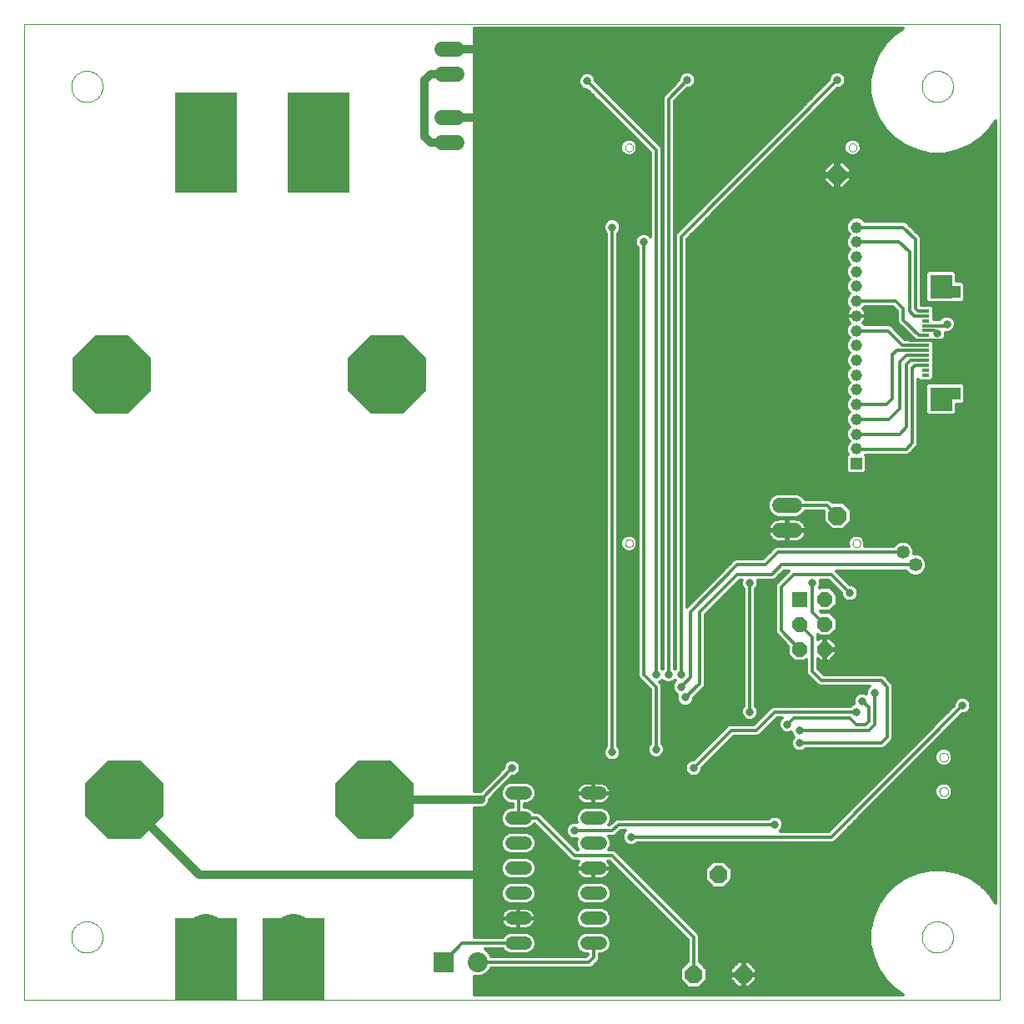
<source format=gbl>
G75*
G70*
%OFA0B0*%
%FSLAX24Y24*%
%IPPOS*%
%LPD*%
%AMOC8*
5,1,8,0,0,1.08239X$1,22.5*
%
%ADD10C,0.0000*%
%ADD11R,0.2500X0.3250*%
%ADD12OC8,0.3125*%
%ADD13OC8,0.1502*%
%ADD14R,0.2500X0.4000*%
%ADD15OC8,0.0700*%
%ADD16C,0.0600*%
%ADD17C,0.0520*%
%ADD18R,0.0600X0.0600*%
%ADD19OC8,0.0600*%
%ADD20R,0.0456X0.0456*%
%ADD21C,0.0456*%
%ADD22OC8,0.0738*%
%ADD23C,0.1650*%
%ADD24R,0.0800X0.0800*%
%ADD25C,0.0800*%
%ADD26R,0.0315X0.0118*%
%ADD27R,0.0866X0.0945*%
%ADD28R,0.0335X0.0512*%
%ADD29C,0.0120*%
%ADD30C,0.0317*%
%ADD31C,0.0320*%
%ADD32C,0.0531*%
D10*
X000504Y000161D02*
X000504Y039161D01*
X039504Y039161D01*
X039504Y000161D01*
X000504Y000161D01*
X002379Y002661D02*
X002381Y002711D01*
X002387Y002760D01*
X002397Y002809D01*
X002410Y002856D01*
X002428Y002903D01*
X002449Y002948D01*
X002473Y002991D01*
X002501Y003032D01*
X002532Y003071D01*
X002566Y003107D01*
X002603Y003141D01*
X002643Y003171D01*
X002684Y003198D01*
X002728Y003222D01*
X002773Y003242D01*
X002820Y003258D01*
X002868Y003271D01*
X002917Y003280D01*
X002967Y003285D01*
X003016Y003286D01*
X003066Y003283D01*
X003115Y003276D01*
X003164Y003265D01*
X003211Y003251D01*
X003257Y003232D01*
X003302Y003210D01*
X003345Y003185D01*
X003385Y003156D01*
X003423Y003124D01*
X003459Y003090D01*
X003492Y003052D01*
X003521Y003012D01*
X003547Y002970D01*
X003570Y002926D01*
X003589Y002880D01*
X003605Y002833D01*
X003617Y002784D01*
X003625Y002735D01*
X003629Y002686D01*
X003629Y002636D01*
X003625Y002587D01*
X003617Y002538D01*
X003605Y002489D01*
X003589Y002442D01*
X003570Y002396D01*
X003547Y002352D01*
X003521Y002310D01*
X003492Y002270D01*
X003459Y002232D01*
X003423Y002198D01*
X003385Y002166D01*
X003345Y002137D01*
X003302Y002112D01*
X003257Y002090D01*
X003211Y002071D01*
X003164Y002057D01*
X003115Y002046D01*
X003066Y002039D01*
X003016Y002036D01*
X002967Y002037D01*
X002917Y002042D01*
X002868Y002051D01*
X002820Y002064D01*
X002773Y002080D01*
X002728Y002100D01*
X002684Y002124D01*
X002643Y002151D01*
X002603Y002181D01*
X002566Y002215D01*
X002532Y002251D01*
X002501Y002290D01*
X002473Y002331D01*
X002449Y002374D01*
X002428Y002419D01*
X002410Y002466D01*
X002397Y002513D01*
X002387Y002562D01*
X002381Y002611D01*
X002379Y002661D01*
X004406Y006911D02*
X004408Y006930D01*
X004413Y006949D01*
X004423Y006965D01*
X004435Y006980D01*
X004450Y006992D01*
X004466Y007002D01*
X004485Y007007D01*
X004504Y007009D01*
X004523Y007007D01*
X004542Y007002D01*
X004558Y006992D01*
X004573Y006980D01*
X004585Y006965D01*
X004595Y006949D01*
X004600Y006930D01*
X004602Y006911D01*
X004600Y006892D01*
X004595Y006873D01*
X004585Y006857D01*
X004573Y006842D01*
X004558Y006830D01*
X004542Y006820D01*
X004523Y006815D01*
X004504Y006813D01*
X004485Y006815D01*
X004466Y006820D01*
X004450Y006830D01*
X004435Y006842D01*
X004423Y006857D01*
X004413Y006873D01*
X004408Y006892D01*
X004406Y006911D01*
X003531Y007286D02*
X003533Y007305D01*
X003538Y007324D01*
X003548Y007340D01*
X003560Y007355D01*
X003575Y007367D01*
X003591Y007377D01*
X003610Y007382D01*
X003629Y007384D01*
X003648Y007382D01*
X003667Y007377D01*
X003683Y007367D01*
X003698Y007355D01*
X003710Y007340D01*
X003720Y007324D01*
X003725Y007305D01*
X003727Y007286D01*
X003725Y007267D01*
X003720Y007248D01*
X003710Y007232D01*
X003698Y007217D01*
X003683Y007205D01*
X003667Y007195D01*
X003648Y007190D01*
X003629Y007188D01*
X003610Y007190D01*
X003591Y007195D01*
X003575Y007205D01*
X003560Y007217D01*
X003548Y007232D01*
X003538Y007248D01*
X003533Y007267D01*
X003531Y007286D01*
X003156Y008161D02*
X003158Y008180D01*
X003163Y008199D01*
X003173Y008215D01*
X003185Y008230D01*
X003200Y008242D01*
X003216Y008252D01*
X003235Y008257D01*
X003254Y008259D01*
X003273Y008257D01*
X003292Y008252D01*
X003308Y008242D01*
X003323Y008230D01*
X003335Y008215D01*
X003345Y008199D01*
X003350Y008180D01*
X003352Y008161D01*
X003350Y008142D01*
X003345Y008123D01*
X003335Y008107D01*
X003323Y008092D01*
X003308Y008080D01*
X003292Y008070D01*
X003273Y008065D01*
X003254Y008063D01*
X003235Y008065D01*
X003216Y008070D01*
X003200Y008080D01*
X003185Y008092D01*
X003173Y008107D01*
X003163Y008123D01*
X003158Y008142D01*
X003156Y008161D01*
X003531Y009036D02*
X003533Y009055D01*
X003538Y009074D01*
X003548Y009090D01*
X003560Y009105D01*
X003575Y009117D01*
X003591Y009127D01*
X003610Y009132D01*
X003629Y009134D01*
X003648Y009132D01*
X003667Y009127D01*
X003683Y009117D01*
X003698Y009105D01*
X003710Y009090D01*
X003720Y009074D01*
X003725Y009055D01*
X003727Y009036D01*
X003725Y009017D01*
X003720Y008998D01*
X003710Y008982D01*
X003698Y008967D01*
X003683Y008955D01*
X003667Y008945D01*
X003648Y008940D01*
X003629Y008938D01*
X003610Y008940D01*
X003591Y008945D01*
X003575Y008955D01*
X003560Y008967D01*
X003548Y008982D01*
X003538Y008998D01*
X003533Y009017D01*
X003531Y009036D01*
X004406Y009411D02*
X004408Y009430D01*
X004413Y009449D01*
X004423Y009465D01*
X004435Y009480D01*
X004450Y009492D01*
X004466Y009502D01*
X004485Y009507D01*
X004504Y009509D01*
X004523Y009507D01*
X004542Y009502D01*
X004558Y009492D01*
X004573Y009480D01*
X004585Y009465D01*
X004595Y009449D01*
X004600Y009430D01*
X004602Y009411D01*
X004600Y009392D01*
X004595Y009373D01*
X004585Y009357D01*
X004573Y009342D01*
X004558Y009330D01*
X004542Y009320D01*
X004523Y009315D01*
X004504Y009313D01*
X004485Y009315D01*
X004466Y009320D01*
X004450Y009330D01*
X004435Y009342D01*
X004423Y009357D01*
X004413Y009373D01*
X004408Y009392D01*
X004406Y009411D01*
X005281Y009036D02*
X005283Y009055D01*
X005288Y009074D01*
X005298Y009090D01*
X005310Y009105D01*
X005325Y009117D01*
X005341Y009127D01*
X005360Y009132D01*
X005379Y009134D01*
X005398Y009132D01*
X005417Y009127D01*
X005433Y009117D01*
X005448Y009105D01*
X005460Y009090D01*
X005470Y009074D01*
X005475Y009055D01*
X005477Y009036D01*
X005475Y009017D01*
X005470Y008998D01*
X005460Y008982D01*
X005448Y008967D01*
X005433Y008955D01*
X005417Y008945D01*
X005398Y008940D01*
X005379Y008938D01*
X005360Y008940D01*
X005341Y008945D01*
X005325Y008955D01*
X005310Y008967D01*
X005298Y008982D01*
X005288Y008998D01*
X005283Y009017D01*
X005281Y009036D01*
X005656Y008161D02*
X005658Y008180D01*
X005663Y008199D01*
X005673Y008215D01*
X005685Y008230D01*
X005700Y008242D01*
X005716Y008252D01*
X005735Y008257D01*
X005754Y008259D01*
X005773Y008257D01*
X005792Y008252D01*
X005808Y008242D01*
X005823Y008230D01*
X005835Y008215D01*
X005845Y008199D01*
X005850Y008180D01*
X005852Y008161D01*
X005850Y008142D01*
X005845Y008123D01*
X005835Y008107D01*
X005823Y008092D01*
X005808Y008080D01*
X005792Y008070D01*
X005773Y008065D01*
X005754Y008063D01*
X005735Y008065D01*
X005716Y008070D01*
X005700Y008080D01*
X005685Y008092D01*
X005673Y008107D01*
X005663Y008123D01*
X005658Y008142D01*
X005656Y008161D01*
X005281Y007286D02*
X005283Y007305D01*
X005288Y007324D01*
X005298Y007340D01*
X005310Y007355D01*
X005325Y007367D01*
X005341Y007377D01*
X005360Y007382D01*
X005379Y007384D01*
X005398Y007382D01*
X005417Y007377D01*
X005433Y007367D01*
X005448Y007355D01*
X005460Y007340D01*
X005470Y007324D01*
X005475Y007305D01*
X005477Y007286D01*
X005475Y007267D01*
X005470Y007248D01*
X005460Y007232D01*
X005448Y007217D01*
X005433Y007205D01*
X005417Y007195D01*
X005398Y007190D01*
X005379Y007188D01*
X005360Y007190D01*
X005341Y007195D01*
X005325Y007205D01*
X005310Y007217D01*
X005298Y007232D01*
X005288Y007248D01*
X005283Y007267D01*
X005281Y007286D01*
X007156Y003161D02*
X007158Y003180D01*
X007163Y003199D01*
X007173Y003215D01*
X007185Y003230D01*
X007200Y003242D01*
X007216Y003252D01*
X007235Y003257D01*
X007254Y003259D01*
X007273Y003257D01*
X007292Y003252D01*
X007308Y003242D01*
X007323Y003230D01*
X007335Y003215D01*
X007345Y003199D01*
X007350Y003180D01*
X007352Y003161D01*
X007350Y003142D01*
X007345Y003123D01*
X007335Y003107D01*
X007323Y003092D01*
X007308Y003080D01*
X007292Y003070D01*
X007273Y003065D01*
X007254Y003063D01*
X007235Y003065D01*
X007216Y003070D01*
X007200Y003080D01*
X007185Y003092D01*
X007173Y003107D01*
X007163Y003123D01*
X007158Y003142D01*
X007156Y003161D01*
X007656Y003161D02*
X007658Y003180D01*
X007663Y003199D01*
X007673Y003215D01*
X007685Y003230D01*
X007700Y003242D01*
X007716Y003252D01*
X007735Y003257D01*
X007754Y003259D01*
X007773Y003257D01*
X007792Y003252D01*
X007808Y003242D01*
X007823Y003230D01*
X007835Y003215D01*
X007845Y003199D01*
X007850Y003180D01*
X007852Y003161D01*
X007850Y003142D01*
X007845Y003123D01*
X007835Y003107D01*
X007823Y003092D01*
X007808Y003080D01*
X007792Y003070D01*
X007773Y003065D01*
X007754Y003063D01*
X007735Y003065D01*
X007716Y003070D01*
X007700Y003080D01*
X007685Y003092D01*
X007673Y003107D01*
X007663Y003123D01*
X007658Y003142D01*
X007656Y003161D01*
X008156Y003161D02*
X008158Y003180D01*
X008163Y003199D01*
X008173Y003215D01*
X008185Y003230D01*
X008200Y003242D01*
X008216Y003252D01*
X008235Y003257D01*
X008254Y003259D01*
X008273Y003257D01*
X008292Y003252D01*
X008308Y003242D01*
X008323Y003230D01*
X008335Y003215D01*
X008345Y003199D01*
X008350Y003180D01*
X008352Y003161D01*
X008350Y003142D01*
X008345Y003123D01*
X008335Y003107D01*
X008323Y003092D01*
X008308Y003080D01*
X008292Y003070D01*
X008273Y003065D01*
X008254Y003063D01*
X008235Y003065D01*
X008216Y003070D01*
X008200Y003080D01*
X008185Y003092D01*
X008173Y003107D01*
X008163Y003123D01*
X008158Y003142D01*
X008156Y003161D01*
X008656Y001911D02*
X008658Y001930D01*
X008663Y001949D01*
X008673Y001965D01*
X008685Y001980D01*
X008700Y001992D01*
X008716Y002002D01*
X008735Y002007D01*
X008754Y002009D01*
X008773Y002007D01*
X008792Y002002D01*
X008808Y001992D01*
X008823Y001980D01*
X008835Y001965D01*
X008845Y001949D01*
X008850Y001930D01*
X008852Y001911D01*
X008850Y001892D01*
X008845Y001873D01*
X008835Y001857D01*
X008823Y001842D01*
X008808Y001830D01*
X008792Y001820D01*
X008773Y001815D01*
X008754Y001813D01*
X008735Y001815D01*
X008716Y001820D01*
X008700Y001830D01*
X008685Y001842D01*
X008673Y001857D01*
X008663Y001873D01*
X008658Y001892D01*
X008656Y001911D01*
X008156Y000661D02*
X008158Y000680D01*
X008163Y000699D01*
X008173Y000715D01*
X008185Y000730D01*
X008200Y000742D01*
X008216Y000752D01*
X008235Y000757D01*
X008254Y000759D01*
X008273Y000757D01*
X008292Y000752D01*
X008308Y000742D01*
X008323Y000730D01*
X008335Y000715D01*
X008345Y000699D01*
X008350Y000680D01*
X008352Y000661D01*
X008350Y000642D01*
X008345Y000623D01*
X008335Y000607D01*
X008323Y000592D01*
X008308Y000580D01*
X008292Y000570D01*
X008273Y000565D01*
X008254Y000563D01*
X008235Y000565D01*
X008216Y000570D01*
X008200Y000580D01*
X008185Y000592D01*
X008173Y000607D01*
X008163Y000623D01*
X008158Y000642D01*
X008156Y000661D01*
X007656Y000661D02*
X007658Y000680D01*
X007663Y000699D01*
X007673Y000715D01*
X007685Y000730D01*
X007700Y000742D01*
X007716Y000752D01*
X007735Y000757D01*
X007754Y000759D01*
X007773Y000757D01*
X007792Y000752D01*
X007808Y000742D01*
X007823Y000730D01*
X007835Y000715D01*
X007845Y000699D01*
X007850Y000680D01*
X007852Y000661D01*
X007850Y000642D01*
X007845Y000623D01*
X007835Y000607D01*
X007823Y000592D01*
X007808Y000580D01*
X007792Y000570D01*
X007773Y000565D01*
X007754Y000563D01*
X007735Y000565D01*
X007716Y000570D01*
X007700Y000580D01*
X007685Y000592D01*
X007673Y000607D01*
X007663Y000623D01*
X007658Y000642D01*
X007656Y000661D01*
X007156Y000661D02*
X007158Y000680D01*
X007163Y000699D01*
X007173Y000715D01*
X007185Y000730D01*
X007200Y000742D01*
X007216Y000752D01*
X007235Y000757D01*
X007254Y000759D01*
X007273Y000757D01*
X007292Y000752D01*
X007308Y000742D01*
X007323Y000730D01*
X007335Y000715D01*
X007345Y000699D01*
X007350Y000680D01*
X007352Y000661D01*
X007350Y000642D01*
X007345Y000623D01*
X007335Y000607D01*
X007323Y000592D01*
X007308Y000580D01*
X007292Y000570D01*
X007273Y000565D01*
X007254Y000563D01*
X007235Y000565D01*
X007216Y000570D01*
X007200Y000580D01*
X007185Y000592D01*
X007173Y000607D01*
X007163Y000623D01*
X007158Y000642D01*
X007156Y000661D01*
X006656Y001911D02*
X006658Y001930D01*
X006663Y001949D01*
X006673Y001965D01*
X006685Y001980D01*
X006700Y001992D01*
X006716Y002002D01*
X006735Y002007D01*
X006754Y002009D01*
X006773Y002007D01*
X006792Y002002D01*
X006808Y001992D01*
X006823Y001980D01*
X006835Y001965D01*
X006845Y001949D01*
X006850Y001930D01*
X006852Y001911D01*
X006850Y001892D01*
X006845Y001873D01*
X006835Y001857D01*
X006823Y001842D01*
X006808Y001830D01*
X006792Y001820D01*
X006773Y001815D01*
X006754Y001813D01*
X006735Y001815D01*
X006716Y001820D01*
X006700Y001830D01*
X006685Y001842D01*
X006673Y001857D01*
X006663Y001873D01*
X006658Y001892D01*
X006656Y001911D01*
X010156Y001911D02*
X010158Y001930D01*
X010163Y001949D01*
X010173Y001965D01*
X010185Y001980D01*
X010200Y001992D01*
X010216Y002002D01*
X010235Y002007D01*
X010254Y002009D01*
X010273Y002007D01*
X010292Y002002D01*
X010308Y001992D01*
X010323Y001980D01*
X010335Y001965D01*
X010345Y001949D01*
X010350Y001930D01*
X010352Y001911D01*
X010350Y001892D01*
X010345Y001873D01*
X010335Y001857D01*
X010323Y001842D01*
X010308Y001830D01*
X010292Y001820D01*
X010273Y001815D01*
X010254Y001813D01*
X010235Y001815D01*
X010216Y001820D01*
X010200Y001830D01*
X010185Y001842D01*
X010173Y001857D01*
X010163Y001873D01*
X010158Y001892D01*
X010156Y001911D01*
X010656Y000661D02*
X010658Y000680D01*
X010663Y000699D01*
X010673Y000715D01*
X010685Y000730D01*
X010700Y000742D01*
X010716Y000752D01*
X010735Y000757D01*
X010754Y000759D01*
X010773Y000757D01*
X010792Y000752D01*
X010808Y000742D01*
X010823Y000730D01*
X010835Y000715D01*
X010845Y000699D01*
X010850Y000680D01*
X010852Y000661D01*
X010850Y000642D01*
X010845Y000623D01*
X010835Y000607D01*
X010823Y000592D01*
X010808Y000580D01*
X010792Y000570D01*
X010773Y000565D01*
X010754Y000563D01*
X010735Y000565D01*
X010716Y000570D01*
X010700Y000580D01*
X010685Y000592D01*
X010673Y000607D01*
X010663Y000623D01*
X010658Y000642D01*
X010656Y000661D01*
X011156Y000661D02*
X011158Y000680D01*
X011163Y000699D01*
X011173Y000715D01*
X011185Y000730D01*
X011200Y000742D01*
X011216Y000752D01*
X011235Y000757D01*
X011254Y000759D01*
X011273Y000757D01*
X011292Y000752D01*
X011308Y000742D01*
X011323Y000730D01*
X011335Y000715D01*
X011345Y000699D01*
X011350Y000680D01*
X011352Y000661D01*
X011350Y000642D01*
X011345Y000623D01*
X011335Y000607D01*
X011323Y000592D01*
X011308Y000580D01*
X011292Y000570D01*
X011273Y000565D01*
X011254Y000563D01*
X011235Y000565D01*
X011216Y000570D01*
X011200Y000580D01*
X011185Y000592D01*
X011173Y000607D01*
X011163Y000623D01*
X011158Y000642D01*
X011156Y000661D01*
X011656Y000661D02*
X011658Y000680D01*
X011663Y000699D01*
X011673Y000715D01*
X011685Y000730D01*
X011700Y000742D01*
X011716Y000752D01*
X011735Y000757D01*
X011754Y000759D01*
X011773Y000757D01*
X011792Y000752D01*
X011808Y000742D01*
X011823Y000730D01*
X011835Y000715D01*
X011845Y000699D01*
X011850Y000680D01*
X011852Y000661D01*
X011850Y000642D01*
X011845Y000623D01*
X011835Y000607D01*
X011823Y000592D01*
X011808Y000580D01*
X011792Y000570D01*
X011773Y000565D01*
X011754Y000563D01*
X011735Y000565D01*
X011716Y000570D01*
X011700Y000580D01*
X011685Y000592D01*
X011673Y000607D01*
X011663Y000623D01*
X011658Y000642D01*
X011656Y000661D01*
X012156Y001911D02*
X012158Y001930D01*
X012163Y001949D01*
X012173Y001965D01*
X012185Y001980D01*
X012200Y001992D01*
X012216Y002002D01*
X012235Y002007D01*
X012254Y002009D01*
X012273Y002007D01*
X012292Y002002D01*
X012308Y001992D01*
X012323Y001980D01*
X012335Y001965D01*
X012345Y001949D01*
X012350Y001930D01*
X012352Y001911D01*
X012350Y001892D01*
X012345Y001873D01*
X012335Y001857D01*
X012323Y001842D01*
X012308Y001830D01*
X012292Y001820D01*
X012273Y001815D01*
X012254Y001813D01*
X012235Y001815D01*
X012216Y001820D01*
X012200Y001830D01*
X012185Y001842D01*
X012173Y001857D01*
X012163Y001873D01*
X012158Y001892D01*
X012156Y001911D01*
X011656Y003161D02*
X011658Y003180D01*
X011663Y003199D01*
X011673Y003215D01*
X011685Y003230D01*
X011700Y003242D01*
X011716Y003252D01*
X011735Y003257D01*
X011754Y003259D01*
X011773Y003257D01*
X011792Y003252D01*
X011808Y003242D01*
X011823Y003230D01*
X011835Y003215D01*
X011845Y003199D01*
X011850Y003180D01*
X011852Y003161D01*
X011850Y003142D01*
X011845Y003123D01*
X011835Y003107D01*
X011823Y003092D01*
X011808Y003080D01*
X011792Y003070D01*
X011773Y003065D01*
X011754Y003063D01*
X011735Y003065D01*
X011716Y003070D01*
X011700Y003080D01*
X011685Y003092D01*
X011673Y003107D01*
X011663Y003123D01*
X011658Y003142D01*
X011656Y003161D01*
X011156Y003161D02*
X011158Y003180D01*
X011163Y003199D01*
X011173Y003215D01*
X011185Y003230D01*
X011200Y003242D01*
X011216Y003252D01*
X011235Y003257D01*
X011254Y003259D01*
X011273Y003257D01*
X011292Y003252D01*
X011308Y003242D01*
X011323Y003230D01*
X011335Y003215D01*
X011345Y003199D01*
X011350Y003180D01*
X011352Y003161D01*
X011350Y003142D01*
X011345Y003123D01*
X011335Y003107D01*
X011323Y003092D01*
X011308Y003080D01*
X011292Y003070D01*
X011273Y003065D01*
X011254Y003063D01*
X011235Y003065D01*
X011216Y003070D01*
X011200Y003080D01*
X011185Y003092D01*
X011173Y003107D01*
X011163Y003123D01*
X011158Y003142D01*
X011156Y003161D01*
X010656Y003161D02*
X010658Y003180D01*
X010663Y003199D01*
X010673Y003215D01*
X010685Y003230D01*
X010700Y003242D01*
X010716Y003252D01*
X010735Y003257D01*
X010754Y003259D01*
X010773Y003257D01*
X010792Y003252D01*
X010808Y003242D01*
X010823Y003230D01*
X010835Y003215D01*
X010845Y003199D01*
X010850Y003180D01*
X010852Y003161D01*
X010850Y003142D01*
X010845Y003123D01*
X010835Y003107D01*
X010823Y003092D01*
X010808Y003080D01*
X010792Y003070D01*
X010773Y003065D01*
X010754Y003063D01*
X010735Y003065D01*
X010716Y003070D01*
X010700Y003080D01*
X010685Y003092D01*
X010673Y003107D01*
X010663Y003123D01*
X010658Y003142D01*
X010656Y003161D01*
X013531Y007286D02*
X013533Y007305D01*
X013538Y007324D01*
X013548Y007340D01*
X013560Y007355D01*
X013575Y007367D01*
X013591Y007377D01*
X013610Y007382D01*
X013629Y007384D01*
X013648Y007382D01*
X013667Y007377D01*
X013683Y007367D01*
X013698Y007355D01*
X013710Y007340D01*
X013720Y007324D01*
X013725Y007305D01*
X013727Y007286D01*
X013725Y007267D01*
X013720Y007248D01*
X013710Y007232D01*
X013698Y007217D01*
X013683Y007205D01*
X013667Y007195D01*
X013648Y007190D01*
X013629Y007188D01*
X013610Y007190D01*
X013591Y007195D01*
X013575Y007205D01*
X013560Y007217D01*
X013548Y007232D01*
X013538Y007248D01*
X013533Y007267D01*
X013531Y007286D01*
X013156Y008161D02*
X013158Y008180D01*
X013163Y008199D01*
X013173Y008215D01*
X013185Y008230D01*
X013200Y008242D01*
X013216Y008252D01*
X013235Y008257D01*
X013254Y008259D01*
X013273Y008257D01*
X013292Y008252D01*
X013308Y008242D01*
X013323Y008230D01*
X013335Y008215D01*
X013345Y008199D01*
X013350Y008180D01*
X013352Y008161D01*
X013350Y008142D01*
X013345Y008123D01*
X013335Y008107D01*
X013323Y008092D01*
X013308Y008080D01*
X013292Y008070D01*
X013273Y008065D01*
X013254Y008063D01*
X013235Y008065D01*
X013216Y008070D01*
X013200Y008080D01*
X013185Y008092D01*
X013173Y008107D01*
X013163Y008123D01*
X013158Y008142D01*
X013156Y008161D01*
X013531Y009036D02*
X013533Y009055D01*
X013538Y009074D01*
X013548Y009090D01*
X013560Y009105D01*
X013575Y009117D01*
X013591Y009127D01*
X013610Y009132D01*
X013629Y009134D01*
X013648Y009132D01*
X013667Y009127D01*
X013683Y009117D01*
X013698Y009105D01*
X013710Y009090D01*
X013720Y009074D01*
X013725Y009055D01*
X013727Y009036D01*
X013725Y009017D01*
X013720Y008998D01*
X013710Y008982D01*
X013698Y008967D01*
X013683Y008955D01*
X013667Y008945D01*
X013648Y008940D01*
X013629Y008938D01*
X013610Y008940D01*
X013591Y008945D01*
X013575Y008955D01*
X013560Y008967D01*
X013548Y008982D01*
X013538Y008998D01*
X013533Y009017D01*
X013531Y009036D01*
X014406Y009411D02*
X014408Y009430D01*
X014413Y009449D01*
X014423Y009465D01*
X014435Y009480D01*
X014450Y009492D01*
X014466Y009502D01*
X014485Y009507D01*
X014504Y009509D01*
X014523Y009507D01*
X014542Y009502D01*
X014558Y009492D01*
X014573Y009480D01*
X014585Y009465D01*
X014595Y009449D01*
X014600Y009430D01*
X014602Y009411D01*
X014600Y009392D01*
X014595Y009373D01*
X014585Y009357D01*
X014573Y009342D01*
X014558Y009330D01*
X014542Y009320D01*
X014523Y009315D01*
X014504Y009313D01*
X014485Y009315D01*
X014466Y009320D01*
X014450Y009330D01*
X014435Y009342D01*
X014423Y009357D01*
X014413Y009373D01*
X014408Y009392D01*
X014406Y009411D01*
X015281Y009036D02*
X015283Y009055D01*
X015288Y009074D01*
X015298Y009090D01*
X015310Y009105D01*
X015325Y009117D01*
X015341Y009127D01*
X015360Y009132D01*
X015379Y009134D01*
X015398Y009132D01*
X015417Y009127D01*
X015433Y009117D01*
X015448Y009105D01*
X015460Y009090D01*
X015470Y009074D01*
X015475Y009055D01*
X015477Y009036D01*
X015475Y009017D01*
X015470Y008998D01*
X015460Y008982D01*
X015448Y008967D01*
X015433Y008955D01*
X015417Y008945D01*
X015398Y008940D01*
X015379Y008938D01*
X015360Y008940D01*
X015341Y008945D01*
X015325Y008955D01*
X015310Y008967D01*
X015298Y008982D01*
X015288Y008998D01*
X015283Y009017D01*
X015281Y009036D01*
X015656Y008161D02*
X015658Y008180D01*
X015663Y008199D01*
X015673Y008215D01*
X015685Y008230D01*
X015700Y008242D01*
X015716Y008252D01*
X015735Y008257D01*
X015754Y008259D01*
X015773Y008257D01*
X015792Y008252D01*
X015808Y008242D01*
X015823Y008230D01*
X015835Y008215D01*
X015845Y008199D01*
X015850Y008180D01*
X015852Y008161D01*
X015850Y008142D01*
X015845Y008123D01*
X015835Y008107D01*
X015823Y008092D01*
X015808Y008080D01*
X015792Y008070D01*
X015773Y008065D01*
X015754Y008063D01*
X015735Y008065D01*
X015716Y008070D01*
X015700Y008080D01*
X015685Y008092D01*
X015673Y008107D01*
X015663Y008123D01*
X015658Y008142D01*
X015656Y008161D01*
X015281Y007286D02*
X015283Y007305D01*
X015288Y007324D01*
X015298Y007340D01*
X015310Y007355D01*
X015325Y007367D01*
X015341Y007377D01*
X015360Y007382D01*
X015379Y007384D01*
X015398Y007382D01*
X015417Y007377D01*
X015433Y007367D01*
X015448Y007355D01*
X015460Y007340D01*
X015470Y007324D01*
X015475Y007305D01*
X015477Y007286D01*
X015475Y007267D01*
X015470Y007248D01*
X015460Y007232D01*
X015448Y007217D01*
X015433Y007205D01*
X015417Y007195D01*
X015398Y007190D01*
X015379Y007188D01*
X015360Y007190D01*
X015341Y007195D01*
X015325Y007205D01*
X015310Y007217D01*
X015298Y007232D01*
X015288Y007248D01*
X015283Y007267D01*
X015281Y007286D01*
X014406Y006911D02*
X014408Y006930D01*
X014413Y006949D01*
X014423Y006965D01*
X014435Y006980D01*
X014450Y006992D01*
X014466Y007002D01*
X014485Y007007D01*
X014504Y007009D01*
X014523Y007007D01*
X014542Y007002D01*
X014558Y006992D01*
X014573Y006980D01*
X014585Y006965D01*
X014595Y006949D01*
X014600Y006930D01*
X014602Y006911D01*
X014600Y006892D01*
X014595Y006873D01*
X014585Y006857D01*
X014573Y006842D01*
X014558Y006830D01*
X014542Y006820D01*
X014523Y006815D01*
X014504Y006813D01*
X014485Y006815D01*
X014466Y006820D01*
X014450Y006830D01*
X014435Y006842D01*
X014423Y006857D01*
X014413Y006873D01*
X014408Y006892D01*
X014406Y006911D01*
X024516Y018397D02*
X024518Y018422D01*
X024524Y018446D01*
X024533Y018468D01*
X024546Y018489D01*
X024562Y018508D01*
X024581Y018524D01*
X024602Y018537D01*
X024624Y018546D01*
X024648Y018552D01*
X024673Y018554D01*
X024698Y018552D01*
X024722Y018546D01*
X024744Y018537D01*
X024765Y018524D01*
X024784Y018508D01*
X024800Y018489D01*
X024813Y018468D01*
X024822Y018446D01*
X024828Y018422D01*
X024830Y018397D01*
X024828Y018372D01*
X024822Y018348D01*
X024813Y018326D01*
X024800Y018305D01*
X024784Y018286D01*
X024765Y018270D01*
X024744Y018257D01*
X024722Y018248D01*
X024698Y018242D01*
X024673Y018240D01*
X024648Y018242D01*
X024624Y018248D01*
X024602Y018257D01*
X024581Y018270D01*
X024562Y018286D01*
X024546Y018305D01*
X024533Y018326D01*
X024524Y018348D01*
X024518Y018372D01*
X024516Y018397D01*
X016156Y025161D02*
X016158Y025180D01*
X016163Y025199D01*
X016173Y025215D01*
X016185Y025230D01*
X016200Y025242D01*
X016216Y025252D01*
X016235Y025257D01*
X016254Y025259D01*
X016273Y025257D01*
X016292Y025252D01*
X016308Y025242D01*
X016323Y025230D01*
X016335Y025215D01*
X016345Y025199D01*
X016350Y025180D01*
X016352Y025161D01*
X016350Y025142D01*
X016345Y025123D01*
X016335Y025107D01*
X016323Y025092D01*
X016308Y025080D01*
X016292Y025070D01*
X016273Y025065D01*
X016254Y025063D01*
X016235Y025065D01*
X016216Y025070D01*
X016200Y025080D01*
X016185Y025092D01*
X016173Y025107D01*
X016163Y025123D01*
X016158Y025142D01*
X016156Y025161D01*
X015781Y024286D02*
X015783Y024305D01*
X015788Y024324D01*
X015798Y024340D01*
X015810Y024355D01*
X015825Y024367D01*
X015841Y024377D01*
X015860Y024382D01*
X015879Y024384D01*
X015898Y024382D01*
X015917Y024377D01*
X015933Y024367D01*
X015948Y024355D01*
X015960Y024340D01*
X015970Y024324D01*
X015975Y024305D01*
X015977Y024286D01*
X015975Y024267D01*
X015970Y024248D01*
X015960Y024232D01*
X015948Y024217D01*
X015933Y024205D01*
X015917Y024195D01*
X015898Y024190D01*
X015879Y024188D01*
X015860Y024190D01*
X015841Y024195D01*
X015825Y024205D01*
X015810Y024217D01*
X015798Y024232D01*
X015788Y024248D01*
X015783Y024267D01*
X015781Y024286D01*
X014906Y023911D02*
X014908Y023930D01*
X014913Y023949D01*
X014923Y023965D01*
X014935Y023980D01*
X014950Y023992D01*
X014966Y024002D01*
X014985Y024007D01*
X015004Y024009D01*
X015023Y024007D01*
X015042Y024002D01*
X015058Y023992D01*
X015073Y023980D01*
X015085Y023965D01*
X015095Y023949D01*
X015100Y023930D01*
X015102Y023911D01*
X015100Y023892D01*
X015095Y023873D01*
X015085Y023857D01*
X015073Y023842D01*
X015058Y023830D01*
X015042Y023820D01*
X015023Y023815D01*
X015004Y023813D01*
X014985Y023815D01*
X014966Y023820D01*
X014950Y023830D01*
X014935Y023842D01*
X014923Y023857D01*
X014913Y023873D01*
X014908Y023892D01*
X014906Y023911D01*
X014031Y024286D02*
X014033Y024305D01*
X014038Y024324D01*
X014048Y024340D01*
X014060Y024355D01*
X014075Y024367D01*
X014091Y024377D01*
X014110Y024382D01*
X014129Y024384D01*
X014148Y024382D01*
X014167Y024377D01*
X014183Y024367D01*
X014198Y024355D01*
X014210Y024340D01*
X014220Y024324D01*
X014225Y024305D01*
X014227Y024286D01*
X014225Y024267D01*
X014220Y024248D01*
X014210Y024232D01*
X014198Y024217D01*
X014183Y024205D01*
X014167Y024195D01*
X014148Y024190D01*
X014129Y024188D01*
X014110Y024190D01*
X014091Y024195D01*
X014075Y024205D01*
X014060Y024217D01*
X014048Y024232D01*
X014038Y024248D01*
X014033Y024267D01*
X014031Y024286D01*
X013656Y025161D02*
X013658Y025180D01*
X013663Y025199D01*
X013673Y025215D01*
X013685Y025230D01*
X013700Y025242D01*
X013716Y025252D01*
X013735Y025257D01*
X013754Y025259D01*
X013773Y025257D01*
X013792Y025252D01*
X013808Y025242D01*
X013823Y025230D01*
X013835Y025215D01*
X013845Y025199D01*
X013850Y025180D01*
X013852Y025161D01*
X013850Y025142D01*
X013845Y025123D01*
X013835Y025107D01*
X013823Y025092D01*
X013808Y025080D01*
X013792Y025070D01*
X013773Y025065D01*
X013754Y025063D01*
X013735Y025065D01*
X013716Y025070D01*
X013700Y025080D01*
X013685Y025092D01*
X013673Y025107D01*
X013663Y025123D01*
X013658Y025142D01*
X013656Y025161D01*
X014031Y026036D02*
X014033Y026055D01*
X014038Y026074D01*
X014048Y026090D01*
X014060Y026105D01*
X014075Y026117D01*
X014091Y026127D01*
X014110Y026132D01*
X014129Y026134D01*
X014148Y026132D01*
X014167Y026127D01*
X014183Y026117D01*
X014198Y026105D01*
X014210Y026090D01*
X014220Y026074D01*
X014225Y026055D01*
X014227Y026036D01*
X014225Y026017D01*
X014220Y025998D01*
X014210Y025982D01*
X014198Y025967D01*
X014183Y025955D01*
X014167Y025945D01*
X014148Y025940D01*
X014129Y025938D01*
X014110Y025940D01*
X014091Y025945D01*
X014075Y025955D01*
X014060Y025967D01*
X014048Y025982D01*
X014038Y025998D01*
X014033Y026017D01*
X014031Y026036D01*
X014906Y026411D02*
X014908Y026430D01*
X014913Y026449D01*
X014923Y026465D01*
X014935Y026480D01*
X014950Y026492D01*
X014966Y026502D01*
X014985Y026507D01*
X015004Y026509D01*
X015023Y026507D01*
X015042Y026502D01*
X015058Y026492D01*
X015073Y026480D01*
X015085Y026465D01*
X015095Y026449D01*
X015100Y026430D01*
X015102Y026411D01*
X015100Y026392D01*
X015095Y026373D01*
X015085Y026357D01*
X015073Y026342D01*
X015058Y026330D01*
X015042Y026320D01*
X015023Y026315D01*
X015004Y026313D01*
X014985Y026315D01*
X014966Y026320D01*
X014950Y026330D01*
X014935Y026342D01*
X014923Y026357D01*
X014913Y026373D01*
X014908Y026392D01*
X014906Y026411D01*
X015781Y026036D02*
X015783Y026055D01*
X015788Y026074D01*
X015798Y026090D01*
X015810Y026105D01*
X015825Y026117D01*
X015841Y026127D01*
X015860Y026132D01*
X015879Y026134D01*
X015898Y026132D01*
X015917Y026127D01*
X015933Y026117D01*
X015948Y026105D01*
X015960Y026090D01*
X015970Y026074D01*
X015975Y026055D01*
X015977Y026036D01*
X015975Y026017D01*
X015970Y025998D01*
X015960Y025982D01*
X015948Y025967D01*
X015933Y025955D01*
X015917Y025945D01*
X015898Y025940D01*
X015879Y025938D01*
X015860Y025940D01*
X015841Y025945D01*
X015825Y025955D01*
X015810Y025967D01*
X015798Y025982D01*
X015788Y025998D01*
X015783Y026017D01*
X015781Y026036D01*
X013156Y032661D02*
X013158Y032680D01*
X013163Y032699D01*
X013173Y032715D01*
X013185Y032730D01*
X013200Y032742D01*
X013216Y032752D01*
X013235Y032757D01*
X013254Y032759D01*
X013273Y032757D01*
X013292Y032752D01*
X013308Y032742D01*
X013323Y032730D01*
X013335Y032715D01*
X013345Y032699D01*
X013350Y032680D01*
X013352Y032661D01*
X013350Y032642D01*
X013345Y032623D01*
X013335Y032607D01*
X013323Y032592D01*
X013308Y032580D01*
X013292Y032570D01*
X013273Y032565D01*
X013254Y032563D01*
X013235Y032565D01*
X013216Y032570D01*
X013200Y032580D01*
X013185Y032592D01*
X013173Y032607D01*
X013163Y032623D01*
X013158Y032642D01*
X013156Y032661D01*
X011156Y032661D02*
X011158Y032680D01*
X011163Y032699D01*
X011173Y032715D01*
X011185Y032730D01*
X011200Y032742D01*
X011216Y032752D01*
X011235Y032757D01*
X011254Y032759D01*
X011273Y032757D01*
X011292Y032752D01*
X011308Y032742D01*
X011323Y032730D01*
X011335Y032715D01*
X011345Y032699D01*
X011350Y032680D01*
X011352Y032661D01*
X011350Y032642D01*
X011345Y032623D01*
X011335Y032607D01*
X011323Y032592D01*
X011308Y032580D01*
X011292Y032570D01*
X011273Y032565D01*
X011254Y032563D01*
X011235Y032565D01*
X011216Y032570D01*
X011200Y032580D01*
X011185Y032592D01*
X011173Y032607D01*
X011163Y032623D01*
X011158Y032642D01*
X011156Y032661D01*
X008656Y032661D02*
X008658Y032680D01*
X008663Y032699D01*
X008673Y032715D01*
X008685Y032730D01*
X008700Y032742D01*
X008716Y032752D01*
X008735Y032757D01*
X008754Y032759D01*
X008773Y032757D01*
X008792Y032752D01*
X008808Y032742D01*
X008823Y032730D01*
X008835Y032715D01*
X008845Y032699D01*
X008850Y032680D01*
X008852Y032661D01*
X008850Y032642D01*
X008845Y032623D01*
X008835Y032607D01*
X008823Y032592D01*
X008808Y032580D01*
X008792Y032570D01*
X008773Y032565D01*
X008754Y032563D01*
X008735Y032565D01*
X008716Y032570D01*
X008700Y032580D01*
X008685Y032592D01*
X008673Y032607D01*
X008663Y032623D01*
X008658Y032642D01*
X008656Y032661D01*
X006656Y032661D02*
X006658Y032680D01*
X006663Y032699D01*
X006673Y032715D01*
X006685Y032730D01*
X006700Y032742D01*
X006716Y032752D01*
X006735Y032757D01*
X006754Y032759D01*
X006773Y032757D01*
X006792Y032752D01*
X006808Y032742D01*
X006823Y032730D01*
X006835Y032715D01*
X006845Y032699D01*
X006850Y032680D01*
X006852Y032661D01*
X006850Y032642D01*
X006845Y032623D01*
X006835Y032607D01*
X006823Y032592D01*
X006808Y032580D01*
X006792Y032570D01*
X006773Y032565D01*
X006754Y032563D01*
X006735Y032565D01*
X006716Y032570D01*
X006700Y032580D01*
X006685Y032592D01*
X006673Y032607D01*
X006663Y032623D01*
X006658Y032642D01*
X006656Y032661D01*
X006656Y036161D02*
X006658Y036180D01*
X006663Y036199D01*
X006673Y036215D01*
X006685Y036230D01*
X006700Y036242D01*
X006716Y036252D01*
X006735Y036257D01*
X006754Y036259D01*
X006773Y036257D01*
X006792Y036252D01*
X006808Y036242D01*
X006823Y036230D01*
X006835Y036215D01*
X006845Y036199D01*
X006850Y036180D01*
X006852Y036161D01*
X006850Y036142D01*
X006845Y036123D01*
X006835Y036107D01*
X006823Y036092D01*
X006808Y036080D01*
X006792Y036070D01*
X006773Y036065D01*
X006754Y036063D01*
X006735Y036065D01*
X006716Y036070D01*
X006700Y036080D01*
X006685Y036092D01*
X006673Y036107D01*
X006663Y036123D01*
X006658Y036142D01*
X006656Y036161D01*
X008656Y036161D02*
X008658Y036180D01*
X008663Y036199D01*
X008673Y036215D01*
X008685Y036230D01*
X008700Y036242D01*
X008716Y036252D01*
X008735Y036257D01*
X008754Y036259D01*
X008773Y036257D01*
X008792Y036252D01*
X008808Y036242D01*
X008823Y036230D01*
X008835Y036215D01*
X008845Y036199D01*
X008850Y036180D01*
X008852Y036161D01*
X008850Y036142D01*
X008845Y036123D01*
X008835Y036107D01*
X008823Y036092D01*
X008808Y036080D01*
X008792Y036070D01*
X008773Y036065D01*
X008754Y036063D01*
X008735Y036065D01*
X008716Y036070D01*
X008700Y036080D01*
X008685Y036092D01*
X008673Y036107D01*
X008663Y036123D01*
X008658Y036142D01*
X008656Y036161D01*
X011156Y036161D02*
X011158Y036180D01*
X011163Y036199D01*
X011173Y036215D01*
X011185Y036230D01*
X011200Y036242D01*
X011216Y036252D01*
X011235Y036257D01*
X011254Y036259D01*
X011273Y036257D01*
X011292Y036252D01*
X011308Y036242D01*
X011323Y036230D01*
X011335Y036215D01*
X011345Y036199D01*
X011350Y036180D01*
X011352Y036161D01*
X011350Y036142D01*
X011345Y036123D01*
X011335Y036107D01*
X011323Y036092D01*
X011308Y036080D01*
X011292Y036070D01*
X011273Y036065D01*
X011254Y036063D01*
X011235Y036065D01*
X011216Y036070D01*
X011200Y036080D01*
X011185Y036092D01*
X011173Y036107D01*
X011163Y036123D01*
X011158Y036142D01*
X011156Y036161D01*
X013156Y036161D02*
X013158Y036180D01*
X013163Y036199D01*
X013173Y036215D01*
X013185Y036230D01*
X013200Y036242D01*
X013216Y036252D01*
X013235Y036257D01*
X013254Y036259D01*
X013273Y036257D01*
X013292Y036252D01*
X013308Y036242D01*
X013323Y036230D01*
X013335Y036215D01*
X013345Y036199D01*
X013350Y036180D01*
X013352Y036161D01*
X013350Y036142D01*
X013345Y036123D01*
X013335Y036107D01*
X013323Y036092D01*
X013308Y036080D01*
X013292Y036070D01*
X013273Y036065D01*
X013254Y036063D01*
X013235Y036065D01*
X013216Y036070D01*
X013200Y036080D01*
X013185Y036092D01*
X013173Y036107D01*
X013163Y036123D01*
X013158Y036142D01*
X013156Y036161D01*
X003906Y026411D02*
X003908Y026430D01*
X003913Y026449D01*
X003923Y026465D01*
X003935Y026480D01*
X003950Y026492D01*
X003966Y026502D01*
X003985Y026507D01*
X004004Y026509D01*
X004023Y026507D01*
X004042Y026502D01*
X004058Y026492D01*
X004073Y026480D01*
X004085Y026465D01*
X004095Y026449D01*
X004100Y026430D01*
X004102Y026411D01*
X004100Y026392D01*
X004095Y026373D01*
X004085Y026357D01*
X004073Y026342D01*
X004058Y026330D01*
X004042Y026320D01*
X004023Y026315D01*
X004004Y026313D01*
X003985Y026315D01*
X003966Y026320D01*
X003950Y026330D01*
X003935Y026342D01*
X003923Y026357D01*
X003913Y026373D01*
X003908Y026392D01*
X003906Y026411D01*
X003031Y026036D02*
X003033Y026055D01*
X003038Y026074D01*
X003048Y026090D01*
X003060Y026105D01*
X003075Y026117D01*
X003091Y026127D01*
X003110Y026132D01*
X003129Y026134D01*
X003148Y026132D01*
X003167Y026127D01*
X003183Y026117D01*
X003198Y026105D01*
X003210Y026090D01*
X003220Y026074D01*
X003225Y026055D01*
X003227Y026036D01*
X003225Y026017D01*
X003220Y025998D01*
X003210Y025982D01*
X003198Y025967D01*
X003183Y025955D01*
X003167Y025945D01*
X003148Y025940D01*
X003129Y025938D01*
X003110Y025940D01*
X003091Y025945D01*
X003075Y025955D01*
X003060Y025967D01*
X003048Y025982D01*
X003038Y025998D01*
X003033Y026017D01*
X003031Y026036D01*
X002656Y025161D02*
X002658Y025180D01*
X002663Y025199D01*
X002673Y025215D01*
X002685Y025230D01*
X002700Y025242D01*
X002716Y025252D01*
X002735Y025257D01*
X002754Y025259D01*
X002773Y025257D01*
X002792Y025252D01*
X002808Y025242D01*
X002823Y025230D01*
X002835Y025215D01*
X002845Y025199D01*
X002850Y025180D01*
X002852Y025161D01*
X002850Y025142D01*
X002845Y025123D01*
X002835Y025107D01*
X002823Y025092D01*
X002808Y025080D01*
X002792Y025070D01*
X002773Y025065D01*
X002754Y025063D01*
X002735Y025065D01*
X002716Y025070D01*
X002700Y025080D01*
X002685Y025092D01*
X002673Y025107D01*
X002663Y025123D01*
X002658Y025142D01*
X002656Y025161D01*
X003031Y024286D02*
X003033Y024305D01*
X003038Y024324D01*
X003048Y024340D01*
X003060Y024355D01*
X003075Y024367D01*
X003091Y024377D01*
X003110Y024382D01*
X003129Y024384D01*
X003148Y024382D01*
X003167Y024377D01*
X003183Y024367D01*
X003198Y024355D01*
X003210Y024340D01*
X003220Y024324D01*
X003225Y024305D01*
X003227Y024286D01*
X003225Y024267D01*
X003220Y024248D01*
X003210Y024232D01*
X003198Y024217D01*
X003183Y024205D01*
X003167Y024195D01*
X003148Y024190D01*
X003129Y024188D01*
X003110Y024190D01*
X003091Y024195D01*
X003075Y024205D01*
X003060Y024217D01*
X003048Y024232D01*
X003038Y024248D01*
X003033Y024267D01*
X003031Y024286D01*
X003906Y023911D02*
X003908Y023930D01*
X003913Y023949D01*
X003923Y023965D01*
X003935Y023980D01*
X003950Y023992D01*
X003966Y024002D01*
X003985Y024007D01*
X004004Y024009D01*
X004023Y024007D01*
X004042Y024002D01*
X004058Y023992D01*
X004073Y023980D01*
X004085Y023965D01*
X004095Y023949D01*
X004100Y023930D01*
X004102Y023911D01*
X004100Y023892D01*
X004095Y023873D01*
X004085Y023857D01*
X004073Y023842D01*
X004058Y023830D01*
X004042Y023820D01*
X004023Y023815D01*
X004004Y023813D01*
X003985Y023815D01*
X003966Y023820D01*
X003950Y023830D01*
X003935Y023842D01*
X003923Y023857D01*
X003913Y023873D01*
X003908Y023892D01*
X003906Y023911D01*
X004781Y024286D02*
X004783Y024305D01*
X004788Y024324D01*
X004798Y024340D01*
X004810Y024355D01*
X004825Y024367D01*
X004841Y024377D01*
X004860Y024382D01*
X004879Y024384D01*
X004898Y024382D01*
X004917Y024377D01*
X004933Y024367D01*
X004948Y024355D01*
X004960Y024340D01*
X004970Y024324D01*
X004975Y024305D01*
X004977Y024286D01*
X004975Y024267D01*
X004970Y024248D01*
X004960Y024232D01*
X004948Y024217D01*
X004933Y024205D01*
X004917Y024195D01*
X004898Y024190D01*
X004879Y024188D01*
X004860Y024190D01*
X004841Y024195D01*
X004825Y024205D01*
X004810Y024217D01*
X004798Y024232D01*
X004788Y024248D01*
X004783Y024267D01*
X004781Y024286D01*
X005156Y025161D02*
X005158Y025180D01*
X005163Y025199D01*
X005173Y025215D01*
X005185Y025230D01*
X005200Y025242D01*
X005216Y025252D01*
X005235Y025257D01*
X005254Y025259D01*
X005273Y025257D01*
X005292Y025252D01*
X005308Y025242D01*
X005323Y025230D01*
X005335Y025215D01*
X005345Y025199D01*
X005350Y025180D01*
X005352Y025161D01*
X005350Y025142D01*
X005345Y025123D01*
X005335Y025107D01*
X005323Y025092D01*
X005308Y025080D01*
X005292Y025070D01*
X005273Y025065D01*
X005254Y025063D01*
X005235Y025065D01*
X005216Y025070D01*
X005200Y025080D01*
X005185Y025092D01*
X005173Y025107D01*
X005163Y025123D01*
X005158Y025142D01*
X005156Y025161D01*
X004781Y026036D02*
X004783Y026055D01*
X004788Y026074D01*
X004798Y026090D01*
X004810Y026105D01*
X004825Y026117D01*
X004841Y026127D01*
X004860Y026132D01*
X004879Y026134D01*
X004898Y026132D01*
X004917Y026127D01*
X004933Y026117D01*
X004948Y026105D01*
X004960Y026090D01*
X004970Y026074D01*
X004975Y026055D01*
X004977Y026036D01*
X004975Y026017D01*
X004970Y025998D01*
X004960Y025982D01*
X004948Y025967D01*
X004933Y025955D01*
X004917Y025945D01*
X004898Y025940D01*
X004879Y025938D01*
X004860Y025940D01*
X004841Y025945D01*
X004825Y025955D01*
X004810Y025967D01*
X004798Y025982D01*
X004788Y025998D01*
X004783Y026017D01*
X004781Y026036D01*
X002379Y036661D02*
X002381Y036711D01*
X002387Y036760D01*
X002397Y036809D01*
X002410Y036856D01*
X002428Y036903D01*
X002449Y036948D01*
X002473Y036991D01*
X002501Y037032D01*
X002532Y037071D01*
X002566Y037107D01*
X002603Y037141D01*
X002643Y037171D01*
X002684Y037198D01*
X002728Y037222D01*
X002773Y037242D01*
X002820Y037258D01*
X002868Y037271D01*
X002917Y037280D01*
X002967Y037285D01*
X003016Y037286D01*
X003066Y037283D01*
X003115Y037276D01*
X003164Y037265D01*
X003211Y037251D01*
X003257Y037232D01*
X003302Y037210D01*
X003345Y037185D01*
X003385Y037156D01*
X003423Y037124D01*
X003459Y037090D01*
X003492Y037052D01*
X003521Y037012D01*
X003547Y036970D01*
X003570Y036926D01*
X003589Y036880D01*
X003605Y036833D01*
X003617Y036784D01*
X003625Y036735D01*
X003629Y036686D01*
X003629Y036636D01*
X003625Y036587D01*
X003617Y036538D01*
X003605Y036489D01*
X003589Y036442D01*
X003570Y036396D01*
X003547Y036352D01*
X003521Y036310D01*
X003492Y036270D01*
X003459Y036232D01*
X003423Y036198D01*
X003385Y036166D01*
X003345Y036137D01*
X003302Y036112D01*
X003257Y036090D01*
X003211Y036071D01*
X003164Y036057D01*
X003115Y036046D01*
X003066Y036039D01*
X003016Y036036D01*
X002967Y036037D01*
X002917Y036042D01*
X002868Y036051D01*
X002820Y036064D01*
X002773Y036080D01*
X002728Y036100D01*
X002684Y036124D01*
X002643Y036151D01*
X002603Y036181D01*
X002566Y036215D01*
X002532Y036251D01*
X002501Y036290D01*
X002473Y036331D01*
X002449Y036374D01*
X002428Y036419D01*
X002410Y036466D01*
X002397Y036513D01*
X002387Y036562D01*
X002381Y036611D01*
X002379Y036661D01*
X024516Y034224D02*
X024518Y034249D01*
X024524Y034273D01*
X024533Y034295D01*
X024546Y034316D01*
X024562Y034335D01*
X024581Y034351D01*
X024602Y034364D01*
X024624Y034373D01*
X024648Y034379D01*
X024673Y034381D01*
X024698Y034379D01*
X024722Y034373D01*
X024744Y034364D01*
X024765Y034351D01*
X024784Y034335D01*
X024800Y034316D01*
X024813Y034295D01*
X024822Y034273D01*
X024828Y034249D01*
X024830Y034224D01*
X024828Y034199D01*
X024822Y034175D01*
X024813Y034153D01*
X024800Y034132D01*
X024784Y034113D01*
X024765Y034097D01*
X024744Y034084D01*
X024722Y034075D01*
X024698Y034069D01*
X024673Y034067D01*
X024648Y034069D01*
X024624Y034075D01*
X024602Y034084D01*
X024581Y034097D01*
X024562Y034113D01*
X024546Y034132D01*
X024533Y034153D01*
X024524Y034175D01*
X024518Y034199D01*
X024516Y034224D01*
X033453Y034224D02*
X033455Y034249D01*
X033461Y034273D01*
X033470Y034295D01*
X033483Y034316D01*
X033499Y034335D01*
X033518Y034351D01*
X033539Y034364D01*
X033561Y034373D01*
X033585Y034379D01*
X033610Y034381D01*
X033635Y034379D01*
X033659Y034373D01*
X033681Y034364D01*
X033702Y034351D01*
X033721Y034335D01*
X033737Y034316D01*
X033750Y034295D01*
X033759Y034273D01*
X033765Y034249D01*
X033767Y034224D01*
X033765Y034199D01*
X033759Y034175D01*
X033750Y034153D01*
X033737Y034132D01*
X033721Y034113D01*
X033702Y034097D01*
X033681Y034084D01*
X033659Y034075D01*
X033635Y034069D01*
X033610Y034067D01*
X033585Y034069D01*
X033561Y034075D01*
X033539Y034084D01*
X033518Y034097D01*
X033499Y034113D01*
X033483Y034132D01*
X033470Y034153D01*
X033461Y034175D01*
X033455Y034199D01*
X033453Y034224D01*
X036379Y036661D02*
X036381Y036711D01*
X036387Y036760D01*
X036397Y036809D01*
X036410Y036856D01*
X036428Y036903D01*
X036449Y036948D01*
X036473Y036991D01*
X036501Y037032D01*
X036532Y037071D01*
X036566Y037107D01*
X036603Y037141D01*
X036643Y037171D01*
X036684Y037198D01*
X036728Y037222D01*
X036773Y037242D01*
X036820Y037258D01*
X036868Y037271D01*
X036917Y037280D01*
X036967Y037285D01*
X037016Y037286D01*
X037066Y037283D01*
X037115Y037276D01*
X037164Y037265D01*
X037211Y037251D01*
X037257Y037232D01*
X037302Y037210D01*
X037345Y037185D01*
X037385Y037156D01*
X037423Y037124D01*
X037459Y037090D01*
X037492Y037052D01*
X037521Y037012D01*
X037547Y036970D01*
X037570Y036926D01*
X037589Y036880D01*
X037605Y036833D01*
X037617Y036784D01*
X037625Y036735D01*
X037629Y036686D01*
X037629Y036636D01*
X037625Y036587D01*
X037617Y036538D01*
X037605Y036489D01*
X037589Y036442D01*
X037570Y036396D01*
X037547Y036352D01*
X037521Y036310D01*
X037492Y036270D01*
X037459Y036232D01*
X037423Y036198D01*
X037385Y036166D01*
X037345Y036137D01*
X037302Y036112D01*
X037257Y036090D01*
X037211Y036071D01*
X037164Y036057D01*
X037115Y036046D01*
X037066Y036039D01*
X037016Y036036D01*
X036967Y036037D01*
X036917Y036042D01*
X036868Y036051D01*
X036820Y036064D01*
X036773Y036080D01*
X036728Y036100D01*
X036684Y036124D01*
X036643Y036151D01*
X036603Y036181D01*
X036566Y036215D01*
X036532Y036251D01*
X036501Y036290D01*
X036473Y036331D01*
X036449Y036374D01*
X036428Y036419D01*
X036410Y036466D01*
X036397Y036513D01*
X036387Y036562D01*
X036381Y036611D01*
X036379Y036661D01*
X033611Y018397D02*
X033613Y018422D01*
X033619Y018446D01*
X033628Y018468D01*
X033641Y018489D01*
X033657Y018508D01*
X033676Y018524D01*
X033697Y018537D01*
X033719Y018546D01*
X033743Y018552D01*
X033768Y018554D01*
X033793Y018552D01*
X033817Y018546D01*
X033839Y018537D01*
X033860Y018524D01*
X033879Y018508D01*
X033895Y018489D01*
X033908Y018468D01*
X033917Y018446D01*
X033923Y018422D01*
X033925Y018397D01*
X033923Y018372D01*
X033917Y018348D01*
X033908Y018326D01*
X033895Y018305D01*
X033879Y018286D01*
X033860Y018270D01*
X033839Y018257D01*
X033817Y018248D01*
X033793Y018242D01*
X033768Y018240D01*
X033743Y018242D01*
X033719Y018248D01*
X033697Y018257D01*
X033676Y018270D01*
X033657Y018286D01*
X033641Y018305D01*
X033628Y018326D01*
X033619Y018348D01*
X033613Y018372D01*
X033611Y018397D01*
X037077Y009850D02*
X037079Y009876D01*
X037085Y009902D01*
X037095Y009927D01*
X037108Y009950D01*
X037124Y009970D01*
X037144Y009988D01*
X037166Y010003D01*
X037189Y010015D01*
X037215Y010023D01*
X037241Y010027D01*
X037267Y010027D01*
X037293Y010023D01*
X037319Y010015D01*
X037343Y010003D01*
X037364Y009988D01*
X037384Y009970D01*
X037400Y009950D01*
X037413Y009927D01*
X037423Y009902D01*
X037429Y009876D01*
X037431Y009850D01*
X037429Y009824D01*
X037423Y009798D01*
X037413Y009773D01*
X037400Y009750D01*
X037384Y009730D01*
X037364Y009712D01*
X037342Y009697D01*
X037319Y009685D01*
X037293Y009677D01*
X037267Y009673D01*
X037241Y009673D01*
X037215Y009677D01*
X037189Y009685D01*
X037165Y009697D01*
X037144Y009712D01*
X037124Y009730D01*
X037108Y009750D01*
X037095Y009773D01*
X037085Y009798D01*
X037079Y009824D01*
X037077Y009850D01*
X037077Y008472D02*
X037079Y008498D01*
X037085Y008524D01*
X037095Y008549D01*
X037108Y008572D01*
X037124Y008592D01*
X037144Y008610D01*
X037166Y008625D01*
X037189Y008637D01*
X037215Y008645D01*
X037241Y008649D01*
X037267Y008649D01*
X037293Y008645D01*
X037319Y008637D01*
X037343Y008625D01*
X037364Y008610D01*
X037384Y008592D01*
X037400Y008572D01*
X037413Y008549D01*
X037423Y008524D01*
X037429Y008498D01*
X037431Y008472D01*
X037429Y008446D01*
X037423Y008420D01*
X037413Y008395D01*
X037400Y008372D01*
X037384Y008352D01*
X037364Y008334D01*
X037342Y008319D01*
X037319Y008307D01*
X037293Y008299D01*
X037267Y008295D01*
X037241Y008295D01*
X037215Y008299D01*
X037189Y008307D01*
X037165Y008319D01*
X037144Y008334D01*
X037124Y008352D01*
X037108Y008372D01*
X037095Y008395D01*
X037085Y008420D01*
X037079Y008446D01*
X037077Y008472D01*
X036379Y002661D02*
X036381Y002711D01*
X036387Y002760D01*
X036397Y002809D01*
X036410Y002856D01*
X036428Y002903D01*
X036449Y002948D01*
X036473Y002991D01*
X036501Y003032D01*
X036532Y003071D01*
X036566Y003107D01*
X036603Y003141D01*
X036643Y003171D01*
X036684Y003198D01*
X036728Y003222D01*
X036773Y003242D01*
X036820Y003258D01*
X036868Y003271D01*
X036917Y003280D01*
X036967Y003285D01*
X037016Y003286D01*
X037066Y003283D01*
X037115Y003276D01*
X037164Y003265D01*
X037211Y003251D01*
X037257Y003232D01*
X037302Y003210D01*
X037345Y003185D01*
X037385Y003156D01*
X037423Y003124D01*
X037459Y003090D01*
X037492Y003052D01*
X037521Y003012D01*
X037547Y002970D01*
X037570Y002926D01*
X037589Y002880D01*
X037605Y002833D01*
X037617Y002784D01*
X037625Y002735D01*
X037629Y002686D01*
X037629Y002636D01*
X037625Y002587D01*
X037617Y002538D01*
X037605Y002489D01*
X037589Y002442D01*
X037570Y002396D01*
X037547Y002352D01*
X037521Y002310D01*
X037492Y002270D01*
X037459Y002232D01*
X037423Y002198D01*
X037385Y002166D01*
X037345Y002137D01*
X037302Y002112D01*
X037257Y002090D01*
X037211Y002071D01*
X037164Y002057D01*
X037115Y002046D01*
X037066Y002039D01*
X037016Y002036D01*
X036967Y002037D01*
X036917Y002042D01*
X036868Y002051D01*
X036820Y002064D01*
X036773Y002080D01*
X036728Y002100D01*
X036684Y002124D01*
X036643Y002151D01*
X036603Y002181D01*
X036566Y002215D01*
X036532Y002251D01*
X036501Y002290D01*
X036473Y002331D01*
X036449Y002374D01*
X036428Y002419D01*
X036410Y002466D01*
X036397Y002513D01*
X036387Y002562D01*
X036381Y002611D01*
X036379Y002661D01*
D11*
X011254Y001786D03*
X007754Y001786D03*
D12*
X004504Y008161D03*
X014504Y008161D03*
X015004Y025161D03*
X004004Y025161D03*
D13*
X007754Y033661D03*
X007754Y035161D03*
X012254Y035161D03*
X012254Y033661D03*
D14*
X012254Y034411D03*
X007754Y034411D03*
D15*
X028254Y005161D03*
X029254Y001161D03*
X027254Y001161D03*
D16*
X030704Y018911D02*
X031304Y018911D01*
X031304Y019911D02*
X030704Y019911D01*
X017804Y034411D02*
X017204Y034411D01*
X017204Y035411D02*
X017804Y035411D01*
X017804Y037161D02*
X017204Y037161D01*
X017204Y038161D02*
X017804Y038161D01*
D17*
X019994Y008411D02*
X020514Y008411D01*
X020514Y007411D02*
X019994Y007411D01*
X019994Y006411D02*
X020514Y006411D01*
X020514Y005411D02*
X019994Y005411D01*
X019994Y004411D02*
X020514Y004411D01*
X020514Y003411D02*
X019994Y003411D01*
X019994Y002411D02*
X020514Y002411D01*
X022994Y002411D02*
X023514Y002411D01*
X023514Y003411D02*
X022994Y003411D01*
X022994Y004411D02*
X023514Y004411D01*
X023514Y005411D02*
X022994Y005411D01*
X022994Y006411D02*
X023514Y006411D01*
X023514Y007411D02*
X022994Y007411D01*
X022994Y008411D02*
X023514Y008411D01*
D18*
X031504Y016161D03*
D19*
X032504Y016161D03*
X032504Y015161D03*
X032504Y014161D03*
X031504Y014161D03*
X031504Y015161D03*
D20*
X033768Y021586D03*
D21*
X033768Y022177D03*
X033768Y022768D03*
X033768Y023358D03*
X033768Y023949D03*
X033768Y024539D03*
X033768Y025130D03*
X033768Y025720D03*
X033768Y026311D03*
X033768Y026901D03*
X033768Y027492D03*
X033768Y028083D03*
X033768Y028673D03*
X033768Y029264D03*
X033768Y029854D03*
X033768Y030445D03*
X033768Y031035D03*
D22*
X033000Y033122D03*
X033000Y019500D03*
D23*
X011254Y002736D02*
X011254Y001086D01*
X007754Y001086D02*
X007754Y002736D01*
D24*
X017254Y001661D03*
D25*
X018632Y001661D03*
D26*
X036520Y025132D03*
X036520Y025329D03*
X036520Y025525D03*
X036520Y025722D03*
X036520Y025919D03*
X036520Y026116D03*
X036520Y026313D03*
X036520Y026510D03*
X036520Y026707D03*
X036520Y026903D03*
X036520Y027100D03*
X036520Y027297D03*
X036520Y027494D03*
X036520Y027691D03*
D27*
X037150Y028655D03*
X037150Y024167D03*
D28*
X037750Y024384D03*
X037750Y028439D03*
D29*
X038097Y028493D02*
X039324Y028493D01*
X039324Y028375D02*
X038097Y028375D01*
X038097Y028256D02*
X039324Y028256D01*
X039324Y028137D02*
X038097Y028137D01*
X038097Y028108D02*
X038097Y028769D01*
X037992Y028875D01*
X037763Y028875D01*
X037763Y029202D01*
X037657Y029308D01*
X036642Y029308D01*
X036537Y029202D01*
X036537Y028108D01*
X036642Y028003D01*
X037508Y028003D01*
X037992Y028003D01*
X038097Y028108D01*
X038008Y028019D02*
X039324Y028019D01*
X039324Y027900D02*
X036781Y027900D01*
X036752Y027930D02*
X036857Y027824D01*
X036857Y027628D01*
X036857Y027431D01*
X036857Y027340D01*
X037087Y027340D01*
X037092Y027353D01*
X037187Y027448D01*
X037312Y027500D01*
X037446Y027500D01*
X037571Y027448D01*
X037666Y027353D01*
X037717Y027229D01*
X037717Y027094D01*
X037666Y026970D01*
X037571Y026874D01*
X037446Y026823D01*
X037342Y026823D01*
X037342Y026719D01*
X037291Y026595D01*
X037196Y026499D01*
X037071Y026448D01*
X036937Y026448D01*
X036837Y026489D01*
X036837Y026466D01*
X036857Y026446D01*
X036857Y026250D01*
X036857Y025982D01*
X036857Y025856D01*
X036857Y025659D01*
X036857Y025462D01*
X036857Y025265D01*
X036857Y024998D01*
X036752Y024893D01*
X036288Y024893D01*
X036244Y024936D01*
X036244Y022459D01*
X036244Y022364D01*
X036207Y022275D01*
X035957Y022025D01*
X035890Y021958D01*
X035802Y021921D01*
X034143Y021921D01*
X034176Y021889D01*
X034176Y021284D01*
X034070Y021179D01*
X033465Y021179D01*
X033360Y021284D01*
X033360Y021889D01*
X033420Y021950D01*
X033360Y022096D01*
X033360Y022258D01*
X033422Y022408D01*
X033486Y022472D01*
X033422Y022536D01*
X033360Y022686D01*
X033360Y022849D01*
X033422Y022999D01*
X033486Y023063D01*
X033422Y023127D01*
X033360Y023277D01*
X033360Y023439D01*
X033422Y023589D01*
X033486Y023653D01*
X033422Y023718D01*
X033360Y023867D01*
X033360Y024030D01*
X033422Y024180D01*
X033486Y024244D01*
X033422Y024308D01*
X033360Y024458D01*
X033360Y024620D01*
X033422Y024770D01*
X033486Y024834D01*
X033422Y024899D01*
X033360Y025049D01*
X033360Y025211D01*
X033422Y025361D01*
X033486Y025425D01*
X033422Y025489D01*
X033360Y025639D01*
X033360Y025801D01*
X033422Y025951D01*
X033486Y026016D01*
X033422Y026080D01*
X033360Y026230D01*
X033360Y026392D01*
X033422Y026542D01*
X033486Y026606D01*
X033422Y026670D01*
X033360Y026820D01*
X033360Y026983D01*
X033422Y027132D01*
X033500Y027211D01*
X033466Y027245D01*
X033424Y027308D01*
X033395Y027379D01*
X033380Y027454D01*
X033380Y027488D01*
X033763Y027488D01*
X033763Y027496D01*
X033380Y027496D01*
X033380Y027530D01*
X033395Y027605D01*
X033424Y027676D01*
X033466Y027739D01*
X033500Y027773D01*
X033422Y027851D01*
X033360Y028001D01*
X033360Y028164D01*
X033422Y028314D01*
X033486Y028378D01*
X033422Y028442D01*
X033360Y028592D01*
X033360Y028754D01*
X033422Y028904D01*
X033486Y028968D01*
X033422Y029033D01*
X033360Y029182D01*
X033360Y029345D01*
X033422Y029495D01*
X033486Y029559D01*
X033422Y029623D01*
X033360Y029773D01*
X033360Y029935D01*
X033422Y030085D01*
X033486Y030149D01*
X033422Y030214D01*
X033360Y030364D01*
X033360Y030526D01*
X033422Y030676D01*
X033486Y030740D01*
X033422Y030804D01*
X033360Y030954D01*
X033360Y031116D01*
X033422Y031266D01*
X033537Y031381D01*
X033687Y031443D01*
X033849Y031443D01*
X033999Y031381D01*
X034105Y031275D01*
X035678Y031275D01*
X035766Y031239D01*
X035833Y031171D01*
X036332Y030672D01*
X036369Y030584D01*
X036369Y030489D01*
X036369Y027931D01*
X036567Y027931D01*
X036570Y027930D01*
X036752Y027930D01*
X036626Y028019D02*
X036369Y028019D01*
X036369Y028137D02*
X036537Y028137D01*
X036537Y028256D02*
X036369Y028256D01*
X036369Y028375D02*
X036537Y028375D01*
X036537Y028493D02*
X036369Y028493D01*
X036369Y028612D02*
X036537Y028612D01*
X036537Y028730D02*
X036369Y028730D01*
X036369Y028849D02*
X036537Y028849D01*
X036537Y028967D02*
X036369Y028967D01*
X036369Y029086D02*
X036537Y029086D01*
X036539Y029204D02*
X036369Y029204D01*
X036369Y029323D02*
X039324Y029323D01*
X039324Y029441D02*
X036369Y029441D01*
X036369Y029560D02*
X039324Y029560D01*
X039324Y029679D02*
X036369Y029679D01*
X036369Y029797D02*
X039324Y029797D01*
X039324Y029916D02*
X036369Y029916D01*
X036369Y030034D02*
X039324Y030034D01*
X039324Y030153D02*
X036369Y030153D01*
X036369Y030271D02*
X039324Y030271D01*
X039324Y030390D02*
X036369Y030390D01*
X036369Y030508D02*
X039324Y030508D01*
X039324Y030627D02*
X036351Y030627D01*
X036259Y030745D02*
X039324Y030745D01*
X039324Y030864D02*
X036141Y030864D01*
X036022Y030983D02*
X039324Y030983D01*
X039324Y031101D02*
X035904Y031101D01*
X035785Y031220D02*
X039324Y031220D01*
X039324Y031338D02*
X034042Y031338D01*
X033768Y031035D02*
X035630Y031035D01*
X036129Y030536D01*
X036129Y027786D01*
X036224Y027691D01*
X036520Y027691D01*
X036520Y027494D02*
X036069Y027494D01*
X035879Y027684D01*
X035879Y030036D01*
X035470Y030445D01*
X033768Y030445D01*
X033483Y030153D02*
X026994Y030153D01*
X026994Y030271D02*
X033398Y030271D01*
X033360Y030390D02*
X026994Y030390D01*
X026994Y030508D02*
X033360Y030508D01*
X033402Y030627D02*
X027059Y030627D01*
X026994Y030562D02*
X033005Y036573D01*
X033071Y036573D01*
X033196Y036624D01*
X033291Y036720D01*
X033342Y036844D01*
X033342Y036979D01*
X033291Y037103D01*
X033196Y037198D01*
X033071Y037250D01*
X032937Y037250D01*
X032812Y037198D01*
X032717Y037103D01*
X032666Y036979D01*
X032666Y036912D01*
X026550Y030797D01*
X026514Y030709D01*
X026514Y030614D01*
X026514Y013400D01*
X026504Y013390D01*
X026494Y013400D01*
X026494Y036062D01*
X027005Y036573D01*
X027071Y036573D01*
X027196Y036624D01*
X027291Y036720D01*
X027342Y036844D01*
X027342Y036979D01*
X027291Y037103D01*
X027196Y037198D01*
X027071Y037250D01*
X026937Y037250D01*
X026812Y037198D01*
X026717Y037103D01*
X026666Y036979D01*
X026666Y036912D01*
X026050Y036297D01*
X026014Y036209D01*
X026014Y036114D01*
X026014Y013400D01*
X026004Y013390D01*
X025994Y013400D01*
X025994Y034076D01*
X025994Y034172D01*
X025957Y034260D01*
X023342Y036875D01*
X023342Y036941D01*
X023291Y037066D01*
X023196Y037161D01*
X023071Y037212D01*
X022937Y037212D01*
X022812Y037161D01*
X022717Y037066D01*
X022666Y036941D01*
X022666Y036806D01*
X022717Y036682D01*
X022812Y036587D01*
X022937Y036535D01*
X023003Y036535D01*
X025514Y034024D01*
X025514Y030663D01*
X025446Y030732D01*
X025321Y030783D01*
X025187Y030783D01*
X025062Y030732D01*
X024967Y030636D01*
X024916Y030512D01*
X024916Y030377D01*
X024967Y030253D01*
X025014Y030206D01*
X025014Y013209D01*
X025014Y013114D01*
X025050Y013025D01*
X025514Y012562D01*
X025514Y010400D01*
X025467Y010353D01*
X025416Y010229D01*
X025416Y010094D01*
X025467Y009970D01*
X025562Y009874D01*
X025687Y009823D01*
X025821Y009823D01*
X025946Y009874D01*
X026041Y009970D01*
X026092Y010094D01*
X026092Y010229D01*
X026041Y010353D01*
X025994Y010400D01*
X025994Y012614D01*
X025994Y012709D01*
X025957Y012797D01*
X025899Y012855D01*
X025946Y012874D01*
X026004Y012933D01*
X026062Y012874D01*
X026187Y012823D01*
X026321Y012823D01*
X026446Y012874D01*
X026504Y012933D01*
X026525Y012911D01*
X026467Y012853D01*
X026416Y012729D01*
X026416Y012594D01*
X026467Y012470D01*
X026562Y012374D01*
X026611Y012354D01*
X026591Y012304D01*
X026591Y012169D01*
X026642Y012045D01*
X026737Y011949D01*
X026862Y011898D01*
X026996Y011898D01*
X027121Y011949D01*
X027216Y012045D01*
X027267Y012169D01*
X027267Y012228D01*
X027637Y012582D01*
X027640Y012583D01*
X027673Y012615D01*
X027704Y012646D01*
X027705Y012648D01*
X027707Y012650D01*
X027725Y012692D01*
X027743Y012733D01*
X027743Y012736D01*
X027744Y012739D01*
X027744Y012784D01*
X027745Y012829D01*
X027744Y012831D01*
X027744Y015562D01*
X029103Y016921D01*
X029183Y016921D01*
X029166Y016879D01*
X029166Y016744D01*
X029217Y016620D01*
X029264Y016573D01*
X029264Y011900D01*
X029217Y011853D01*
X029166Y011729D01*
X029166Y011594D01*
X029217Y011470D01*
X029312Y011374D01*
X029437Y011323D01*
X029571Y011323D01*
X029696Y011374D01*
X029791Y011470D01*
X029842Y011594D01*
X029842Y011729D01*
X029791Y011853D01*
X029744Y011900D01*
X029744Y016573D01*
X029791Y016620D01*
X029842Y016744D01*
X029842Y016879D01*
X029825Y016921D01*
X030427Y016921D01*
X030515Y016958D01*
X030582Y017025D01*
X030853Y017296D01*
X031050Y017296D01*
X030550Y016797D01*
X030514Y016709D01*
X030514Y016614D01*
X030514Y014864D01*
X030550Y014775D01*
X030618Y014708D01*
X031024Y014302D01*
X031024Y013962D01*
X031305Y013681D01*
X031703Y013681D01*
X031764Y013743D01*
X031764Y013232D01*
X031800Y013143D01*
X031868Y013076D01*
X032236Y012708D01*
X032324Y012671D01*
X032420Y012671D01*
X034285Y012671D01*
X034217Y012603D01*
X034166Y012479D01*
X034166Y012386D01*
X034071Y012425D01*
X033937Y012425D01*
X033812Y012373D01*
X033717Y012278D01*
X033666Y012154D01*
X033666Y012019D01*
X033675Y011995D01*
X033562Y011948D01*
X033515Y011901D01*
X030552Y011901D01*
X030456Y011901D01*
X030368Y011865D01*
X029654Y011151D01*
X028706Y011151D01*
X028618Y011115D01*
X028550Y011047D01*
X027253Y009750D01*
X027187Y009750D01*
X027062Y009698D01*
X026967Y009603D01*
X026916Y009479D01*
X026916Y009344D01*
X026967Y009220D01*
X027062Y009124D01*
X027187Y009073D01*
X027321Y009073D01*
X027446Y009124D01*
X027541Y009220D01*
X027592Y009344D01*
X027592Y009410D01*
X028853Y010671D01*
X029706Y010671D01*
X029802Y010671D01*
X029890Y010708D01*
X030603Y011421D01*
X030785Y011421D01*
X030717Y011353D01*
X030666Y011229D01*
X030666Y011094D01*
X030717Y010970D01*
X030812Y010874D01*
X030937Y010823D01*
X031071Y010823D01*
X031166Y010862D01*
X031166Y010844D01*
X031217Y010720D01*
X031275Y010661D01*
X031217Y010603D01*
X031166Y010479D01*
X031166Y010344D01*
X031217Y010220D01*
X031312Y010124D01*
X031437Y010073D01*
X031571Y010073D01*
X031696Y010124D01*
X031743Y010171D01*
X034706Y010171D01*
X034802Y010171D01*
X034890Y010208D01*
X035207Y010525D01*
X035244Y010614D01*
X035244Y010709D01*
X035244Y012614D01*
X035244Y012709D01*
X035207Y012797D01*
X034957Y013047D01*
X034957Y013047D01*
X034890Y013115D01*
X034802Y013151D01*
X032471Y013151D01*
X032244Y013379D01*
X032244Y013771D01*
X032313Y013701D01*
X032464Y013701D01*
X032464Y014121D01*
X032544Y014121D01*
X032544Y013701D01*
X032694Y013701D01*
X032964Y013971D01*
X032964Y014121D01*
X032544Y014121D01*
X032544Y014201D01*
X032964Y014201D01*
X032964Y014352D01*
X032694Y014621D01*
X032544Y014621D01*
X032544Y014201D01*
X032464Y014201D01*
X032464Y014621D01*
X032313Y014621D01*
X032244Y014552D01*
X032244Y014614D01*
X032244Y014709D01*
X032220Y014766D01*
X032305Y014681D01*
X032703Y014681D01*
X032984Y014962D01*
X032984Y015360D01*
X032703Y015641D01*
X032363Y015641D01*
X032323Y015681D01*
X032703Y015681D01*
X032984Y015962D01*
X032984Y016360D01*
X032703Y016641D01*
X032305Y016641D01*
X032296Y016632D01*
X032342Y016744D01*
X032342Y016879D01*
X032325Y016921D01*
X032654Y016921D01*
X033166Y016410D01*
X033166Y016344D01*
X033217Y016220D01*
X033312Y016124D01*
X033437Y016073D01*
X033571Y016073D01*
X033696Y016124D01*
X033791Y016220D01*
X033842Y016344D01*
X033842Y016479D01*
X033791Y016603D01*
X033696Y016698D01*
X033571Y016750D01*
X033505Y016750D01*
X032958Y017296D01*
X035746Y017296D01*
X035751Y017284D01*
X035876Y017158D01*
X036040Y017091D01*
X036218Y017091D01*
X036381Y017158D01*
X036507Y017284D01*
X036575Y017448D01*
X036575Y017625D01*
X036507Y017789D01*
X036381Y017914D01*
X036218Y017982D01*
X036075Y017982D01*
X036075Y018125D01*
X036007Y018289D01*
X035881Y018414D01*
X035718Y018482D01*
X035540Y018482D01*
X035376Y018414D01*
X035251Y018289D01*
X035246Y018276D01*
X034083Y018276D01*
X034105Y018330D01*
X034105Y018465D01*
X034054Y018589D01*
X033959Y018684D01*
X033835Y018735D01*
X033701Y018735D01*
X033577Y018684D01*
X033482Y018589D01*
X033430Y018465D01*
X033430Y018330D01*
X033453Y018276D01*
X030581Y018276D01*
X030493Y018240D01*
X030425Y018172D01*
X030029Y017776D01*
X028956Y017776D01*
X028868Y017740D01*
X028800Y017672D01*
X026994Y015866D01*
X026994Y030562D01*
X027178Y030745D02*
X033481Y030745D01*
X033397Y030864D02*
X027296Y030864D01*
X027415Y030983D02*
X033360Y030983D01*
X033360Y031101D02*
X027533Y031101D01*
X027652Y031220D02*
X033403Y031220D01*
X033494Y031338D02*
X027770Y031338D01*
X027889Y031457D02*
X039324Y031457D01*
X039324Y031575D02*
X028007Y031575D01*
X028126Y031694D02*
X039324Y031694D01*
X039324Y031812D02*
X028244Y031812D01*
X028363Y031931D02*
X039324Y031931D01*
X039324Y032049D02*
X028481Y032049D01*
X028600Y032168D02*
X039324Y032168D01*
X039324Y032286D02*
X028719Y032286D01*
X028837Y032405D02*
X039324Y032405D01*
X039324Y032524D02*
X028956Y032524D01*
X029074Y032642D02*
X032731Y032642D01*
X032781Y032593D02*
X032471Y032903D01*
X032471Y033062D01*
X032940Y033062D01*
X032940Y033182D01*
X032940Y033651D01*
X032781Y033651D01*
X032471Y033341D01*
X032471Y033182D01*
X032940Y033182D01*
X033060Y033182D01*
X033060Y033651D01*
X033219Y033651D01*
X033529Y033341D01*
X033529Y033182D01*
X033060Y033182D01*
X033060Y033062D01*
X033529Y033062D01*
X033529Y032903D01*
X033219Y032593D01*
X033060Y032593D01*
X033060Y033062D01*
X032940Y033062D01*
X032940Y032593D01*
X032781Y032593D01*
X032940Y032642D02*
X033060Y032642D01*
X033060Y032761D02*
X032940Y032761D01*
X032940Y032879D02*
X033060Y032879D01*
X033060Y032998D02*
X032940Y032998D01*
X032940Y033116D02*
X029548Y033116D01*
X029430Y032998D02*
X032471Y032998D01*
X032494Y032879D02*
X029311Y032879D01*
X029193Y032761D02*
X032613Y032761D01*
X032471Y033235D02*
X029667Y033235D01*
X029785Y033353D02*
X032483Y033353D01*
X032602Y033472D02*
X029904Y033472D01*
X030023Y033590D02*
X032720Y033590D01*
X032940Y033590D02*
X033060Y033590D01*
X033060Y033472D02*
X032940Y033472D01*
X032940Y033353D02*
X033060Y033353D01*
X033060Y033235D02*
X032940Y033235D01*
X033060Y033116D02*
X039324Y033116D01*
X039324Y032998D02*
X033529Y032998D01*
X033506Y032879D02*
X039324Y032879D01*
X039324Y032761D02*
X033387Y032761D01*
X033268Y032642D02*
X039324Y032642D01*
X039324Y033235D02*
X033529Y033235D01*
X033517Y033353D02*
X039324Y033353D01*
X039324Y033472D02*
X033398Y033472D01*
X033280Y033590D02*
X039324Y033590D01*
X039324Y033709D02*
X030141Y033709D01*
X030260Y033828D02*
X039324Y033828D01*
X039324Y033946D02*
X033809Y033946D01*
X033801Y033938D02*
X033896Y034033D01*
X033948Y034157D01*
X033948Y034291D01*
X033896Y034415D01*
X033801Y034510D01*
X033677Y034562D01*
X033543Y034562D01*
X033419Y034510D01*
X033324Y034415D01*
X033273Y034291D01*
X033273Y034157D01*
X033324Y034033D01*
X033419Y033938D01*
X033543Y033887D01*
X033677Y033887D01*
X033801Y033938D01*
X033909Y034065D02*
X036257Y034065D01*
X036219Y034072D02*
X036739Y033969D01*
X037269Y033969D01*
X037789Y034072D01*
X038279Y034275D01*
X038720Y034570D01*
X039095Y034945D01*
X039324Y035287D01*
X039324Y004035D01*
X039095Y004378D01*
X038720Y004753D01*
X038279Y005047D01*
X037789Y005250D01*
X037269Y005354D01*
X036739Y005354D01*
X036219Y005250D01*
X035729Y005047D01*
X035288Y004753D01*
X034913Y004378D01*
X034618Y003937D01*
X034415Y003447D01*
X034311Y002926D01*
X034311Y002396D01*
X034415Y001876D01*
X034618Y001386D01*
X034913Y000945D01*
X035288Y000570D01*
X035630Y000341D01*
X018504Y000341D01*
X018504Y001086D01*
X018516Y001081D01*
X018747Y001081D01*
X018960Y001170D01*
X019124Y001333D01*
X019160Y001421D01*
X023029Y001421D01*
X023125Y001421D01*
X023213Y001458D01*
X023390Y001635D01*
X023457Y001702D01*
X023494Y001790D01*
X023494Y001971D01*
X023601Y001971D01*
X023763Y002038D01*
X023887Y002162D01*
X023954Y002324D01*
X023954Y002499D01*
X023887Y002660D01*
X023763Y002784D01*
X023601Y002851D01*
X022906Y002851D01*
X022745Y002784D01*
X022621Y002660D01*
X022554Y002499D01*
X022554Y002324D01*
X022621Y002162D01*
X022745Y002038D01*
X022906Y001971D01*
X023014Y001971D01*
X023014Y001937D01*
X022978Y001901D01*
X019160Y001901D01*
X019124Y001990D01*
X018960Y002153D01*
X018916Y002171D01*
X019617Y002171D01*
X019621Y002162D01*
X019745Y002038D01*
X019906Y001971D01*
X020601Y001971D01*
X020763Y002038D01*
X020887Y002162D01*
X020954Y002324D01*
X020954Y002499D01*
X020887Y002660D01*
X020763Y002784D01*
X020601Y002851D01*
X019906Y002851D01*
X019745Y002784D01*
X019621Y002660D01*
X019617Y002651D01*
X018504Y002651D01*
X018504Y007821D01*
X018822Y007821D01*
X018946Y007873D01*
X019042Y007969D01*
X019094Y008094D01*
X019094Y008162D01*
X020005Y009073D01*
X020071Y009073D01*
X020196Y009124D01*
X020291Y009220D01*
X020342Y009344D01*
X020342Y009479D01*
X020291Y009603D01*
X020196Y009698D01*
X020071Y009750D01*
X019937Y009750D01*
X019812Y009698D01*
X019717Y009603D01*
X019666Y009479D01*
X019666Y009412D01*
X018754Y008501D01*
X018504Y008501D01*
X018504Y038981D01*
X035630Y038981D01*
X035288Y038753D01*
X034913Y038378D01*
X034618Y037937D01*
X034415Y037447D01*
X034311Y036926D01*
X034311Y036396D01*
X034415Y035876D01*
X034618Y035386D01*
X034913Y034945D01*
X035288Y034570D01*
X035729Y034275D01*
X036219Y034072D01*
X035951Y034183D02*
X033948Y034183D01*
X033943Y034302D02*
X035689Y034302D01*
X035511Y034420D02*
X033891Y034420D01*
X033733Y034539D02*
X035334Y034539D01*
X035200Y034657D02*
X031089Y034657D01*
X030971Y034539D02*
X033488Y034539D01*
X033329Y034420D02*
X030852Y034420D01*
X030734Y034302D02*
X033277Y034302D01*
X033273Y034183D02*
X030615Y034183D01*
X030497Y034065D02*
X033311Y034065D01*
X033411Y033946D02*
X030378Y033946D01*
X030055Y034302D02*
X026494Y034302D01*
X026494Y034420D02*
X030174Y034420D01*
X030292Y034539D02*
X026494Y034539D01*
X026494Y034657D02*
X030411Y034657D01*
X030529Y034776D02*
X026494Y034776D01*
X026494Y034894D02*
X030648Y034894D01*
X030766Y035013D02*
X026494Y035013D01*
X026494Y035132D02*
X030885Y035132D01*
X031003Y035250D02*
X026494Y035250D01*
X026494Y035369D02*
X031122Y035369D01*
X031240Y035487D02*
X026494Y035487D01*
X026494Y035606D02*
X031359Y035606D01*
X031478Y035724D02*
X026494Y035724D01*
X026494Y035843D02*
X031596Y035843D01*
X031715Y035961D02*
X026494Y035961D01*
X026512Y036080D02*
X031833Y036080D01*
X031952Y036198D02*
X026631Y036198D01*
X026749Y036317D02*
X032070Y036317D01*
X032189Y036436D02*
X026868Y036436D01*
X026986Y036554D02*
X032307Y036554D01*
X032426Y036673D02*
X027244Y036673D01*
X027320Y036791D02*
X032544Y036791D01*
X032663Y036910D02*
X027342Y036910D01*
X027322Y037028D02*
X032686Y037028D01*
X032761Y037147D02*
X027247Y037147D01*
X027004Y036911D02*
X026254Y036161D01*
X026254Y013161D01*
X026376Y012845D02*
X026464Y012845D01*
X026416Y012727D02*
X025986Y012727D01*
X025994Y012608D02*
X026416Y012608D01*
X026459Y012490D02*
X025994Y012490D01*
X025994Y012371D02*
X026570Y012371D01*
X026591Y012253D02*
X025994Y012253D01*
X025994Y012134D02*
X026605Y012134D01*
X026671Y012016D02*
X025994Y012016D01*
X025994Y011897D02*
X029261Y011897D01*
X029264Y012016D02*
X027187Y012016D01*
X027253Y012134D02*
X029264Y012134D01*
X029264Y012253D02*
X027293Y012253D01*
X027417Y012371D02*
X029264Y012371D01*
X029264Y012490D02*
X027541Y012490D01*
X027665Y012608D02*
X029264Y012608D01*
X029264Y012727D02*
X027740Y012727D01*
X027744Y012845D02*
X029264Y012845D01*
X029264Y012964D02*
X027744Y012964D01*
X027744Y013082D02*
X029264Y013082D01*
X029264Y013201D02*
X027744Y013201D01*
X027744Y013320D02*
X029264Y013320D01*
X029264Y013438D02*
X027744Y013438D01*
X027744Y013557D02*
X029264Y013557D01*
X029264Y013675D02*
X027744Y013675D01*
X027744Y013794D02*
X029264Y013794D01*
X029264Y013912D02*
X027744Y013912D01*
X027744Y014031D02*
X029264Y014031D01*
X029264Y014149D02*
X027744Y014149D01*
X027744Y014268D02*
X029264Y014268D01*
X029264Y014386D02*
X027744Y014386D01*
X027744Y014505D02*
X029264Y014505D01*
X029264Y014624D02*
X027744Y014624D01*
X027744Y014742D02*
X029264Y014742D01*
X029264Y014861D02*
X027744Y014861D01*
X027744Y014979D02*
X029264Y014979D01*
X029264Y015098D02*
X027744Y015098D01*
X027744Y015216D02*
X029264Y015216D01*
X029264Y015335D02*
X027744Y015335D01*
X027744Y015453D02*
X029264Y015453D01*
X029264Y015572D02*
X027754Y015572D01*
X027873Y015690D02*
X029264Y015690D01*
X029264Y015809D02*
X027991Y015809D01*
X028110Y015928D02*
X029264Y015928D01*
X029264Y016046D02*
X028228Y016046D01*
X028347Y016165D02*
X029264Y016165D01*
X029264Y016283D02*
X028465Y016283D01*
X028584Y016402D02*
X029264Y016402D01*
X029264Y016520D02*
X028702Y016520D01*
X028821Y016639D02*
X029209Y016639D01*
X029166Y016757D02*
X028939Y016757D01*
X029058Y016876D02*
X029166Y016876D01*
X029004Y017161D02*
X027504Y015661D01*
X027504Y012786D01*
X026929Y012236D01*
X026754Y012661D02*
X027129Y013036D01*
X027129Y015661D01*
X029004Y017536D01*
X030129Y017536D01*
X030629Y018036D01*
X035629Y018036D01*
X036075Y018061D02*
X039324Y018061D01*
X039324Y017943D02*
X036312Y017943D01*
X036471Y017824D02*
X039324Y017824D01*
X039324Y017706D02*
X036541Y017706D01*
X036575Y017587D02*
X039324Y017587D01*
X039324Y017469D02*
X036575Y017469D01*
X036534Y017350D02*
X039324Y017350D01*
X039324Y017231D02*
X036455Y017231D01*
X036272Y017113D02*
X039324Y017113D01*
X039324Y016994D02*
X033260Y016994D01*
X033379Y016876D02*
X039324Y016876D01*
X039324Y016757D02*
X033497Y016757D01*
X033755Y016639D02*
X039324Y016639D01*
X039324Y016520D02*
X033825Y016520D01*
X033842Y016402D02*
X039324Y016402D01*
X039324Y016283D02*
X033817Y016283D01*
X033736Y016165D02*
X039324Y016165D01*
X039324Y016046D02*
X032984Y016046D01*
X032984Y016165D02*
X033272Y016165D01*
X033191Y016283D02*
X032984Y016283D01*
X032942Y016402D02*
X033166Y016402D01*
X033056Y016520D02*
X032824Y016520D01*
X032937Y016639D02*
X032705Y016639D01*
X032818Y016757D02*
X032342Y016757D01*
X032342Y016876D02*
X032700Y016876D01*
X032754Y017161D02*
X031254Y017161D01*
X030754Y016661D01*
X030754Y014911D01*
X031504Y014161D01*
X031024Y014149D02*
X029744Y014149D01*
X029744Y014031D02*
X031024Y014031D01*
X031074Y013912D02*
X029744Y013912D01*
X029744Y013794D02*
X031193Y013794D01*
X031024Y014268D02*
X029744Y014268D01*
X029744Y014386D02*
X030939Y014386D01*
X030821Y014505D02*
X029744Y014505D01*
X029744Y014624D02*
X030702Y014624D01*
X030618Y014708D02*
X030618Y014708D01*
X030584Y014742D02*
X029744Y014742D01*
X029744Y014861D02*
X030515Y014861D01*
X030514Y014979D02*
X029744Y014979D01*
X029744Y015098D02*
X030514Y015098D01*
X030514Y015216D02*
X029744Y015216D01*
X029744Y015335D02*
X030514Y015335D01*
X030514Y015453D02*
X029744Y015453D01*
X029744Y015572D02*
X030514Y015572D01*
X030514Y015690D02*
X029744Y015690D01*
X029744Y015809D02*
X030514Y015809D01*
X030514Y015928D02*
X029744Y015928D01*
X029744Y016046D02*
X030514Y016046D01*
X030514Y016165D02*
X029744Y016165D01*
X029744Y016283D02*
X030514Y016283D01*
X030514Y016402D02*
X029744Y016402D01*
X029744Y016520D02*
X030514Y016520D01*
X030514Y016639D02*
X029799Y016639D01*
X029842Y016757D02*
X030534Y016757D01*
X030629Y016876D02*
X029842Y016876D01*
X029504Y016811D02*
X029504Y011661D01*
X029744Y011423D02*
X029926Y011423D01*
X029821Y011541D02*
X030045Y011541D01*
X030163Y011660D02*
X029842Y011660D01*
X029822Y011779D02*
X030282Y011779D01*
X030446Y011897D02*
X029747Y011897D01*
X029744Y012016D02*
X033667Y012016D01*
X033666Y012134D02*
X029744Y012134D01*
X029744Y012253D02*
X033707Y012253D01*
X033810Y012371D02*
X029744Y012371D01*
X029744Y012490D02*
X034170Y012490D01*
X034222Y012608D02*
X029744Y012608D01*
X029744Y012727D02*
X032217Y012727D01*
X032098Y012845D02*
X029744Y012845D01*
X029744Y012964D02*
X031980Y012964D01*
X031861Y013082D02*
X029744Y013082D01*
X029744Y013201D02*
X031777Y013201D01*
X031764Y013320D02*
X029744Y013320D01*
X029744Y013438D02*
X031764Y013438D01*
X031764Y013557D02*
X029744Y013557D01*
X029744Y013675D02*
X031764Y013675D01*
X032004Y013279D02*
X032004Y014661D01*
X031504Y015161D01*
X032004Y015661D02*
X032004Y016811D01*
X032299Y016639D02*
X032303Y016639D01*
X032754Y017161D02*
X033504Y016411D01*
X032949Y015928D02*
X039324Y015928D01*
X039324Y015809D02*
X032830Y015809D01*
X032712Y015690D02*
X039324Y015690D01*
X039324Y015572D02*
X032772Y015572D01*
X032891Y015453D02*
X039324Y015453D01*
X039324Y015335D02*
X032984Y015335D01*
X032984Y015216D02*
X039324Y015216D01*
X039324Y015098D02*
X032984Y015098D01*
X032984Y014979D02*
X039324Y014979D01*
X039324Y014861D02*
X032882Y014861D01*
X032764Y014742D02*
X039324Y014742D01*
X039324Y014624D02*
X032244Y014624D01*
X032230Y014742D02*
X032244Y014742D01*
X032464Y014505D02*
X032544Y014505D01*
X032544Y014386D02*
X032464Y014386D01*
X032464Y014268D02*
X032544Y014268D01*
X032544Y014149D02*
X039324Y014149D01*
X039324Y014031D02*
X032964Y014031D01*
X032905Y013912D02*
X039324Y013912D01*
X039324Y013794D02*
X032787Y013794D01*
X032544Y013794D02*
X032464Y013794D01*
X032464Y013912D02*
X032544Y013912D01*
X032544Y014031D02*
X032464Y014031D01*
X032244Y013675D02*
X039324Y013675D01*
X039324Y013557D02*
X032244Y013557D01*
X032244Y013438D02*
X039324Y013438D01*
X039324Y013320D02*
X032303Y013320D01*
X032422Y013201D02*
X039324Y013201D01*
X039324Y013082D02*
X034922Y013082D01*
X035041Y012964D02*
X039324Y012964D01*
X039324Y012845D02*
X035159Y012845D01*
X035236Y012727D02*
X039324Y012727D01*
X039324Y012608D02*
X035244Y012608D01*
X035244Y012490D02*
X039324Y012490D01*
X039324Y012371D02*
X035244Y012371D01*
X035244Y012253D02*
X039324Y012253D01*
X039324Y012134D02*
X038260Y012134D01*
X038291Y012103D02*
X038196Y012198D01*
X038071Y012250D01*
X037937Y012250D01*
X037812Y012198D01*
X037717Y012103D01*
X037666Y011979D01*
X037666Y011912D01*
X032654Y006901D01*
X030722Y006901D01*
X030791Y006970D01*
X030842Y007094D01*
X030842Y007229D01*
X030791Y007353D01*
X030696Y007448D01*
X030571Y007500D01*
X030437Y007500D01*
X030312Y007448D01*
X030265Y007401D01*
X024302Y007401D01*
X024206Y007401D01*
X024118Y007365D01*
X023904Y007151D01*
X023876Y007151D01*
X023887Y007162D01*
X023954Y007324D01*
X023954Y007499D01*
X023887Y007660D01*
X023763Y007784D01*
X023601Y007851D01*
X022906Y007851D01*
X022745Y007784D01*
X022621Y007660D01*
X022554Y007499D01*
X022554Y007324D01*
X022587Y007243D01*
X022571Y007250D01*
X022437Y007250D01*
X022312Y007198D01*
X022217Y007103D01*
X022166Y006979D01*
X022166Y006844D01*
X022217Y006720D01*
X022312Y006624D01*
X022437Y006573D01*
X022571Y006573D01*
X022587Y006580D01*
X022554Y006499D01*
X022554Y006324D01*
X022621Y006162D01*
X022632Y006151D01*
X022603Y006151D01*
X021140Y007615D01*
X021052Y007651D01*
X020956Y007651D01*
X020891Y007651D01*
X020887Y007660D01*
X020763Y007784D01*
X020601Y007851D01*
X020494Y007851D01*
X020494Y007971D01*
X020601Y007971D01*
X020763Y008038D01*
X020887Y008162D01*
X020954Y008324D01*
X020954Y008499D01*
X020887Y008660D01*
X020763Y008784D01*
X020601Y008851D01*
X019906Y008851D01*
X019745Y008784D01*
X019621Y008660D01*
X019554Y008499D01*
X019554Y008324D01*
X019621Y008162D01*
X019745Y008038D01*
X019906Y007971D01*
X020014Y007971D01*
X020014Y007851D01*
X019906Y007851D01*
X019745Y007784D01*
X019621Y007660D01*
X019554Y007499D01*
X019554Y007324D01*
X019621Y007162D01*
X019745Y007038D01*
X019906Y006971D01*
X020601Y006971D01*
X020763Y007038D01*
X020887Y007162D01*
X020891Y007171D01*
X020904Y007171D01*
X022300Y005775D01*
X022368Y005708D01*
X022456Y005671D01*
X022664Y005671D01*
X022635Y005631D01*
X022605Y005572D01*
X022584Y005510D01*
X022574Y005444D01*
X022574Y005431D01*
X023234Y005431D01*
X023234Y005391D01*
X023274Y005391D01*
X023274Y004991D01*
X023547Y004991D01*
X023612Y005002D01*
X023675Y005022D01*
X023734Y005052D01*
X023788Y005091D01*
X023834Y005138D01*
X023873Y005191D01*
X023903Y005250D01*
X023924Y005313D01*
X023934Y005378D01*
X023934Y005391D01*
X023274Y005391D01*
X023274Y005431D01*
X023934Y005431D01*
X023934Y005444D01*
X023924Y005510D01*
X023903Y005572D01*
X023873Y005631D01*
X023844Y005671D01*
X023904Y005671D01*
X027014Y002562D01*
X027014Y001671D01*
X026724Y001381D01*
X026724Y000942D01*
X027034Y000631D01*
X027473Y000631D01*
X027784Y000942D01*
X027784Y001381D01*
X027494Y001671D01*
X027494Y002709D01*
X027457Y002797D01*
X027390Y002865D01*
X024140Y006115D01*
X024052Y006151D01*
X023956Y006151D01*
X023876Y006151D01*
X023887Y006162D01*
X023954Y006324D01*
X023954Y006499D01*
X023887Y006660D01*
X023876Y006671D01*
X024052Y006671D01*
X024140Y006708D01*
X024207Y006775D01*
X024353Y006921D01*
X024535Y006921D01*
X024467Y006853D01*
X024416Y006729D01*
X024416Y006594D01*
X024467Y006470D01*
X024562Y006374D01*
X024687Y006323D01*
X024821Y006323D01*
X024946Y006374D01*
X024993Y006421D01*
X032802Y006421D01*
X032890Y006458D01*
X032957Y006525D01*
X032957Y006525D01*
X038005Y011573D01*
X038071Y011573D01*
X038196Y011624D01*
X038291Y011720D01*
X038342Y011844D01*
X038342Y011979D01*
X038291Y012103D01*
X038327Y012016D02*
X039324Y012016D01*
X039324Y011897D02*
X038342Y011897D01*
X038315Y011779D02*
X039324Y011779D01*
X039324Y011660D02*
X038231Y011660D01*
X037973Y011541D02*
X039324Y011541D01*
X039324Y011423D02*
X037855Y011423D01*
X037736Y011304D02*
X039324Y011304D01*
X039324Y011186D02*
X037618Y011186D01*
X037499Y011067D02*
X039324Y011067D01*
X039324Y010949D02*
X037381Y010949D01*
X037262Y010830D02*
X039324Y010830D01*
X039324Y010712D02*
X037144Y010712D01*
X037025Y010593D02*
X039324Y010593D01*
X039324Y010475D02*
X036907Y010475D01*
X036788Y010356D02*
X039324Y010356D01*
X039324Y010237D02*
X036669Y010237D01*
X036551Y010119D02*
X037018Y010119D01*
X037052Y010153D02*
X036951Y010053D01*
X036897Y009921D01*
X036897Y009779D01*
X036951Y009648D01*
X037052Y009547D01*
X037183Y009493D01*
X037325Y009493D01*
X037456Y009547D01*
X037557Y009648D01*
X037611Y009779D01*
X037611Y009921D01*
X037557Y010053D01*
X037456Y010153D01*
X037325Y010207D01*
X037183Y010207D01*
X037052Y010153D01*
X036930Y010000D02*
X036432Y010000D01*
X036314Y009882D02*
X036897Y009882D01*
X036903Y009763D02*
X036195Y009763D01*
X036077Y009645D02*
X036954Y009645D01*
X037103Y009526D02*
X035958Y009526D01*
X035840Y009408D02*
X039324Y009408D01*
X039324Y009526D02*
X037405Y009526D01*
X037554Y009645D02*
X039324Y009645D01*
X039324Y009763D02*
X037604Y009763D01*
X037611Y009882D02*
X039324Y009882D01*
X039324Y010000D02*
X037578Y010000D01*
X037490Y010119D02*
X039324Y010119D01*
X039324Y009289D02*
X035721Y009289D01*
X035603Y009171D02*
X039324Y009171D01*
X039324Y009052D02*
X035484Y009052D01*
X035366Y008933D02*
X039324Y008933D01*
X039324Y008815D02*
X037360Y008815D01*
X037325Y008829D02*
X037456Y008775D01*
X037557Y008675D01*
X037611Y008543D01*
X037611Y008401D01*
X037557Y008270D01*
X037456Y008169D01*
X037325Y008115D01*
X037183Y008115D01*
X037052Y008169D01*
X036951Y008270D01*
X036897Y008401D01*
X036897Y008543D01*
X036951Y008675D01*
X037052Y008775D01*
X037183Y008829D01*
X037325Y008829D01*
X037148Y008815D02*
X035247Y008815D01*
X035128Y008696D02*
X036973Y008696D01*
X036911Y008578D02*
X035010Y008578D01*
X034891Y008459D02*
X036897Y008459D01*
X036922Y008341D02*
X034773Y008341D01*
X034654Y008222D02*
X036999Y008222D01*
X037509Y008222D02*
X039324Y008222D01*
X039324Y008104D02*
X034536Y008104D01*
X034417Y007985D02*
X039324Y007985D01*
X039324Y007867D02*
X034299Y007867D01*
X034180Y007748D02*
X039324Y007748D01*
X039324Y007629D02*
X034062Y007629D01*
X033943Y007511D02*
X039324Y007511D01*
X039324Y007392D02*
X033824Y007392D01*
X033706Y007274D02*
X039324Y007274D01*
X039324Y007155D02*
X033587Y007155D01*
X033469Y007037D02*
X039324Y007037D01*
X039324Y006918D02*
X033350Y006918D01*
X033232Y006800D02*
X039324Y006800D01*
X039324Y006681D02*
X033113Y006681D01*
X032995Y006563D02*
X039324Y006563D01*
X039324Y006444D02*
X032857Y006444D01*
X032754Y006661D02*
X024754Y006661D01*
X024445Y006800D02*
X024232Y006800D01*
X024350Y006918D02*
X024532Y006918D01*
X024416Y006681D02*
X024076Y006681D01*
X023927Y006563D02*
X024428Y006563D01*
X024493Y006444D02*
X023954Y006444D01*
X023954Y006326D02*
X024680Y006326D01*
X024828Y006326D02*
X039324Y006326D01*
X039324Y006207D02*
X023906Y006207D01*
X024166Y006088D02*
X039324Y006088D01*
X039324Y005970D02*
X024285Y005970D01*
X024403Y005851D02*
X039324Y005851D01*
X039324Y005733D02*
X024522Y005733D01*
X024640Y005614D02*
X027957Y005614D01*
X028034Y005691D02*
X027724Y005381D01*
X027724Y004942D01*
X028034Y004631D01*
X028473Y004631D01*
X028784Y004942D01*
X028784Y005381D01*
X028473Y005691D01*
X028034Y005691D01*
X027839Y005496D02*
X024759Y005496D01*
X024877Y005377D02*
X027724Y005377D01*
X027724Y005259D02*
X024996Y005259D01*
X025114Y005140D02*
X027724Y005140D01*
X027724Y005022D02*
X025233Y005022D01*
X025352Y004903D02*
X027763Y004903D01*
X027881Y004784D02*
X025470Y004784D01*
X025589Y004666D02*
X028000Y004666D01*
X028508Y004666D02*
X035201Y004666D01*
X035082Y004547D02*
X025707Y004547D01*
X025826Y004429D02*
X034964Y004429D01*
X034868Y004310D02*
X025944Y004310D01*
X026063Y004192D02*
X034788Y004192D01*
X034709Y004073D02*
X026181Y004073D01*
X026300Y003955D02*
X034630Y003955D01*
X034576Y003836D02*
X026418Y003836D01*
X026537Y003718D02*
X034527Y003718D01*
X034478Y003599D02*
X026656Y003599D01*
X026774Y003480D02*
X034429Y003480D01*
X034398Y003362D02*
X026893Y003362D01*
X027011Y003243D02*
X034375Y003243D01*
X034351Y003125D02*
X027130Y003125D01*
X027248Y003006D02*
X034327Y003006D01*
X034311Y002888D02*
X027367Y002888D01*
X027469Y002769D02*
X034311Y002769D01*
X034311Y002651D02*
X027494Y002651D01*
X027494Y002532D02*
X034311Y002532D01*
X034311Y002414D02*
X027494Y002414D01*
X027494Y002295D02*
X034332Y002295D01*
X034355Y002176D02*
X027494Y002176D01*
X027494Y002058D02*
X034379Y002058D01*
X034402Y001939D02*
X027494Y001939D01*
X027494Y001821D02*
X034438Y001821D01*
X034487Y001702D02*
X027494Y001702D01*
X027581Y001584D02*
X028955Y001584D01*
X029043Y001671D02*
X028744Y001372D01*
X028744Y001201D01*
X029214Y001201D01*
X029214Y001121D01*
X029294Y001121D01*
X029294Y000651D01*
X029465Y000651D01*
X029764Y000950D01*
X029764Y001121D01*
X029294Y001121D01*
X029294Y001201D01*
X029764Y001201D01*
X029764Y001372D01*
X029465Y001671D01*
X029294Y001671D01*
X029294Y001201D01*
X029214Y001201D01*
X029214Y001671D01*
X029043Y001671D01*
X029214Y001584D02*
X029294Y001584D01*
X029294Y001465D02*
X029214Y001465D01*
X029214Y001347D02*
X029294Y001347D01*
X029294Y001228D02*
X029214Y001228D01*
X029214Y001121D02*
X028744Y001121D01*
X028744Y000950D01*
X029043Y000651D01*
X029214Y000651D01*
X029214Y001121D01*
X029214Y001110D02*
X029294Y001110D01*
X029294Y000991D02*
X029214Y000991D01*
X029214Y000873D02*
X029294Y000873D01*
X029294Y000754D02*
X029214Y000754D01*
X028940Y000754D02*
X027596Y000754D01*
X027478Y000635D02*
X035222Y000635D01*
X035104Y000754D02*
X029568Y000754D01*
X029686Y000873D02*
X034985Y000873D01*
X034882Y000991D02*
X029764Y000991D01*
X029764Y001110D02*
X034803Y001110D01*
X034723Y001228D02*
X029764Y001228D01*
X029764Y001347D02*
X034644Y001347D01*
X034585Y001465D02*
X029671Y001465D01*
X029553Y001584D02*
X034536Y001584D01*
X035367Y000517D02*
X018504Y000517D01*
X018504Y000635D02*
X027030Y000635D01*
X026912Y000754D02*
X018504Y000754D01*
X018504Y000873D02*
X026793Y000873D01*
X026724Y000991D02*
X018504Y000991D01*
X018816Y001110D02*
X026724Y001110D01*
X026724Y001228D02*
X019019Y001228D01*
X019129Y001347D02*
X026724Y001347D01*
X026808Y001465D02*
X023221Y001465D01*
X023339Y001584D02*
X026927Y001584D01*
X027014Y001702D02*
X023457Y001702D01*
X023494Y001821D02*
X027014Y001821D01*
X027014Y001939D02*
X023494Y001939D01*
X023254Y001838D02*
X023254Y002411D01*
X023778Y002769D02*
X026807Y002769D01*
X026925Y002651D02*
X023891Y002651D01*
X023940Y002532D02*
X027014Y002532D01*
X027014Y002414D02*
X023954Y002414D01*
X023942Y002295D02*
X027014Y002295D01*
X027014Y002176D02*
X023893Y002176D01*
X023783Y002058D02*
X027014Y002058D01*
X027254Y002661D02*
X027254Y001161D01*
X027784Y001110D02*
X028744Y001110D01*
X028744Y001228D02*
X027784Y001228D01*
X027784Y001347D02*
X028744Y001347D01*
X028837Y001465D02*
X027699Y001465D01*
X027784Y000991D02*
X028744Y000991D01*
X028821Y000873D02*
X027715Y000873D01*
X027254Y002661D02*
X024004Y005911D01*
X022504Y005911D01*
X021004Y007411D01*
X020254Y007411D01*
X020254Y008411D01*
X020635Y007985D02*
X033738Y007985D01*
X033620Y007867D02*
X020494Y007867D01*
X020799Y007748D02*
X022708Y007748D01*
X022608Y007629D02*
X021104Y007629D01*
X021244Y007511D02*
X022559Y007511D01*
X022554Y007392D02*
X021362Y007392D01*
X021481Y007274D02*
X022575Y007274D01*
X022269Y007155D02*
X021599Y007155D01*
X021718Y007037D02*
X022190Y007037D01*
X022166Y006918D02*
X021836Y006918D01*
X021955Y006800D02*
X022184Y006800D01*
X022255Y006681D02*
X022073Y006681D01*
X022192Y006563D02*
X022580Y006563D01*
X022554Y006444D02*
X022311Y006444D01*
X022429Y006326D02*
X022554Y006326D01*
X022548Y006207D02*
X022602Y006207D01*
X022224Y005851D02*
X018504Y005851D01*
X018504Y005733D02*
X019693Y005733D01*
X019745Y005784D02*
X019621Y005660D01*
X019554Y005499D01*
X019554Y005324D01*
X019621Y005162D01*
X019745Y005038D01*
X019906Y004971D01*
X020601Y004971D01*
X020763Y005038D01*
X020887Y005162D01*
X020954Y005324D01*
X020954Y005499D01*
X020887Y005660D01*
X020763Y005784D01*
X020601Y005851D01*
X019906Y005851D01*
X019745Y005784D01*
X019602Y005614D02*
X018504Y005614D01*
X018504Y005496D02*
X019554Y005496D01*
X019554Y005377D02*
X018504Y005377D01*
X018504Y005259D02*
X019581Y005259D01*
X019643Y005140D02*
X018504Y005140D01*
X018504Y005022D02*
X019785Y005022D01*
X019906Y004851D02*
X019745Y004784D01*
X019621Y004660D01*
X019554Y004499D01*
X019554Y004324D01*
X019621Y004162D01*
X019745Y004038D01*
X019906Y003971D01*
X020601Y003971D01*
X020763Y004038D01*
X020887Y004162D01*
X020954Y004324D01*
X020954Y004499D01*
X020887Y004660D01*
X020763Y004784D01*
X020601Y004851D01*
X019906Y004851D01*
X019745Y004784D02*
X018504Y004784D01*
X018504Y004666D02*
X019626Y004666D01*
X019574Y004547D02*
X018504Y004547D01*
X018504Y004429D02*
X019554Y004429D01*
X019559Y004310D02*
X018504Y004310D01*
X018504Y004192D02*
X019609Y004192D01*
X019710Y004073D02*
X018504Y004073D01*
X018504Y003955D02*
X025621Y003955D01*
X025503Y004073D02*
X023798Y004073D01*
X023763Y004038D02*
X023887Y004162D01*
X023954Y004324D01*
X023954Y004499D01*
X023887Y004660D01*
X023763Y004784D01*
X023601Y004851D01*
X022906Y004851D01*
X022745Y004784D01*
X022621Y004660D01*
X022554Y004499D01*
X022554Y004324D01*
X022621Y004162D01*
X022745Y004038D01*
X022906Y003971D01*
X023601Y003971D01*
X023763Y004038D01*
X023899Y004192D02*
X025384Y004192D01*
X025265Y004310D02*
X023948Y004310D01*
X023954Y004429D02*
X025147Y004429D01*
X025028Y004547D02*
X023934Y004547D01*
X023881Y004666D02*
X024910Y004666D01*
X024791Y004784D02*
X023763Y004784D01*
X023674Y005022D02*
X024554Y005022D01*
X024436Y005140D02*
X023836Y005140D01*
X023906Y005259D02*
X024317Y005259D01*
X024199Y005377D02*
X023934Y005377D01*
X023926Y005496D02*
X024080Y005496D01*
X023961Y005614D02*
X023882Y005614D01*
X023274Y005377D02*
X023234Y005377D01*
X023234Y005391D02*
X023234Y004991D01*
X022961Y004991D01*
X022896Y005002D01*
X022833Y005022D01*
X022774Y005052D01*
X022720Y005091D01*
X022674Y005138D01*
X022635Y005191D01*
X022605Y005250D01*
X022584Y005313D01*
X022574Y005378D01*
X022574Y005391D01*
X023234Y005391D01*
X023234Y005259D02*
X023274Y005259D01*
X023274Y005140D02*
X023234Y005140D01*
X023234Y005022D02*
X023274Y005022D01*
X022834Y005022D02*
X020723Y005022D01*
X020865Y005140D02*
X022672Y005140D01*
X022602Y005259D02*
X020927Y005259D01*
X020954Y005377D02*
X022574Y005377D01*
X022582Y005496D02*
X020954Y005496D01*
X020906Y005614D02*
X022626Y005614D01*
X022343Y005733D02*
X020815Y005733D01*
X020763Y006038D02*
X020601Y005971D01*
X019906Y005971D01*
X019745Y006038D01*
X019621Y006162D01*
X019554Y006324D01*
X019554Y006499D01*
X019621Y006660D01*
X019745Y006784D01*
X019906Y006851D01*
X020601Y006851D01*
X020763Y006784D01*
X020887Y006660D01*
X020954Y006499D01*
X020954Y006324D01*
X020887Y006162D01*
X020763Y006038D01*
X020813Y006088D02*
X021987Y006088D01*
X022106Y005970D02*
X018504Y005970D01*
X018504Y006088D02*
X019694Y006088D01*
X019602Y006207D02*
X018504Y006207D01*
X018504Y006326D02*
X019554Y006326D01*
X019554Y006444D02*
X018504Y006444D01*
X018504Y006563D02*
X019580Y006563D01*
X019642Y006681D02*
X018504Y006681D01*
X018504Y006800D02*
X019782Y006800D01*
X019748Y007037D02*
X018504Y007037D01*
X018504Y007155D02*
X019628Y007155D01*
X019575Y007274D02*
X018504Y007274D01*
X018504Y007392D02*
X019554Y007392D01*
X019559Y007511D02*
X018504Y007511D01*
X018504Y007629D02*
X019608Y007629D01*
X019708Y007748D02*
X018504Y007748D01*
X018931Y007867D02*
X020014Y007867D01*
X019873Y007985D02*
X019049Y007985D01*
X019094Y008104D02*
X019679Y008104D01*
X019596Y008222D02*
X019154Y008222D01*
X019273Y008341D02*
X019554Y008341D01*
X019554Y008459D02*
X019391Y008459D01*
X019510Y008578D02*
X019587Y008578D01*
X019628Y008696D02*
X019657Y008696D01*
X019747Y008815D02*
X019819Y008815D01*
X019866Y008933D02*
X034687Y008933D01*
X034568Y008815D02*
X023631Y008815D01*
X023612Y008821D02*
X023547Y008831D01*
X023274Y008831D01*
X023274Y008431D01*
X023934Y008431D01*
X023934Y008444D01*
X023924Y008510D01*
X023903Y008572D01*
X023873Y008631D01*
X023834Y008685D01*
X023788Y008732D01*
X023734Y008770D01*
X023675Y008800D01*
X023612Y008821D01*
X023823Y008696D02*
X034450Y008696D01*
X034331Y008578D02*
X023900Y008578D01*
X023932Y008459D02*
X034213Y008459D01*
X034094Y008341D02*
X023928Y008341D01*
X023924Y008313D02*
X023934Y008378D01*
X023934Y008391D01*
X023274Y008391D01*
X023274Y007991D01*
X023547Y007991D01*
X023612Y008002D01*
X023675Y008022D01*
X023734Y008052D01*
X023788Y008091D01*
X023834Y008138D01*
X023873Y008191D01*
X023903Y008250D01*
X023924Y008313D01*
X023889Y008222D02*
X033975Y008222D01*
X033857Y008104D02*
X023800Y008104D01*
X023799Y007748D02*
X033501Y007748D01*
X033383Y007629D02*
X023900Y007629D01*
X023949Y007511D02*
X033264Y007511D01*
X033146Y007392D02*
X030751Y007392D01*
X030824Y007274D02*
X033027Y007274D01*
X032909Y007155D02*
X030842Y007155D01*
X030819Y007037D02*
X032790Y007037D01*
X032671Y006918D02*
X030739Y006918D01*
X030504Y007161D02*
X024254Y007161D01*
X024004Y006911D01*
X022504Y006911D01*
X021869Y006207D02*
X020906Y006207D01*
X020954Y006326D02*
X021750Y006326D01*
X021632Y006444D02*
X020954Y006444D01*
X020927Y006563D02*
X021513Y006563D01*
X021395Y006681D02*
X020866Y006681D01*
X020726Y006800D02*
X021276Y006800D01*
X021158Y006918D02*
X018504Y006918D01*
X018754Y008161D02*
X020004Y009411D01*
X020242Y009171D02*
X027016Y009171D01*
X026938Y009289D02*
X020320Y009289D01*
X020342Y009408D02*
X026916Y009408D01*
X026935Y009526D02*
X020323Y009526D01*
X020249Y009645D02*
X027009Y009645D01*
X027267Y009763D02*
X024205Y009763D01*
X024196Y009754D02*
X024291Y009849D01*
X024342Y009974D01*
X024342Y010109D01*
X024291Y010233D01*
X024244Y010280D01*
X024244Y030797D01*
X024291Y030844D01*
X024342Y030968D01*
X024342Y031103D01*
X024291Y031227D01*
X024196Y031322D01*
X024071Y031374D01*
X023937Y031374D01*
X023812Y031322D01*
X023717Y031227D01*
X023666Y031103D01*
X023666Y030968D01*
X023717Y030844D01*
X023764Y030797D01*
X023764Y010280D01*
X023717Y010233D01*
X023666Y010109D01*
X023666Y009974D01*
X023717Y009849D01*
X023812Y009754D01*
X023937Y009703D01*
X024071Y009703D01*
X024196Y009754D01*
X024304Y009882D02*
X025555Y009882D01*
X025454Y010000D02*
X024342Y010000D01*
X024338Y010119D02*
X025416Y010119D01*
X025419Y010237D02*
X024286Y010237D01*
X024244Y010356D02*
X025470Y010356D01*
X025514Y010475D02*
X024244Y010475D01*
X024244Y010593D02*
X025514Y010593D01*
X025514Y010712D02*
X024244Y010712D01*
X024244Y010830D02*
X025514Y010830D01*
X025514Y010949D02*
X024244Y010949D01*
X024244Y011067D02*
X025514Y011067D01*
X025514Y011186D02*
X024244Y011186D01*
X024244Y011304D02*
X025514Y011304D01*
X025514Y011423D02*
X024244Y011423D01*
X024244Y011541D02*
X025514Y011541D01*
X025514Y011660D02*
X024244Y011660D01*
X024244Y011779D02*
X025514Y011779D01*
X025514Y011897D02*
X024244Y011897D01*
X024244Y012016D02*
X025514Y012016D01*
X025514Y012134D02*
X024244Y012134D01*
X024244Y012253D02*
X025514Y012253D01*
X025514Y012371D02*
X024244Y012371D01*
X024244Y012490D02*
X025514Y012490D01*
X025467Y012608D02*
X024244Y012608D01*
X024244Y012727D02*
X025349Y012727D01*
X025230Y012845D02*
X024244Y012845D01*
X024244Y012964D02*
X025112Y012964D01*
X025027Y013082D02*
X024244Y013082D01*
X024244Y013201D02*
X025014Y013201D01*
X025014Y013320D02*
X024244Y013320D01*
X024244Y013438D02*
X025014Y013438D01*
X025014Y013557D02*
X024244Y013557D01*
X024244Y013675D02*
X025014Y013675D01*
X025014Y013794D02*
X024244Y013794D01*
X024244Y013912D02*
X025014Y013912D01*
X025014Y014031D02*
X024244Y014031D01*
X024244Y014149D02*
X025014Y014149D01*
X025014Y014268D02*
X024244Y014268D01*
X024244Y014386D02*
X025014Y014386D01*
X025014Y014505D02*
X024244Y014505D01*
X024244Y014624D02*
X025014Y014624D01*
X025014Y014742D02*
X024244Y014742D01*
X024244Y014861D02*
X025014Y014861D01*
X025014Y014979D02*
X024244Y014979D01*
X024244Y015098D02*
X025014Y015098D01*
X025014Y015216D02*
X024244Y015216D01*
X024244Y015335D02*
X025014Y015335D01*
X025014Y015453D02*
X024244Y015453D01*
X024244Y015572D02*
X025014Y015572D01*
X025014Y015690D02*
X024244Y015690D01*
X024244Y015809D02*
X025014Y015809D01*
X025014Y015928D02*
X024244Y015928D01*
X024244Y016046D02*
X025014Y016046D01*
X025014Y016165D02*
X024244Y016165D01*
X024244Y016283D02*
X025014Y016283D01*
X025014Y016402D02*
X024244Y016402D01*
X024244Y016520D02*
X025014Y016520D01*
X025014Y016639D02*
X024244Y016639D01*
X024244Y016757D02*
X025014Y016757D01*
X025014Y016876D02*
X024244Y016876D01*
X024244Y016994D02*
X025014Y016994D01*
X025014Y017113D02*
X024244Y017113D01*
X024244Y017231D02*
X025014Y017231D01*
X025014Y017350D02*
X024244Y017350D01*
X024244Y017469D02*
X025014Y017469D01*
X025014Y017587D02*
X024244Y017587D01*
X024244Y017706D02*
X025014Y017706D01*
X025014Y017824D02*
X024244Y017824D01*
X024244Y017943D02*
X025014Y017943D01*
X025014Y018061D02*
X024743Y018061D01*
X024740Y018060D02*
X024864Y018111D01*
X024959Y018206D01*
X025011Y018330D01*
X025011Y018465D01*
X024959Y018589D01*
X024864Y018684D01*
X024740Y018735D01*
X024606Y018735D01*
X024482Y018684D01*
X024387Y018589D01*
X024336Y018465D01*
X024336Y018330D01*
X024387Y018206D01*
X024482Y018111D01*
X024606Y018060D01*
X024740Y018060D01*
X024603Y018061D02*
X024244Y018061D01*
X024244Y018180D02*
X024414Y018180D01*
X024349Y018298D02*
X024244Y018298D01*
X024244Y018417D02*
X024336Y018417D01*
X024365Y018535D02*
X024244Y018535D01*
X024244Y018654D02*
X024453Y018654D01*
X024244Y018773D02*
X025014Y018773D01*
X025014Y018891D02*
X024244Y018891D01*
X024244Y019010D02*
X025014Y019010D01*
X025014Y019128D02*
X024244Y019128D01*
X024244Y019247D02*
X025014Y019247D01*
X025014Y019365D02*
X024244Y019365D01*
X024244Y019484D02*
X025014Y019484D01*
X025014Y019602D02*
X024244Y019602D01*
X024244Y019721D02*
X025014Y019721D01*
X025014Y019839D02*
X024244Y019839D01*
X024244Y019958D02*
X025014Y019958D01*
X025014Y020077D02*
X024244Y020077D01*
X024244Y020195D02*
X025014Y020195D01*
X025014Y020314D02*
X024244Y020314D01*
X024244Y020432D02*
X025014Y020432D01*
X025014Y020551D02*
X024244Y020551D01*
X024244Y020669D02*
X025014Y020669D01*
X025014Y020788D02*
X024244Y020788D01*
X024244Y020906D02*
X025014Y020906D01*
X025014Y021025D02*
X024244Y021025D01*
X024244Y021143D02*
X025014Y021143D01*
X025014Y021262D02*
X024244Y021262D01*
X024244Y021381D02*
X025014Y021381D01*
X025014Y021499D02*
X024244Y021499D01*
X024244Y021618D02*
X025014Y021618D01*
X025014Y021736D02*
X024244Y021736D01*
X024244Y021855D02*
X025014Y021855D01*
X025014Y021973D02*
X024244Y021973D01*
X024244Y022092D02*
X025014Y022092D01*
X025014Y022210D02*
X024244Y022210D01*
X024244Y022329D02*
X025014Y022329D01*
X025014Y022447D02*
X024244Y022447D01*
X024244Y022566D02*
X025014Y022566D01*
X025014Y022684D02*
X024244Y022684D01*
X024244Y022803D02*
X025014Y022803D01*
X025014Y022922D02*
X024244Y022922D01*
X024244Y023040D02*
X025014Y023040D01*
X025014Y023159D02*
X024244Y023159D01*
X024244Y023277D02*
X025014Y023277D01*
X025014Y023396D02*
X024244Y023396D01*
X024244Y023514D02*
X025014Y023514D01*
X025014Y023633D02*
X024244Y023633D01*
X024244Y023751D02*
X025014Y023751D01*
X025014Y023870D02*
X024244Y023870D01*
X024244Y023988D02*
X025014Y023988D01*
X025014Y024107D02*
X024244Y024107D01*
X024244Y024226D02*
X025014Y024226D01*
X025014Y024344D02*
X024244Y024344D01*
X024244Y024463D02*
X025014Y024463D01*
X025014Y024581D02*
X024244Y024581D01*
X024244Y024700D02*
X025014Y024700D01*
X025014Y024818D02*
X024244Y024818D01*
X024244Y024937D02*
X025014Y024937D01*
X025014Y025055D02*
X024244Y025055D01*
X024244Y025174D02*
X025014Y025174D01*
X025014Y025292D02*
X024244Y025292D01*
X024244Y025411D02*
X025014Y025411D01*
X025014Y025530D02*
X024244Y025530D01*
X024244Y025648D02*
X025014Y025648D01*
X025014Y025767D02*
X024244Y025767D01*
X024244Y025885D02*
X025014Y025885D01*
X025014Y026004D02*
X024244Y026004D01*
X024244Y026122D02*
X025014Y026122D01*
X025014Y026241D02*
X024244Y026241D01*
X024244Y026359D02*
X025014Y026359D01*
X025014Y026478D02*
X024244Y026478D01*
X024244Y026596D02*
X025014Y026596D01*
X025014Y026715D02*
X024244Y026715D01*
X024244Y026834D02*
X025014Y026834D01*
X025014Y026952D02*
X024244Y026952D01*
X024244Y027071D02*
X025014Y027071D01*
X025014Y027189D02*
X024244Y027189D01*
X024244Y027308D02*
X025014Y027308D01*
X025014Y027426D02*
X024244Y027426D01*
X024244Y027545D02*
X025014Y027545D01*
X025014Y027663D02*
X024244Y027663D01*
X024244Y027782D02*
X025014Y027782D01*
X025014Y027900D02*
X024244Y027900D01*
X024244Y028019D02*
X025014Y028019D01*
X025014Y028137D02*
X024244Y028137D01*
X024244Y028256D02*
X025014Y028256D01*
X025014Y028375D02*
X024244Y028375D01*
X024244Y028493D02*
X025014Y028493D01*
X025014Y028612D02*
X024244Y028612D01*
X024244Y028730D02*
X025014Y028730D01*
X025014Y028849D02*
X024244Y028849D01*
X024244Y028967D02*
X025014Y028967D01*
X025014Y029086D02*
X024244Y029086D01*
X024244Y029204D02*
X025014Y029204D01*
X025014Y029323D02*
X024244Y029323D01*
X024244Y029441D02*
X025014Y029441D01*
X025014Y029560D02*
X024244Y029560D01*
X024244Y029679D02*
X025014Y029679D01*
X025014Y029797D02*
X024244Y029797D01*
X024244Y029916D02*
X025014Y029916D01*
X025014Y030034D02*
X024244Y030034D01*
X024244Y030153D02*
X025014Y030153D01*
X024959Y030271D02*
X024244Y030271D01*
X024244Y030390D02*
X024916Y030390D01*
X024916Y030508D02*
X024244Y030508D01*
X024244Y030627D02*
X024963Y030627D01*
X025096Y030745D02*
X024244Y030745D01*
X024299Y030864D02*
X025514Y030864D01*
X025514Y030983D02*
X024342Y030983D01*
X024342Y031101D02*
X025514Y031101D01*
X025514Y031220D02*
X024294Y031220D01*
X024157Y031338D02*
X025514Y031338D01*
X025514Y031457D02*
X018504Y031457D01*
X018504Y031575D02*
X025514Y031575D01*
X025514Y031694D02*
X018504Y031694D01*
X018504Y031812D02*
X025514Y031812D01*
X025514Y031931D02*
X018504Y031931D01*
X018504Y032049D02*
X025514Y032049D01*
X025514Y032168D02*
X018504Y032168D01*
X018504Y032286D02*
X025514Y032286D01*
X025514Y032405D02*
X018504Y032405D01*
X018504Y032524D02*
X025514Y032524D01*
X025514Y032642D02*
X018504Y032642D01*
X018504Y032761D02*
X025514Y032761D01*
X025514Y032879D02*
X018504Y032879D01*
X018504Y032998D02*
X025514Y032998D01*
X025514Y033116D02*
X018504Y033116D01*
X018504Y033235D02*
X025514Y033235D01*
X025514Y033353D02*
X018504Y033353D01*
X018504Y033472D02*
X025514Y033472D01*
X025514Y033590D02*
X018504Y033590D01*
X018504Y033709D02*
X025514Y033709D01*
X025514Y033828D02*
X018504Y033828D01*
X018504Y033946D02*
X024474Y033946D01*
X024482Y033938D02*
X024606Y033887D01*
X024740Y033887D01*
X024864Y033938D01*
X024959Y034033D01*
X025011Y034157D01*
X025011Y034291D01*
X024959Y034415D01*
X024864Y034510D01*
X024740Y034562D01*
X024606Y034562D01*
X024482Y034510D01*
X024387Y034415D01*
X024336Y034291D01*
X024336Y034157D01*
X024387Y034033D01*
X024482Y033938D01*
X024374Y034065D02*
X018504Y034065D01*
X018504Y034183D02*
X024336Y034183D01*
X024340Y034302D02*
X018504Y034302D01*
X018504Y034420D02*
X024392Y034420D01*
X024551Y034539D02*
X018504Y034539D01*
X018504Y034657D02*
X024881Y034657D01*
X024796Y034539D02*
X025000Y034539D01*
X024954Y034420D02*
X025118Y034420D01*
X025006Y034302D02*
X025237Y034302D01*
X025355Y034183D02*
X025011Y034183D01*
X024972Y034065D02*
X025474Y034065D01*
X025514Y033946D02*
X024872Y033946D01*
X024762Y034776D02*
X018504Y034776D01*
X018504Y034894D02*
X024644Y034894D01*
X024525Y035013D02*
X018504Y035013D01*
X018504Y035132D02*
X024407Y035132D01*
X024288Y035250D02*
X018504Y035250D01*
X018504Y035369D02*
X024170Y035369D01*
X024051Y035487D02*
X018504Y035487D01*
X018504Y035606D02*
X023933Y035606D01*
X023814Y035724D02*
X018504Y035724D01*
X018504Y035843D02*
X023696Y035843D01*
X023577Y035961D02*
X018504Y035961D01*
X018504Y036080D02*
X023458Y036080D01*
X023340Y036198D02*
X018504Y036198D01*
X018504Y036317D02*
X023221Y036317D01*
X023103Y036436D02*
X018504Y036436D01*
X018504Y036554D02*
X022892Y036554D01*
X022727Y036673D02*
X018504Y036673D01*
X018504Y036791D02*
X022672Y036791D01*
X022666Y036910D02*
X018504Y036910D01*
X018504Y037028D02*
X022702Y037028D01*
X022798Y037147D02*
X018504Y037147D01*
X018504Y037265D02*
X034379Y037265D01*
X034355Y037147D02*
X033247Y037147D01*
X033322Y037028D02*
X034332Y037028D01*
X034311Y036910D02*
X033342Y036910D01*
X033320Y036791D02*
X034311Y036791D01*
X034311Y036673D02*
X033244Y036673D01*
X032986Y036554D02*
X034311Y036554D01*
X034311Y036436D02*
X032868Y036436D01*
X032749Y036317D02*
X034327Y036317D01*
X034351Y036198D02*
X032631Y036198D01*
X032512Y036080D02*
X034374Y036080D01*
X034398Y035961D02*
X032393Y035961D01*
X032275Y035843D02*
X034429Y035843D01*
X034478Y035724D02*
X032156Y035724D01*
X032038Y035606D02*
X034527Y035606D01*
X034576Y035487D02*
X031919Y035487D01*
X031801Y035369D02*
X034629Y035369D01*
X034709Y035250D02*
X031682Y035250D01*
X031564Y035132D02*
X034788Y035132D01*
X034867Y035013D02*
X031445Y035013D01*
X031327Y034894D02*
X034963Y034894D01*
X035082Y034776D02*
X031208Y034776D01*
X029936Y034183D02*
X026494Y034183D01*
X026494Y034065D02*
X029818Y034065D01*
X029699Y033946D02*
X026494Y033946D01*
X026494Y033828D02*
X029581Y033828D01*
X029462Y033709D02*
X026494Y033709D01*
X026494Y033590D02*
X029344Y033590D01*
X029225Y033472D02*
X026494Y033472D01*
X026494Y033353D02*
X029107Y033353D01*
X028988Y033235D02*
X026494Y033235D01*
X026494Y033116D02*
X028870Y033116D01*
X028751Y032998D02*
X026494Y032998D01*
X026494Y032879D02*
X028632Y032879D01*
X028514Y032761D02*
X026494Y032761D01*
X026494Y032642D02*
X028395Y032642D01*
X028277Y032524D02*
X026494Y032524D01*
X026494Y032405D02*
X028158Y032405D01*
X028040Y032286D02*
X026494Y032286D01*
X026494Y032168D02*
X027921Y032168D01*
X027803Y032049D02*
X026494Y032049D01*
X026494Y031931D02*
X027684Y031931D01*
X027566Y031812D02*
X026494Y031812D01*
X026494Y031694D02*
X027447Y031694D01*
X027329Y031575D02*
X026494Y031575D01*
X026494Y031457D02*
X027210Y031457D01*
X027091Y031338D02*
X026494Y031338D01*
X026494Y031220D02*
X026973Y031220D01*
X026854Y031101D02*
X026494Y031101D01*
X026494Y030983D02*
X026736Y030983D01*
X026617Y030864D02*
X026494Y030864D01*
X026494Y030745D02*
X026529Y030745D01*
X026514Y030627D02*
X026494Y030627D01*
X026494Y030508D02*
X026514Y030508D01*
X026514Y030390D02*
X026494Y030390D01*
X026494Y030271D02*
X026514Y030271D01*
X026514Y030153D02*
X026494Y030153D01*
X026494Y030034D02*
X026514Y030034D01*
X026514Y029916D02*
X026494Y029916D01*
X026494Y029797D02*
X026514Y029797D01*
X026514Y029679D02*
X026494Y029679D01*
X026494Y029560D02*
X026514Y029560D01*
X026514Y029441D02*
X026494Y029441D01*
X026494Y029323D02*
X026514Y029323D01*
X026514Y029204D02*
X026494Y029204D01*
X026494Y029086D02*
X026514Y029086D01*
X026514Y028967D02*
X026494Y028967D01*
X026494Y028849D02*
X026514Y028849D01*
X026514Y028730D02*
X026494Y028730D01*
X026494Y028612D02*
X026514Y028612D01*
X026514Y028493D02*
X026494Y028493D01*
X026494Y028375D02*
X026514Y028375D01*
X026514Y028256D02*
X026494Y028256D01*
X026494Y028137D02*
X026514Y028137D01*
X026514Y028019D02*
X026494Y028019D01*
X026494Y027900D02*
X026514Y027900D01*
X026514Y027782D02*
X026494Y027782D01*
X026494Y027663D02*
X026514Y027663D01*
X026514Y027545D02*
X026494Y027545D01*
X026494Y027426D02*
X026514Y027426D01*
X026514Y027308D02*
X026494Y027308D01*
X026494Y027189D02*
X026514Y027189D01*
X026514Y027071D02*
X026494Y027071D01*
X026494Y026952D02*
X026514Y026952D01*
X026514Y026834D02*
X026494Y026834D01*
X026494Y026715D02*
X026514Y026715D01*
X026514Y026596D02*
X026494Y026596D01*
X026494Y026478D02*
X026514Y026478D01*
X026514Y026359D02*
X026494Y026359D01*
X026494Y026241D02*
X026514Y026241D01*
X026514Y026122D02*
X026494Y026122D01*
X026494Y026004D02*
X026514Y026004D01*
X026514Y025885D02*
X026494Y025885D01*
X026494Y025767D02*
X026514Y025767D01*
X026514Y025648D02*
X026494Y025648D01*
X026494Y025530D02*
X026514Y025530D01*
X026514Y025411D02*
X026494Y025411D01*
X026494Y025292D02*
X026514Y025292D01*
X026514Y025174D02*
X026494Y025174D01*
X026494Y025055D02*
X026514Y025055D01*
X026514Y024937D02*
X026494Y024937D01*
X026494Y024818D02*
X026514Y024818D01*
X026514Y024700D02*
X026494Y024700D01*
X026494Y024581D02*
X026514Y024581D01*
X026514Y024463D02*
X026494Y024463D01*
X026494Y024344D02*
X026514Y024344D01*
X026514Y024226D02*
X026494Y024226D01*
X026494Y024107D02*
X026514Y024107D01*
X026514Y023988D02*
X026494Y023988D01*
X026494Y023870D02*
X026514Y023870D01*
X026514Y023751D02*
X026494Y023751D01*
X026494Y023633D02*
X026514Y023633D01*
X026514Y023514D02*
X026494Y023514D01*
X026494Y023396D02*
X026514Y023396D01*
X026514Y023277D02*
X026494Y023277D01*
X026494Y023159D02*
X026514Y023159D01*
X026514Y023040D02*
X026494Y023040D01*
X026494Y022922D02*
X026514Y022922D01*
X026514Y022803D02*
X026494Y022803D01*
X026494Y022684D02*
X026514Y022684D01*
X026514Y022566D02*
X026494Y022566D01*
X026494Y022447D02*
X026514Y022447D01*
X026514Y022329D02*
X026494Y022329D01*
X026494Y022210D02*
X026514Y022210D01*
X026514Y022092D02*
X026494Y022092D01*
X026494Y021973D02*
X026514Y021973D01*
X026514Y021855D02*
X026494Y021855D01*
X026494Y021736D02*
X026514Y021736D01*
X026514Y021618D02*
X026494Y021618D01*
X026494Y021499D02*
X026514Y021499D01*
X026514Y021381D02*
X026494Y021381D01*
X026494Y021262D02*
X026514Y021262D01*
X026514Y021143D02*
X026494Y021143D01*
X026494Y021025D02*
X026514Y021025D01*
X026514Y020906D02*
X026494Y020906D01*
X026494Y020788D02*
X026514Y020788D01*
X026514Y020669D02*
X026494Y020669D01*
X026494Y020551D02*
X026514Y020551D01*
X026514Y020432D02*
X026494Y020432D01*
X026494Y020314D02*
X026514Y020314D01*
X026514Y020195D02*
X026494Y020195D01*
X026494Y020077D02*
X026514Y020077D01*
X026514Y019958D02*
X026494Y019958D01*
X026494Y019839D02*
X026514Y019839D01*
X026514Y019721D02*
X026494Y019721D01*
X026494Y019602D02*
X026514Y019602D01*
X026514Y019484D02*
X026494Y019484D01*
X026494Y019365D02*
X026514Y019365D01*
X026514Y019247D02*
X026494Y019247D01*
X026494Y019128D02*
X026514Y019128D01*
X026514Y019010D02*
X026494Y019010D01*
X026494Y018891D02*
X026514Y018891D01*
X026514Y018773D02*
X026494Y018773D01*
X026494Y018654D02*
X026514Y018654D01*
X026514Y018535D02*
X026494Y018535D01*
X026494Y018417D02*
X026514Y018417D01*
X026514Y018298D02*
X026494Y018298D01*
X026494Y018180D02*
X026514Y018180D01*
X026514Y018061D02*
X026494Y018061D01*
X026494Y017943D02*
X026514Y017943D01*
X026514Y017824D02*
X026494Y017824D01*
X026494Y017706D02*
X026514Y017706D01*
X026514Y017587D02*
X026494Y017587D01*
X026494Y017469D02*
X026514Y017469D01*
X026514Y017350D02*
X026494Y017350D01*
X026494Y017231D02*
X026514Y017231D01*
X026514Y017113D02*
X026494Y017113D01*
X026494Y016994D02*
X026514Y016994D01*
X026514Y016876D02*
X026494Y016876D01*
X026494Y016757D02*
X026514Y016757D01*
X026514Y016639D02*
X026494Y016639D01*
X026494Y016520D02*
X026514Y016520D01*
X026514Y016402D02*
X026494Y016402D01*
X026494Y016283D02*
X026514Y016283D01*
X026514Y016165D02*
X026494Y016165D01*
X026494Y016046D02*
X026514Y016046D01*
X026514Y015928D02*
X026494Y015928D01*
X026494Y015809D02*
X026514Y015809D01*
X026514Y015690D02*
X026494Y015690D01*
X026494Y015572D02*
X026514Y015572D01*
X026514Y015453D02*
X026494Y015453D01*
X026494Y015335D02*
X026514Y015335D01*
X026514Y015216D02*
X026494Y015216D01*
X026494Y015098D02*
X026514Y015098D01*
X026514Y014979D02*
X026494Y014979D01*
X026494Y014861D02*
X026514Y014861D01*
X026514Y014742D02*
X026494Y014742D01*
X026494Y014624D02*
X026514Y014624D01*
X026514Y014505D02*
X026494Y014505D01*
X026494Y014386D02*
X026514Y014386D01*
X026514Y014268D02*
X026494Y014268D01*
X026494Y014149D02*
X026514Y014149D01*
X026514Y014031D02*
X026494Y014031D01*
X026494Y013912D02*
X026514Y013912D01*
X026514Y013794D02*
X026494Y013794D01*
X026494Y013675D02*
X026514Y013675D01*
X026514Y013557D02*
X026494Y013557D01*
X026494Y013438D02*
X026514Y013438D01*
X026754Y013161D02*
X026754Y030661D01*
X033004Y036911D01*
X034402Y037384D02*
X018504Y037384D01*
X018504Y037502D02*
X034438Y037502D01*
X034487Y037621D02*
X018504Y037621D01*
X018504Y037739D02*
X034536Y037739D01*
X034585Y037858D02*
X018504Y037858D01*
X018504Y037977D02*
X034645Y037977D01*
X034724Y038095D02*
X018504Y038095D01*
X018504Y038214D02*
X034803Y038214D01*
X034882Y038332D02*
X018504Y038332D01*
X018504Y038451D02*
X034986Y038451D01*
X035104Y038569D02*
X018504Y038569D01*
X018504Y038688D02*
X035223Y038688D01*
X035368Y038806D02*
X018504Y038806D01*
X018504Y038925D02*
X035546Y038925D01*
X039299Y035250D02*
X039324Y035250D01*
X039324Y035132D02*
X039220Y035132D01*
X039141Y035013D02*
X039324Y035013D01*
X039324Y034894D02*
X039045Y034894D01*
X038926Y034776D02*
X039324Y034776D01*
X039324Y034657D02*
X038808Y034657D01*
X038674Y034539D02*
X039324Y034539D01*
X039324Y034420D02*
X038496Y034420D01*
X038319Y034302D02*
X039324Y034302D01*
X039324Y034183D02*
X038057Y034183D01*
X037751Y034065D02*
X039324Y034065D01*
X039324Y029204D02*
X037761Y029204D01*
X037763Y029086D02*
X039324Y029086D01*
X039324Y028967D02*
X037763Y028967D01*
X038018Y028849D02*
X039324Y028849D01*
X039324Y028730D02*
X038097Y028730D01*
X038097Y028612D02*
X039324Y028612D01*
X039324Y027782D02*
X036857Y027782D01*
X036857Y027663D02*
X039324Y027663D01*
X039324Y027545D02*
X036857Y027545D01*
X036857Y027426D02*
X037165Y027426D01*
X037379Y027161D02*
X037318Y027100D01*
X036520Y027100D01*
X036520Y026903D02*
X036871Y026903D01*
X037004Y026786D01*
X037144Y026478D02*
X039324Y026478D01*
X039324Y026596D02*
X037292Y026596D01*
X037254Y026510D02*
X037254Y026411D01*
X037254Y026510D02*
X036520Y026510D01*
X036518Y026511D01*
X035904Y026511D01*
X036026Y026596D02*
X035658Y026596D01*
X035702Y026553D02*
X035217Y027037D01*
X035150Y027105D01*
X035061Y027141D01*
X034105Y027141D01*
X034035Y027211D01*
X034069Y027245D01*
X034111Y027308D01*
X035389Y027308D01*
X035389Y027285D02*
X035425Y027197D01*
X036052Y026571D01*
X036070Y026553D01*
X035702Y026553D01*
X035540Y026715D02*
X035908Y026715D01*
X035789Y026834D02*
X035421Y026834D01*
X035303Y026952D02*
X035671Y026952D01*
X035552Y027071D02*
X035184Y027071D01*
X035014Y026901D02*
X033768Y026901D01*
X034057Y027189D02*
X035434Y027189D01*
X035389Y027285D02*
X035389Y027381D01*
X035389Y027687D01*
X035233Y027843D01*
X034105Y027843D01*
X034035Y027773D01*
X034069Y027739D01*
X034111Y027676D01*
X034141Y027605D01*
X034156Y027530D01*
X034156Y027496D01*
X033772Y027496D01*
X033772Y027488D01*
X034156Y027488D01*
X034156Y027454D01*
X034141Y027379D01*
X034111Y027308D01*
X034150Y027426D02*
X035389Y027426D01*
X035389Y027545D02*
X034153Y027545D01*
X034117Y027663D02*
X035389Y027663D01*
X035294Y027782D02*
X034044Y027782D01*
X033768Y028083D02*
X035333Y028083D01*
X035629Y027786D01*
X035629Y027333D01*
X036256Y026707D01*
X036520Y026707D01*
X036518Y026511D02*
X036554Y026511D01*
X036520Y026313D02*
X035602Y026313D01*
X035014Y026901D01*
X035384Y026116D02*
X036520Y026116D01*
X036520Y025919D02*
X035762Y025919D01*
X035504Y025661D01*
X035504Y023786D01*
X035076Y023358D01*
X033768Y023358D01*
X033391Y023514D02*
X026994Y023514D01*
X026994Y023396D02*
X033360Y023396D01*
X033360Y023277D02*
X026994Y023277D01*
X026994Y023159D02*
X033409Y023159D01*
X033463Y023040D02*
X026994Y023040D01*
X026994Y022922D02*
X033390Y022922D01*
X033360Y022803D02*
X026994Y022803D01*
X026994Y022684D02*
X033361Y022684D01*
X033410Y022566D02*
X026994Y022566D01*
X026994Y022447D02*
X033461Y022447D01*
X033389Y022329D02*
X026994Y022329D01*
X026994Y022210D02*
X033360Y022210D01*
X033361Y022092D02*
X026994Y022092D01*
X026994Y021973D02*
X033411Y021973D01*
X033360Y021855D02*
X026994Y021855D01*
X026994Y021736D02*
X033360Y021736D01*
X033360Y021618D02*
X026994Y021618D01*
X026994Y021499D02*
X033360Y021499D01*
X033360Y021381D02*
X026994Y021381D01*
X026994Y021262D02*
X033382Y021262D01*
X034154Y021262D02*
X039324Y021262D01*
X039324Y021381D02*
X034176Y021381D01*
X034176Y021499D02*
X039324Y021499D01*
X039324Y021618D02*
X034176Y021618D01*
X034176Y021736D02*
X039324Y021736D01*
X039324Y021855D02*
X034176Y021855D01*
X033783Y022161D02*
X033768Y022177D01*
X033783Y022161D02*
X035754Y022161D01*
X036004Y022411D01*
X036004Y025411D01*
X036118Y025525D01*
X036520Y025525D01*
X036520Y025722D02*
X035940Y025722D01*
X035754Y025536D01*
X035754Y023036D01*
X035485Y022768D01*
X033768Y022768D01*
X033466Y023633D02*
X026994Y023633D01*
X026994Y023751D02*
X033408Y023751D01*
X033360Y023870D02*
X026994Y023870D01*
X026994Y023988D02*
X033360Y023988D01*
X033392Y024107D02*
X026994Y024107D01*
X026994Y024226D02*
X033468Y024226D01*
X033407Y024344D02*
X026994Y024344D01*
X026994Y024463D02*
X033360Y024463D01*
X033360Y024581D02*
X026994Y024581D01*
X026994Y024700D02*
X033393Y024700D01*
X033470Y024818D02*
X026994Y024818D01*
X026994Y024937D02*
X033406Y024937D01*
X033360Y025055D02*
X026994Y025055D01*
X026994Y025174D02*
X033360Y025174D01*
X033394Y025292D02*
X026994Y025292D01*
X026994Y025411D02*
X033472Y025411D01*
X033405Y025530D02*
X026994Y025530D01*
X026994Y025648D02*
X033360Y025648D01*
X033360Y025767D02*
X026994Y025767D01*
X026994Y025885D02*
X033394Y025885D01*
X033474Y026004D02*
X026994Y026004D01*
X026994Y026122D02*
X033404Y026122D01*
X033360Y026241D02*
X026994Y026241D01*
X026994Y026359D02*
X033360Y026359D01*
X033395Y026478D02*
X026994Y026478D01*
X026994Y026596D02*
X033476Y026596D01*
X033403Y026715D02*
X026994Y026715D01*
X026994Y026834D02*
X033360Y026834D01*
X033360Y026952D02*
X026994Y026952D01*
X026994Y027071D02*
X033396Y027071D01*
X033479Y027189D02*
X026994Y027189D01*
X026994Y027308D02*
X033424Y027308D01*
X033385Y027426D02*
X026994Y027426D01*
X026994Y027545D02*
X033383Y027545D01*
X033419Y027663D02*
X026994Y027663D01*
X026994Y027782D02*
X033491Y027782D01*
X033402Y027900D02*
X026994Y027900D01*
X026994Y028019D02*
X033360Y028019D01*
X033360Y028137D02*
X026994Y028137D01*
X026994Y028256D02*
X033398Y028256D01*
X033483Y028375D02*
X026994Y028375D01*
X026994Y028493D02*
X033401Y028493D01*
X033360Y028612D02*
X026994Y028612D01*
X026994Y028730D02*
X033360Y028730D01*
X033399Y028849D02*
X026994Y028849D01*
X026994Y028967D02*
X033485Y028967D01*
X033400Y029086D02*
X026994Y029086D01*
X026994Y029204D02*
X033360Y029204D01*
X033360Y029323D02*
X026994Y029323D01*
X026994Y029441D02*
X033400Y029441D01*
X033485Y029560D02*
X026994Y029560D01*
X026994Y029679D02*
X033399Y029679D01*
X033360Y029797D02*
X026994Y029797D01*
X026994Y029916D02*
X033360Y029916D01*
X033401Y030034D02*
X026994Y030034D01*
X026014Y030034D02*
X025994Y030034D01*
X025994Y029916D02*
X026014Y029916D01*
X026014Y029797D02*
X025994Y029797D01*
X025994Y029679D02*
X026014Y029679D01*
X026014Y029560D02*
X025994Y029560D01*
X025994Y029441D02*
X026014Y029441D01*
X026014Y029323D02*
X025994Y029323D01*
X025994Y029204D02*
X026014Y029204D01*
X026014Y029086D02*
X025994Y029086D01*
X025994Y028967D02*
X026014Y028967D01*
X026014Y028849D02*
X025994Y028849D01*
X025994Y028730D02*
X026014Y028730D01*
X026014Y028612D02*
X025994Y028612D01*
X025994Y028493D02*
X026014Y028493D01*
X026014Y028375D02*
X025994Y028375D01*
X025994Y028256D02*
X026014Y028256D01*
X026014Y028137D02*
X025994Y028137D01*
X025994Y028019D02*
X026014Y028019D01*
X026014Y027900D02*
X025994Y027900D01*
X025994Y027782D02*
X026014Y027782D01*
X026014Y027663D02*
X025994Y027663D01*
X025994Y027545D02*
X026014Y027545D01*
X026014Y027426D02*
X025994Y027426D01*
X025994Y027308D02*
X026014Y027308D01*
X026014Y027189D02*
X025994Y027189D01*
X025994Y027071D02*
X026014Y027071D01*
X026014Y026952D02*
X025994Y026952D01*
X025994Y026834D02*
X026014Y026834D01*
X026014Y026715D02*
X025994Y026715D01*
X025994Y026596D02*
X026014Y026596D01*
X026014Y026478D02*
X025994Y026478D01*
X025994Y026359D02*
X026014Y026359D01*
X026014Y026241D02*
X025994Y026241D01*
X025994Y026122D02*
X026014Y026122D01*
X026014Y026004D02*
X025994Y026004D01*
X025994Y025885D02*
X026014Y025885D01*
X026014Y025767D02*
X025994Y025767D01*
X025994Y025648D02*
X026014Y025648D01*
X026014Y025530D02*
X025994Y025530D01*
X025994Y025411D02*
X026014Y025411D01*
X026014Y025292D02*
X025994Y025292D01*
X025994Y025174D02*
X026014Y025174D01*
X026014Y025055D02*
X025994Y025055D01*
X025994Y024937D02*
X026014Y024937D01*
X026014Y024818D02*
X025994Y024818D01*
X025994Y024700D02*
X026014Y024700D01*
X026014Y024581D02*
X025994Y024581D01*
X025994Y024463D02*
X026014Y024463D01*
X026014Y024344D02*
X025994Y024344D01*
X025994Y024226D02*
X026014Y024226D01*
X026014Y024107D02*
X025994Y024107D01*
X025994Y023988D02*
X026014Y023988D01*
X026014Y023870D02*
X025994Y023870D01*
X025994Y023751D02*
X026014Y023751D01*
X026014Y023633D02*
X025994Y023633D01*
X025994Y023514D02*
X026014Y023514D01*
X026014Y023396D02*
X025994Y023396D01*
X025994Y023277D02*
X026014Y023277D01*
X026014Y023159D02*
X025994Y023159D01*
X025994Y023040D02*
X026014Y023040D01*
X026014Y022922D02*
X025994Y022922D01*
X025994Y022803D02*
X026014Y022803D01*
X026014Y022684D02*
X025994Y022684D01*
X025994Y022566D02*
X026014Y022566D01*
X026014Y022447D02*
X025994Y022447D01*
X025994Y022329D02*
X026014Y022329D01*
X026014Y022210D02*
X025994Y022210D01*
X025994Y022092D02*
X026014Y022092D01*
X026014Y021973D02*
X025994Y021973D01*
X025994Y021855D02*
X026014Y021855D01*
X026014Y021736D02*
X025994Y021736D01*
X025994Y021618D02*
X026014Y021618D01*
X026014Y021499D02*
X025994Y021499D01*
X025994Y021381D02*
X026014Y021381D01*
X026014Y021262D02*
X025994Y021262D01*
X025994Y021143D02*
X026014Y021143D01*
X026014Y021025D02*
X025994Y021025D01*
X025994Y020906D02*
X026014Y020906D01*
X026014Y020788D02*
X025994Y020788D01*
X025994Y020669D02*
X026014Y020669D01*
X026014Y020551D02*
X025994Y020551D01*
X025994Y020432D02*
X026014Y020432D01*
X026014Y020314D02*
X025994Y020314D01*
X025994Y020195D02*
X026014Y020195D01*
X026014Y020077D02*
X025994Y020077D01*
X025994Y019958D02*
X026014Y019958D01*
X026014Y019839D02*
X025994Y019839D01*
X025994Y019721D02*
X026014Y019721D01*
X026014Y019602D02*
X025994Y019602D01*
X025994Y019484D02*
X026014Y019484D01*
X026014Y019365D02*
X025994Y019365D01*
X025994Y019247D02*
X026014Y019247D01*
X026014Y019128D02*
X025994Y019128D01*
X025994Y019010D02*
X026014Y019010D01*
X026014Y018891D02*
X025994Y018891D01*
X025994Y018773D02*
X026014Y018773D01*
X026014Y018654D02*
X025994Y018654D01*
X025994Y018535D02*
X026014Y018535D01*
X026014Y018417D02*
X025994Y018417D01*
X025994Y018298D02*
X026014Y018298D01*
X026014Y018180D02*
X025994Y018180D01*
X025994Y018061D02*
X026014Y018061D01*
X026014Y017943D02*
X025994Y017943D01*
X025994Y017824D02*
X026014Y017824D01*
X026014Y017706D02*
X025994Y017706D01*
X025994Y017587D02*
X026014Y017587D01*
X026014Y017469D02*
X025994Y017469D01*
X025994Y017350D02*
X026014Y017350D01*
X026014Y017231D02*
X025994Y017231D01*
X025994Y017113D02*
X026014Y017113D01*
X026014Y016994D02*
X025994Y016994D01*
X025994Y016876D02*
X026014Y016876D01*
X026014Y016757D02*
X025994Y016757D01*
X025994Y016639D02*
X026014Y016639D01*
X026014Y016520D02*
X025994Y016520D01*
X025994Y016402D02*
X026014Y016402D01*
X026014Y016283D02*
X025994Y016283D01*
X025994Y016165D02*
X026014Y016165D01*
X026014Y016046D02*
X025994Y016046D01*
X025994Y015928D02*
X026014Y015928D01*
X026014Y015809D02*
X025994Y015809D01*
X025994Y015690D02*
X026014Y015690D01*
X026014Y015572D02*
X025994Y015572D01*
X025994Y015453D02*
X026014Y015453D01*
X026014Y015335D02*
X025994Y015335D01*
X025994Y015216D02*
X026014Y015216D01*
X026014Y015098D02*
X025994Y015098D01*
X025994Y014979D02*
X026014Y014979D01*
X026014Y014861D02*
X025994Y014861D01*
X025994Y014742D02*
X026014Y014742D01*
X026014Y014624D02*
X025994Y014624D01*
X025994Y014505D02*
X026014Y014505D01*
X026014Y014386D02*
X025994Y014386D01*
X025994Y014268D02*
X026014Y014268D01*
X026014Y014149D02*
X025994Y014149D01*
X025994Y014031D02*
X026014Y014031D01*
X026014Y013912D02*
X025994Y013912D01*
X025994Y013794D02*
X026014Y013794D01*
X026014Y013675D02*
X025994Y013675D01*
X025994Y013557D02*
X026014Y013557D01*
X026014Y013438D02*
X025994Y013438D01*
X025754Y013161D02*
X025754Y034124D01*
X023004Y036874D01*
X023306Y037028D02*
X026686Y037028D01*
X026663Y036910D02*
X023342Y036910D01*
X023426Y036791D02*
X026544Y036791D01*
X026426Y036673D02*
X023545Y036673D01*
X023663Y036554D02*
X026307Y036554D01*
X026189Y036436D02*
X023782Y036436D01*
X023900Y036317D02*
X026070Y036317D01*
X026014Y036198D02*
X024019Y036198D01*
X024137Y036080D02*
X026014Y036080D01*
X026014Y035961D02*
X024256Y035961D01*
X024374Y035843D02*
X026014Y035843D01*
X026014Y035724D02*
X024493Y035724D01*
X024611Y035606D02*
X026014Y035606D01*
X026014Y035487D02*
X024730Y035487D01*
X024849Y035369D02*
X026014Y035369D01*
X026014Y035250D02*
X024967Y035250D01*
X025086Y035132D02*
X026014Y035132D01*
X026014Y035013D02*
X025204Y035013D01*
X025323Y034894D02*
X026014Y034894D01*
X026014Y034776D02*
X025441Y034776D01*
X025560Y034657D02*
X026014Y034657D01*
X026014Y034539D02*
X025678Y034539D01*
X025797Y034420D02*
X026014Y034420D01*
X026014Y034302D02*
X025915Y034302D01*
X025989Y034183D02*
X026014Y034183D01*
X026014Y034065D02*
X025994Y034065D01*
X025994Y033946D02*
X026014Y033946D01*
X026014Y033828D02*
X025994Y033828D01*
X025994Y033709D02*
X026014Y033709D01*
X026014Y033590D02*
X025994Y033590D01*
X025994Y033472D02*
X026014Y033472D01*
X026014Y033353D02*
X025994Y033353D01*
X025994Y033235D02*
X026014Y033235D01*
X026014Y033116D02*
X025994Y033116D01*
X025994Y032998D02*
X026014Y032998D01*
X026014Y032879D02*
X025994Y032879D01*
X025994Y032761D02*
X026014Y032761D01*
X026014Y032642D02*
X025994Y032642D01*
X025994Y032524D02*
X026014Y032524D01*
X026014Y032405D02*
X025994Y032405D01*
X025994Y032286D02*
X026014Y032286D01*
X026014Y032168D02*
X025994Y032168D01*
X025994Y032049D02*
X026014Y032049D01*
X026014Y031931D02*
X025994Y031931D01*
X025994Y031812D02*
X026014Y031812D01*
X026014Y031694D02*
X025994Y031694D01*
X025994Y031575D02*
X026014Y031575D01*
X026014Y031457D02*
X025994Y031457D01*
X025994Y031338D02*
X026014Y031338D01*
X026014Y031220D02*
X025994Y031220D01*
X025994Y031101D02*
X026014Y031101D01*
X026014Y030983D02*
X025994Y030983D01*
X025994Y030864D02*
X026014Y030864D01*
X026014Y030745D02*
X025994Y030745D01*
X025994Y030627D02*
X026014Y030627D01*
X026014Y030508D02*
X025994Y030508D01*
X025994Y030390D02*
X026014Y030390D01*
X026014Y030271D02*
X025994Y030271D01*
X025994Y030153D02*
X026014Y030153D01*
X025514Y030745D02*
X025412Y030745D01*
X025254Y030445D02*
X025254Y013161D01*
X025754Y012661D01*
X025754Y010161D01*
X026054Y010000D02*
X027504Y010000D01*
X027622Y010119D02*
X026092Y010119D01*
X026089Y010237D02*
X027741Y010237D01*
X027859Y010356D02*
X026038Y010356D01*
X025994Y010475D02*
X027978Y010475D01*
X028096Y010593D02*
X025994Y010593D01*
X025994Y010712D02*
X028215Y010712D01*
X028333Y010830D02*
X025994Y010830D01*
X025994Y010949D02*
X028452Y010949D01*
X028571Y011067D02*
X025994Y011067D01*
X025994Y011186D02*
X029689Y011186D01*
X029808Y011304D02*
X025994Y011304D01*
X025994Y011423D02*
X029264Y011423D01*
X029187Y011541D02*
X025994Y011541D01*
X025994Y011660D02*
X029166Y011660D01*
X029186Y011779D02*
X025994Y011779D01*
X025909Y012845D02*
X026132Y012845D01*
X023764Y012845D02*
X018504Y012845D01*
X018504Y012727D02*
X023764Y012727D01*
X023764Y012608D02*
X018504Y012608D01*
X018504Y012490D02*
X023764Y012490D01*
X023764Y012371D02*
X018504Y012371D01*
X018504Y012253D02*
X023764Y012253D01*
X023764Y012134D02*
X018504Y012134D01*
X018504Y012016D02*
X023764Y012016D01*
X023764Y011897D02*
X018504Y011897D01*
X018504Y011779D02*
X023764Y011779D01*
X023764Y011660D02*
X018504Y011660D01*
X018504Y011541D02*
X023764Y011541D01*
X023764Y011423D02*
X018504Y011423D01*
X018504Y011304D02*
X023764Y011304D01*
X023764Y011186D02*
X018504Y011186D01*
X018504Y011067D02*
X023764Y011067D01*
X023764Y010949D02*
X018504Y010949D01*
X018504Y010830D02*
X023764Y010830D01*
X023764Y010712D02*
X018504Y010712D01*
X018504Y010593D02*
X023764Y010593D01*
X023764Y010475D02*
X018504Y010475D01*
X018504Y010356D02*
X023764Y010356D01*
X023722Y010237D02*
X018504Y010237D01*
X018504Y010119D02*
X023670Y010119D01*
X023666Y010000D02*
X018504Y010000D01*
X018504Y009882D02*
X023704Y009882D01*
X023803Y009763D02*
X018504Y009763D01*
X018504Y009645D02*
X019759Y009645D01*
X019685Y009526D02*
X018504Y009526D01*
X018504Y009408D02*
X019661Y009408D01*
X019542Y009289D02*
X018504Y009289D01*
X018504Y009171D02*
X019424Y009171D01*
X019305Y009052D02*
X018504Y009052D01*
X018504Y008933D02*
X019187Y008933D01*
X019068Y008815D02*
X018504Y008815D01*
X018504Y008696D02*
X018950Y008696D01*
X018831Y008578D02*
X018504Y008578D01*
X019984Y009052D02*
X034805Y009052D01*
X034924Y009171D02*
X027492Y009171D01*
X027570Y009289D02*
X035042Y009289D01*
X035161Y009408D02*
X027592Y009408D01*
X027708Y009526D02*
X035279Y009526D01*
X035398Y009645D02*
X027827Y009645D01*
X027945Y009763D02*
X035517Y009763D01*
X035635Y009882D02*
X028064Y009882D01*
X028182Y010000D02*
X035754Y010000D01*
X035872Y010119D02*
X031682Y010119D01*
X031504Y010411D02*
X034754Y010411D01*
X035004Y010661D01*
X035004Y012661D01*
X034754Y012911D01*
X032372Y012911D01*
X032004Y013279D01*
X032964Y014268D02*
X039324Y014268D01*
X039324Y014386D02*
X032929Y014386D01*
X032811Y014505D02*
X039324Y014505D01*
X037748Y012134D02*
X035244Y012134D01*
X035244Y012016D02*
X037681Y012016D01*
X037650Y011897D02*
X035244Y011897D01*
X035244Y011779D02*
X037532Y011779D01*
X037413Y011660D02*
X035244Y011660D01*
X035244Y011541D02*
X037295Y011541D01*
X037176Y011423D02*
X035244Y011423D01*
X035244Y011304D02*
X037058Y011304D01*
X036939Y011186D02*
X035244Y011186D01*
X035244Y011067D02*
X036821Y011067D01*
X036702Y010949D02*
X035244Y010949D01*
X035244Y010830D02*
X036583Y010830D01*
X036465Y010712D02*
X035244Y010712D01*
X035235Y010593D02*
X036346Y010593D01*
X036228Y010475D02*
X035157Y010475D01*
X035038Y010356D02*
X036109Y010356D01*
X035991Y010237D02*
X034920Y010237D01*
X034254Y010911D02*
X034504Y011161D01*
X034504Y012411D01*
X034004Y012086D02*
X034254Y011836D01*
X034254Y011286D01*
X034129Y011161D01*
X033754Y011161D01*
X033504Y011411D01*
X031254Y011411D01*
X031004Y011161D01*
X030697Y011304D02*
X030486Y011304D01*
X030368Y011186D02*
X030666Y011186D01*
X030677Y011067D02*
X030249Y011067D01*
X030131Y010949D02*
X030738Y010949D01*
X030919Y010830D02*
X030012Y010830D01*
X029894Y010712D02*
X031225Y010712D01*
X031213Y010593D02*
X028775Y010593D01*
X028657Y010475D02*
X031166Y010475D01*
X031166Y010356D02*
X028538Y010356D01*
X028420Y010237D02*
X031210Y010237D01*
X031325Y010119D02*
X028301Y010119D01*
X028754Y010911D02*
X029754Y010911D01*
X030504Y011661D01*
X033754Y011661D01*
X034254Y010911D02*
X031504Y010911D01*
X031171Y010830D02*
X031089Y010830D01*
X028754Y010911D02*
X027254Y009411D01*
X027385Y009882D02*
X025953Y009882D01*
X024004Y010041D02*
X024004Y031035D01*
X023851Y031338D02*
X018504Y031338D01*
X018504Y031220D02*
X023714Y031220D01*
X023666Y031101D02*
X018504Y031101D01*
X018504Y030983D02*
X023666Y030983D01*
X023709Y030864D02*
X018504Y030864D01*
X018504Y030745D02*
X023764Y030745D01*
X023764Y030627D02*
X018504Y030627D01*
X018504Y030508D02*
X023764Y030508D01*
X023764Y030390D02*
X018504Y030390D01*
X018504Y030271D02*
X023764Y030271D01*
X023764Y030153D02*
X018504Y030153D01*
X018504Y030034D02*
X023764Y030034D01*
X023764Y029916D02*
X018504Y029916D01*
X018504Y029797D02*
X023764Y029797D01*
X023764Y029679D02*
X018504Y029679D01*
X018504Y029560D02*
X023764Y029560D01*
X023764Y029441D02*
X018504Y029441D01*
X018504Y029323D02*
X023764Y029323D01*
X023764Y029204D02*
X018504Y029204D01*
X018504Y029086D02*
X023764Y029086D01*
X023764Y028967D02*
X018504Y028967D01*
X018504Y028849D02*
X023764Y028849D01*
X023764Y028730D02*
X018504Y028730D01*
X018504Y028612D02*
X023764Y028612D01*
X023764Y028493D02*
X018504Y028493D01*
X018504Y028375D02*
X023764Y028375D01*
X023764Y028256D02*
X018504Y028256D01*
X018504Y028137D02*
X023764Y028137D01*
X023764Y028019D02*
X018504Y028019D01*
X018504Y027900D02*
X023764Y027900D01*
X023764Y027782D02*
X018504Y027782D01*
X018504Y027663D02*
X023764Y027663D01*
X023764Y027545D02*
X018504Y027545D01*
X018504Y027426D02*
X023764Y027426D01*
X023764Y027308D02*
X018504Y027308D01*
X018504Y027189D02*
X023764Y027189D01*
X023764Y027071D02*
X018504Y027071D01*
X018504Y026952D02*
X023764Y026952D01*
X023764Y026834D02*
X018504Y026834D01*
X018504Y026715D02*
X023764Y026715D01*
X023764Y026596D02*
X018504Y026596D01*
X018504Y026478D02*
X023764Y026478D01*
X023764Y026359D02*
X018504Y026359D01*
X018504Y026241D02*
X023764Y026241D01*
X023764Y026122D02*
X018504Y026122D01*
X018504Y026004D02*
X023764Y026004D01*
X023764Y025885D02*
X018504Y025885D01*
X018504Y025767D02*
X023764Y025767D01*
X023764Y025648D02*
X018504Y025648D01*
X018504Y025530D02*
X023764Y025530D01*
X023764Y025411D02*
X018504Y025411D01*
X018504Y025292D02*
X023764Y025292D01*
X023764Y025174D02*
X018504Y025174D01*
X018504Y025055D02*
X023764Y025055D01*
X023764Y024937D02*
X018504Y024937D01*
X018504Y024818D02*
X023764Y024818D01*
X023764Y024700D02*
X018504Y024700D01*
X018504Y024581D02*
X023764Y024581D01*
X023764Y024463D02*
X018504Y024463D01*
X018504Y024344D02*
X023764Y024344D01*
X023764Y024226D02*
X018504Y024226D01*
X018504Y024107D02*
X023764Y024107D01*
X023764Y023988D02*
X018504Y023988D01*
X018504Y023870D02*
X023764Y023870D01*
X023764Y023751D02*
X018504Y023751D01*
X018504Y023633D02*
X023764Y023633D01*
X023764Y023514D02*
X018504Y023514D01*
X018504Y023396D02*
X023764Y023396D01*
X023764Y023277D02*
X018504Y023277D01*
X018504Y023159D02*
X023764Y023159D01*
X023764Y023040D02*
X018504Y023040D01*
X018504Y022922D02*
X023764Y022922D01*
X023764Y022803D02*
X018504Y022803D01*
X018504Y022684D02*
X023764Y022684D01*
X023764Y022566D02*
X018504Y022566D01*
X018504Y022447D02*
X023764Y022447D01*
X023764Y022329D02*
X018504Y022329D01*
X018504Y022210D02*
X023764Y022210D01*
X023764Y022092D02*
X018504Y022092D01*
X018504Y021973D02*
X023764Y021973D01*
X023764Y021855D02*
X018504Y021855D01*
X018504Y021736D02*
X023764Y021736D01*
X023764Y021618D02*
X018504Y021618D01*
X018504Y021499D02*
X023764Y021499D01*
X023764Y021381D02*
X018504Y021381D01*
X018504Y021262D02*
X023764Y021262D01*
X023764Y021143D02*
X018504Y021143D01*
X018504Y021025D02*
X023764Y021025D01*
X023764Y020906D02*
X018504Y020906D01*
X018504Y020788D02*
X023764Y020788D01*
X023764Y020669D02*
X018504Y020669D01*
X018504Y020551D02*
X023764Y020551D01*
X023764Y020432D02*
X018504Y020432D01*
X018504Y020314D02*
X023764Y020314D01*
X023764Y020195D02*
X018504Y020195D01*
X018504Y020077D02*
X023764Y020077D01*
X023764Y019958D02*
X018504Y019958D01*
X018504Y019839D02*
X023764Y019839D01*
X023764Y019721D02*
X018504Y019721D01*
X018504Y019602D02*
X023764Y019602D01*
X023764Y019484D02*
X018504Y019484D01*
X018504Y019365D02*
X023764Y019365D01*
X023764Y019247D02*
X018504Y019247D01*
X018504Y019128D02*
X023764Y019128D01*
X023764Y019010D02*
X018504Y019010D01*
X018504Y018891D02*
X023764Y018891D01*
X023764Y018773D02*
X018504Y018773D01*
X018504Y018654D02*
X023764Y018654D01*
X023764Y018535D02*
X018504Y018535D01*
X018504Y018417D02*
X023764Y018417D01*
X023764Y018298D02*
X018504Y018298D01*
X018504Y018180D02*
X023764Y018180D01*
X023764Y018061D02*
X018504Y018061D01*
X018504Y017943D02*
X023764Y017943D01*
X023764Y017824D02*
X018504Y017824D01*
X018504Y017706D02*
X023764Y017706D01*
X023764Y017587D02*
X018504Y017587D01*
X018504Y017469D02*
X023764Y017469D01*
X023764Y017350D02*
X018504Y017350D01*
X018504Y017231D02*
X023764Y017231D01*
X023764Y017113D02*
X018504Y017113D01*
X018504Y016994D02*
X023764Y016994D01*
X023764Y016876D02*
X018504Y016876D01*
X018504Y016757D02*
X023764Y016757D01*
X023764Y016639D02*
X018504Y016639D01*
X018504Y016520D02*
X023764Y016520D01*
X023764Y016402D02*
X018504Y016402D01*
X018504Y016283D02*
X023764Y016283D01*
X023764Y016165D02*
X018504Y016165D01*
X018504Y016046D02*
X023764Y016046D01*
X023764Y015928D02*
X018504Y015928D01*
X018504Y015809D02*
X023764Y015809D01*
X023764Y015690D02*
X018504Y015690D01*
X018504Y015572D02*
X023764Y015572D01*
X023764Y015453D02*
X018504Y015453D01*
X018504Y015335D02*
X023764Y015335D01*
X023764Y015216D02*
X018504Y015216D01*
X018504Y015098D02*
X023764Y015098D01*
X023764Y014979D02*
X018504Y014979D01*
X018504Y014861D02*
X023764Y014861D01*
X023764Y014742D02*
X018504Y014742D01*
X018504Y014624D02*
X023764Y014624D01*
X023764Y014505D02*
X018504Y014505D01*
X018504Y014386D02*
X023764Y014386D01*
X023764Y014268D02*
X018504Y014268D01*
X018504Y014149D02*
X023764Y014149D01*
X023764Y014031D02*
X018504Y014031D01*
X018504Y013912D02*
X023764Y013912D01*
X023764Y013794D02*
X018504Y013794D01*
X018504Y013675D02*
X023764Y013675D01*
X023764Y013557D02*
X018504Y013557D01*
X018504Y013438D02*
X023764Y013438D01*
X023764Y013320D02*
X018504Y013320D01*
X018504Y013201D02*
X023764Y013201D01*
X023764Y013082D02*
X018504Y013082D01*
X018504Y012964D02*
X023764Y012964D01*
X026994Y015928D02*
X027056Y015928D01*
X026994Y016046D02*
X027174Y016046D01*
X027293Y016165D02*
X026994Y016165D01*
X026994Y016283D02*
X027411Y016283D01*
X027530Y016402D02*
X026994Y016402D01*
X026994Y016520D02*
X027649Y016520D01*
X027767Y016639D02*
X026994Y016639D01*
X026994Y016757D02*
X027886Y016757D01*
X028004Y016876D02*
X026994Y016876D01*
X026994Y016994D02*
X028123Y016994D01*
X028241Y017113D02*
X026994Y017113D01*
X026994Y017231D02*
X028360Y017231D01*
X028478Y017350D02*
X026994Y017350D01*
X026994Y017469D02*
X028597Y017469D01*
X028715Y017587D02*
X026994Y017587D01*
X026994Y017706D02*
X028834Y017706D01*
X029004Y017161D02*
X030379Y017161D01*
X030754Y017536D01*
X036129Y017536D01*
X035803Y017231D02*
X033023Y017231D01*
X033142Y017113D02*
X035986Y017113D01*
X036052Y018180D02*
X039324Y018180D01*
X039324Y018298D02*
X035997Y018298D01*
X035875Y018417D02*
X039324Y018417D01*
X039324Y018535D02*
X034076Y018535D01*
X034105Y018417D02*
X035383Y018417D01*
X035261Y018298D02*
X034092Y018298D01*
X033988Y018654D02*
X039324Y018654D01*
X039324Y018773D02*
X031742Y018773D01*
X031753Y018804D02*
X031730Y018735D01*
X031697Y018670D01*
X031655Y018612D01*
X031604Y018560D01*
X031545Y018518D01*
X031481Y018485D01*
X031412Y018463D01*
X031340Y018451D01*
X031044Y018451D01*
X031044Y018871D01*
X030964Y018871D01*
X030964Y018451D01*
X030668Y018451D01*
X030596Y018463D01*
X030527Y018485D01*
X030463Y018518D01*
X030404Y018560D01*
X030353Y018612D01*
X030311Y018670D01*
X030278Y018735D01*
X030255Y018804D01*
X030245Y018871D01*
X030964Y018871D01*
X030964Y018951D01*
X030245Y018951D01*
X030255Y019019D01*
X030278Y019088D01*
X030311Y019152D01*
X030353Y019211D01*
X030404Y019262D01*
X030463Y019305D01*
X030527Y019338D01*
X030596Y019360D01*
X030668Y019371D01*
X030964Y019371D01*
X030964Y018951D01*
X031044Y018951D01*
X031763Y018951D01*
X031753Y019019D01*
X031730Y019088D01*
X031697Y019152D01*
X031655Y019211D01*
X031604Y019262D01*
X031545Y019305D01*
X031481Y019338D01*
X031412Y019360D01*
X031340Y019371D01*
X031044Y019371D01*
X031044Y018951D01*
X031044Y018871D01*
X031763Y018871D01*
X031753Y018804D01*
X031686Y018654D02*
X033547Y018654D01*
X033460Y018535D02*
X031569Y018535D01*
X031754Y019010D02*
X032714Y019010D01*
X032773Y018951D02*
X033227Y018951D01*
X033549Y019272D01*
X033549Y019727D01*
X033227Y020049D01*
X032790Y020049D01*
X032725Y020115D01*
X032636Y020151D01*
X031724Y020151D01*
X031711Y020183D01*
X031576Y020318D01*
X031399Y020391D01*
X030608Y020391D01*
X030432Y020318D01*
X030297Y020183D01*
X030224Y020007D01*
X030224Y019816D01*
X030297Y019639D01*
X030432Y019504D01*
X030608Y019431D01*
X031399Y019431D01*
X031576Y019504D01*
X031711Y019639D01*
X031724Y019671D01*
X032451Y019671D01*
X032451Y019272D01*
X032773Y018951D01*
X032595Y019128D02*
X031710Y019128D01*
X031619Y019247D02*
X032477Y019247D01*
X032451Y019365D02*
X031378Y019365D01*
X031526Y019484D02*
X032451Y019484D01*
X032451Y019602D02*
X031674Y019602D01*
X031044Y019365D02*
X030964Y019365D01*
X030964Y019247D02*
X031044Y019247D01*
X031044Y019128D02*
X030964Y019128D01*
X030964Y019010D02*
X031044Y019010D01*
X031044Y018891D02*
X039324Y018891D01*
X039324Y019010D02*
X033286Y019010D01*
X033405Y019128D02*
X039324Y019128D01*
X039324Y019247D02*
X033523Y019247D01*
X033549Y019365D02*
X039324Y019365D01*
X039324Y019484D02*
X033549Y019484D01*
X033549Y019602D02*
X039324Y019602D01*
X039324Y019721D02*
X033549Y019721D01*
X033437Y019839D02*
X039324Y019839D01*
X039324Y019958D02*
X033318Y019958D01*
X033000Y019500D02*
X032589Y019911D01*
X031004Y019911D01*
X030630Y019365D02*
X026994Y019365D01*
X026994Y019247D02*
X030389Y019247D01*
X030298Y019128D02*
X026994Y019128D01*
X026994Y019010D02*
X030254Y019010D01*
X030265Y018773D02*
X026994Y018773D01*
X026994Y018891D02*
X030964Y018891D01*
X030964Y018773D02*
X031044Y018773D01*
X031044Y018654D02*
X030964Y018654D01*
X030964Y018535D02*
X031044Y018535D01*
X030439Y018535D02*
X026994Y018535D01*
X026994Y018417D02*
X033430Y018417D01*
X033443Y018298D02*
X026994Y018298D01*
X026994Y018180D02*
X030433Y018180D01*
X030315Y018061D02*
X026994Y018061D01*
X026994Y017943D02*
X030196Y017943D01*
X030077Y017824D02*
X026994Y017824D01*
X026994Y018654D02*
X030322Y018654D01*
X030481Y019484D02*
X026994Y019484D01*
X026994Y019602D02*
X030334Y019602D01*
X030263Y019721D02*
X026994Y019721D01*
X026994Y019839D02*
X030224Y019839D01*
X030224Y019958D02*
X026994Y019958D01*
X026994Y020077D02*
X030253Y020077D01*
X030309Y020195D02*
X026994Y020195D01*
X026994Y020314D02*
X030427Y020314D01*
X031580Y020314D02*
X039324Y020314D01*
X039324Y020432D02*
X026994Y020432D01*
X026994Y020551D02*
X039324Y020551D01*
X039324Y020669D02*
X026994Y020669D01*
X026994Y020788D02*
X039324Y020788D01*
X039324Y020906D02*
X026994Y020906D01*
X026994Y021025D02*
X039324Y021025D01*
X039324Y021143D02*
X026994Y021143D01*
X025014Y018654D02*
X024894Y018654D01*
X024981Y018535D02*
X025014Y018535D01*
X025011Y018417D02*
X025014Y018417D01*
X025014Y018298D02*
X024997Y018298D01*
X025014Y018180D02*
X024933Y018180D01*
X030551Y016994D02*
X030748Y016994D01*
X030670Y017113D02*
X030866Y017113D01*
X030789Y017231D02*
X030985Y017231D01*
X032004Y015661D02*
X032504Y015161D01*
X032763Y020077D02*
X039324Y020077D01*
X039324Y020195D02*
X031699Y020195D01*
X033768Y023949D02*
X034955Y023949D01*
X035170Y024161D01*
X035204Y024195D01*
X035204Y025936D01*
X035384Y026116D01*
X036857Y026122D02*
X039324Y026122D01*
X039324Y026004D02*
X036857Y026004D01*
X036857Y025885D02*
X039324Y025885D01*
X039324Y025767D02*
X036857Y025767D01*
X036857Y025648D02*
X039324Y025648D01*
X039324Y025530D02*
X036857Y025530D01*
X036857Y025411D02*
X039324Y025411D01*
X039324Y025292D02*
X036857Y025292D01*
X036857Y025174D02*
X039324Y025174D01*
X039324Y025055D02*
X036857Y025055D01*
X036796Y024937D02*
X039324Y024937D01*
X039324Y024818D02*
X037993Y024818D01*
X037992Y024820D02*
X037508Y024820D01*
X036642Y024820D01*
X036537Y024714D01*
X036537Y023620D01*
X036642Y023515D01*
X037657Y023515D01*
X037763Y023620D01*
X037763Y023948D01*
X037992Y023948D01*
X038097Y024053D01*
X038097Y024714D01*
X037992Y024820D01*
X038097Y024700D02*
X039324Y024700D01*
X039324Y024581D02*
X038097Y024581D01*
X038097Y024463D02*
X039324Y024463D01*
X039324Y024344D02*
X038097Y024344D01*
X038097Y024226D02*
X039324Y024226D01*
X039324Y024107D02*
X038097Y024107D01*
X038033Y023988D02*
X039324Y023988D01*
X039324Y023870D02*
X037763Y023870D01*
X037763Y023751D02*
X039324Y023751D01*
X039324Y023633D02*
X037763Y023633D01*
X036244Y023514D02*
X039324Y023514D01*
X039324Y023396D02*
X036244Y023396D01*
X036244Y023277D02*
X039324Y023277D01*
X039324Y023159D02*
X036244Y023159D01*
X036244Y023040D02*
X039324Y023040D01*
X039324Y022922D02*
X036244Y022922D01*
X036244Y022803D02*
X039324Y022803D01*
X039324Y022684D02*
X036244Y022684D01*
X036244Y022566D02*
X039324Y022566D01*
X039324Y022447D02*
X036244Y022447D01*
X036230Y022329D02*
X039324Y022329D01*
X039324Y022210D02*
X036142Y022210D01*
X036024Y022092D02*
X039324Y022092D01*
X039324Y021973D02*
X035905Y021973D01*
X036244Y023633D02*
X036537Y023633D01*
X036537Y023751D02*
X036244Y023751D01*
X036244Y023870D02*
X036537Y023870D01*
X036537Y023988D02*
X036244Y023988D01*
X036244Y024107D02*
X036537Y024107D01*
X036537Y024226D02*
X036244Y024226D01*
X036244Y024344D02*
X036537Y024344D01*
X036537Y024463D02*
X036244Y024463D01*
X036244Y024581D02*
X036537Y024581D01*
X036537Y024700D02*
X036244Y024700D01*
X036244Y024818D02*
X036641Y024818D01*
X036857Y026241D02*
X039324Y026241D01*
X039324Y026359D02*
X036857Y026359D01*
X036864Y026478D02*
X036837Y026478D01*
X037341Y026715D02*
X039324Y026715D01*
X039324Y026834D02*
X037472Y026834D01*
X037648Y026952D02*
X039324Y026952D01*
X039324Y027071D02*
X037708Y027071D01*
X037717Y027189D02*
X039324Y027189D01*
X039324Y027308D02*
X037685Y027308D01*
X037593Y027426D02*
X039324Y027426D01*
X026761Y037147D02*
X023210Y037147D01*
X038004Y011911D02*
X032754Y006661D01*
X035335Y004784D02*
X028627Y004784D01*
X028745Y004903D02*
X035513Y004903D01*
X035690Y005022D02*
X028784Y005022D01*
X028784Y005140D02*
X035953Y005140D01*
X036261Y005259D02*
X028784Y005259D01*
X028784Y005377D02*
X039324Y005377D01*
X039324Y005259D02*
X037747Y005259D01*
X038055Y005140D02*
X039324Y005140D01*
X039324Y005022D02*
X038318Y005022D01*
X038495Y004903D02*
X039324Y004903D01*
X039324Y004784D02*
X038673Y004784D01*
X038807Y004666D02*
X039324Y004666D01*
X039324Y004547D02*
X038925Y004547D01*
X039044Y004429D02*
X039324Y004429D01*
X039324Y004310D02*
X039140Y004310D01*
X039219Y004192D02*
X039324Y004192D01*
X039324Y004073D02*
X039299Y004073D01*
X039324Y005496D02*
X028669Y005496D01*
X028550Y005614D02*
X039324Y005614D01*
X039324Y008341D02*
X037586Y008341D01*
X037611Y008459D02*
X039324Y008459D01*
X039324Y008578D02*
X037597Y008578D01*
X037535Y008696D02*
X039324Y008696D01*
X035544Y000398D02*
X018504Y000398D01*
X018632Y001661D02*
X023077Y001661D01*
X023254Y001838D01*
X023014Y001939D02*
X019144Y001939D01*
X019055Y002058D02*
X019725Y002058D01*
X020254Y002411D02*
X018004Y002411D01*
X017254Y001661D01*
X018504Y002769D02*
X019730Y002769D01*
X019833Y003022D02*
X019896Y003002D01*
X019961Y002991D01*
X020234Y002991D01*
X020234Y003391D01*
X020274Y003391D01*
X020274Y002991D01*
X020547Y002991D01*
X020612Y003002D01*
X020675Y003022D01*
X020734Y003052D01*
X020788Y003091D01*
X020834Y003138D01*
X020873Y003191D01*
X020903Y003250D01*
X020924Y003313D01*
X020934Y003378D01*
X020934Y003391D01*
X020274Y003391D01*
X020274Y003431D01*
X020934Y003431D01*
X020934Y003444D01*
X020924Y003510D01*
X020903Y003572D01*
X020873Y003631D01*
X020834Y003685D01*
X020788Y003732D01*
X020734Y003770D01*
X020675Y003800D01*
X020612Y003821D01*
X020547Y003831D01*
X020274Y003831D01*
X020274Y003431D01*
X020234Y003431D01*
X020234Y003391D01*
X019574Y003391D01*
X019574Y003378D01*
X019584Y003313D01*
X019605Y003250D01*
X019635Y003191D01*
X019674Y003138D01*
X019720Y003091D01*
X019774Y003052D01*
X019833Y003022D01*
X019881Y003006D02*
X018504Y003006D01*
X018504Y002888D02*
X026688Y002888D01*
X026569Y003006D02*
X023686Y003006D01*
X023763Y003038D02*
X023887Y003162D01*
X023954Y003324D01*
X023954Y003499D01*
X023887Y003660D01*
X023763Y003784D01*
X023601Y003851D01*
X022906Y003851D01*
X022745Y003784D01*
X022621Y003660D01*
X022554Y003499D01*
X022554Y003324D01*
X022621Y003162D01*
X022745Y003038D01*
X022906Y002971D01*
X023601Y002971D01*
X023763Y003038D01*
X023850Y003125D02*
X026451Y003125D01*
X026332Y003243D02*
X023921Y003243D01*
X023954Y003362D02*
X026214Y003362D01*
X026095Y003480D02*
X023954Y003480D01*
X023912Y003599D02*
X025977Y003599D01*
X025858Y003718D02*
X023830Y003718D01*
X023638Y003836D02*
X025740Y003836D01*
X024673Y004903D02*
X018504Y004903D01*
X018504Y003836D02*
X022870Y003836D01*
X022678Y003718D02*
X020802Y003718D01*
X020890Y003599D02*
X022595Y003599D01*
X022554Y003480D02*
X020928Y003480D01*
X020931Y003362D02*
X022554Y003362D01*
X022587Y003243D02*
X020900Y003243D01*
X020821Y003125D02*
X022658Y003125D01*
X022822Y003006D02*
X020627Y003006D01*
X020778Y002769D02*
X022730Y002769D01*
X022617Y002651D02*
X020891Y002651D01*
X020940Y002532D02*
X022568Y002532D01*
X022554Y002414D02*
X020954Y002414D01*
X020942Y002295D02*
X022566Y002295D01*
X022615Y002176D02*
X020893Y002176D01*
X020783Y002058D02*
X022725Y002058D01*
X022710Y004073D02*
X020798Y004073D01*
X020899Y004192D02*
X022609Y004192D01*
X022559Y004310D02*
X020948Y004310D01*
X020954Y004429D02*
X022554Y004429D01*
X022574Y004547D02*
X020934Y004547D01*
X020881Y004666D02*
X022626Y004666D01*
X022745Y004784D02*
X020763Y004784D01*
X020234Y003831D02*
X019961Y003831D01*
X019896Y003821D01*
X019833Y003800D01*
X019774Y003770D01*
X019720Y003732D01*
X019674Y003685D01*
X019635Y003631D01*
X019605Y003572D01*
X019584Y003510D01*
X019574Y003444D01*
X019574Y003431D01*
X020234Y003431D01*
X020234Y003831D01*
X020234Y003718D02*
X020274Y003718D01*
X020274Y003599D02*
X020234Y003599D01*
X020234Y003480D02*
X020274Y003480D01*
X020274Y003362D02*
X020234Y003362D01*
X020234Y003243D02*
X020274Y003243D01*
X020274Y003125D02*
X020234Y003125D01*
X020234Y003006D02*
X020274Y003006D01*
X019686Y003125D02*
X018504Y003125D01*
X018504Y003243D02*
X019608Y003243D01*
X019576Y003362D02*
X018504Y003362D01*
X018504Y003480D02*
X019580Y003480D01*
X019618Y003599D02*
X018504Y003599D01*
X018504Y003718D02*
X019706Y003718D01*
X020760Y007037D02*
X021039Y007037D01*
X020920Y007155D02*
X020880Y007155D01*
X020829Y008104D02*
X022708Y008104D01*
X022720Y008091D02*
X022774Y008052D01*
X022833Y008022D01*
X022896Y008002D01*
X022961Y007991D01*
X023234Y007991D01*
X023234Y008391D01*
X023274Y008391D01*
X023274Y008431D01*
X023234Y008431D01*
X023234Y008391D01*
X022574Y008391D01*
X022574Y008378D01*
X022584Y008313D01*
X022605Y008250D01*
X022635Y008191D01*
X022674Y008138D01*
X022720Y008091D01*
X022619Y008222D02*
X020912Y008222D01*
X020954Y008341D02*
X022580Y008341D01*
X022574Y008431D02*
X023234Y008431D01*
X023234Y008831D01*
X022961Y008831D01*
X022896Y008821D01*
X022833Y008800D01*
X022774Y008770D01*
X022720Y008732D01*
X022674Y008685D01*
X022635Y008631D01*
X022605Y008572D01*
X022584Y008510D01*
X022574Y008444D01*
X022574Y008431D01*
X022576Y008459D02*
X020954Y008459D01*
X020921Y008578D02*
X022607Y008578D01*
X022685Y008696D02*
X020851Y008696D01*
X020689Y008815D02*
X022877Y008815D01*
X023234Y008815D02*
X023274Y008815D01*
X023274Y008696D02*
X023234Y008696D01*
X023234Y008578D02*
X023274Y008578D01*
X023274Y008459D02*
X023234Y008459D01*
X023234Y008341D02*
X023274Y008341D01*
X023274Y008222D02*
X023234Y008222D01*
X023234Y008104D02*
X023274Y008104D01*
X023954Y007392D02*
X024185Y007392D01*
X024027Y007274D02*
X023933Y007274D01*
X023909Y007155D02*
X023880Y007155D01*
D30*
X024754Y006661D03*
X026004Y006286D03*
X026379Y004786D03*
X028379Y006036D03*
X030504Y007161D03*
X030254Y007661D03*
X031379Y009161D03*
X031504Y010411D03*
X031504Y010911D03*
X031004Y011161D03*
X029504Y011661D03*
X030754Y013161D03*
X033754Y011661D03*
X034004Y012086D03*
X033779Y012511D03*
X034504Y012411D03*
X035379Y010286D03*
X038004Y011911D03*
X038504Y013411D03*
X038504Y016911D03*
X036254Y020411D03*
X032754Y020411D03*
X031254Y021161D03*
X032504Y018661D03*
X032004Y016811D03*
X033504Y016411D03*
X029504Y016811D03*
X027254Y016411D03*
X026754Y013161D03*
X026754Y012661D03*
X026929Y012236D03*
X026254Y013161D03*
X025754Y013161D03*
X025129Y011536D03*
X025754Y010161D03*
X026629Y009411D03*
X027254Y009411D03*
X027254Y008786D03*
X027879Y009411D03*
X027254Y010036D03*
X028879Y009036D03*
X024004Y010041D03*
X021629Y010536D03*
X020004Y009411D03*
X022504Y006911D03*
X022879Y013786D03*
X023379Y024786D03*
X021129Y024786D03*
X025254Y030445D03*
X024004Y031035D03*
X028629Y031411D03*
X030404Y028886D03*
X031004Y024911D03*
X028129Y024786D03*
X035704Y026761D03*
X037004Y026786D03*
X037379Y027161D03*
X038004Y025661D03*
X033004Y036911D03*
X027004Y036911D03*
X025129Y038411D03*
X023004Y036874D03*
D31*
X018754Y038161D02*
X017504Y038161D01*
X017504Y037161D02*
X016754Y037161D01*
X016504Y036911D01*
X016504Y034661D01*
X016754Y034411D01*
X017504Y034411D01*
X017504Y035411D02*
X018754Y035411D01*
X018754Y008161D02*
X014504Y008161D01*
X018754Y005161D02*
X007504Y005161D01*
X004504Y008161D01*
D32*
X035629Y018036D03*
X036129Y017536D03*
M02*

</source>
